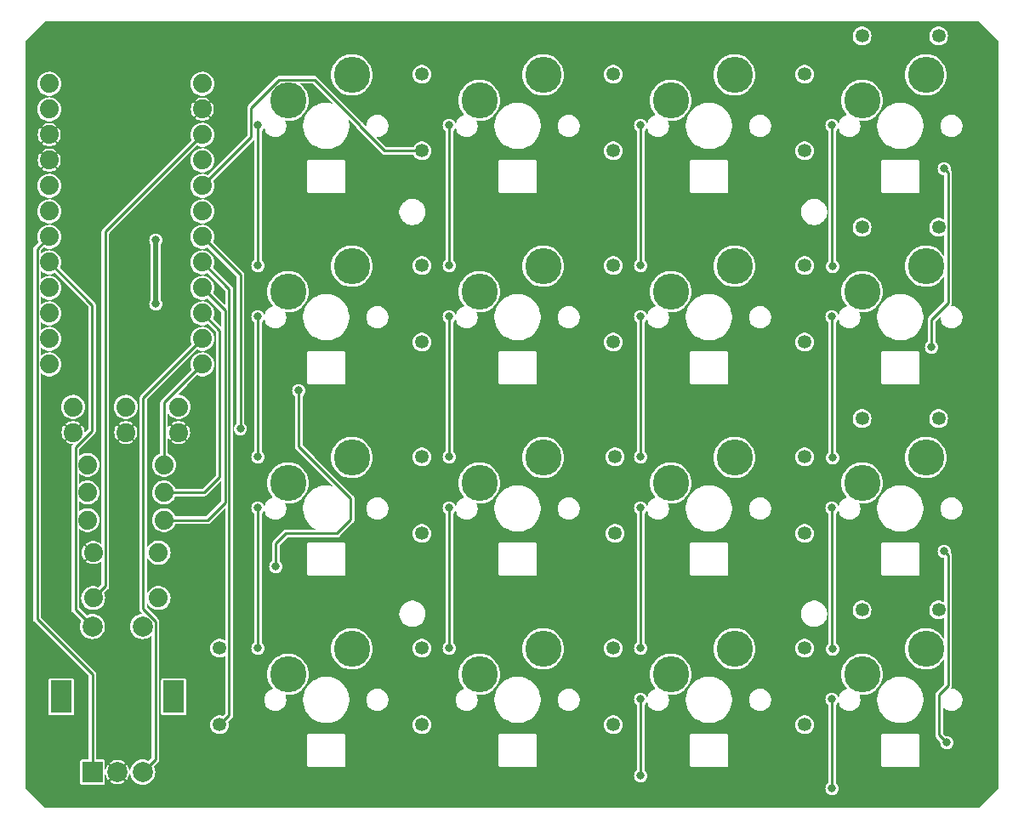
<source format=gtl>
%TF.GenerationSoftware,KiCad,Pcbnew,8.0.4*%
%TF.CreationDate,2024-08-05T16:40:16-07:00*%
%TF.ProjectId,dumbpad.pcb,64756d62-7061-4642-9e70-63622e6b6963,rev?*%
%TF.SameCoordinates,Original*%
%TF.FileFunction,Copper,L1,Top*%
%TF.FilePolarity,Positive*%
%FSLAX46Y46*%
G04 Gerber Fmt 4.6, Leading zero omitted, Abs format (unit mm)*
G04 Created by KiCad (PCBNEW 8.0.4) date 2024-08-05 16:40:16*
%MOMM*%
%LPD*%
G01*
G04 APERTURE LIST*
%TA.AperFunction,ComponentPad*%
%ADD10C,1.879600*%
%TD*%
%TA.AperFunction,ComponentPad*%
%ADD11R,2.000000X2.000000*%
%TD*%
%TA.AperFunction,ComponentPad*%
%ADD12C,2.000000*%
%TD*%
%TA.AperFunction,ComponentPad*%
%ADD13R,2.000000X3.200000*%
%TD*%
%TA.AperFunction,ComponentPad*%
%ADD14C,3.600000*%
%TD*%
%TA.AperFunction,ComponentPad*%
%ADD15C,1.350000*%
%TD*%
%TA.AperFunction,ViaPad*%
%ADD16C,0.800000*%
%TD*%
%TA.AperFunction,Conductor*%
%ADD17C,0.250000*%
%TD*%
%TA.AperFunction,Conductor*%
%ADD18C,0.500000*%
%TD*%
G04 APERTURE END LIST*
D10*
%TO.P,S17,1,1*%
%TO.N,GND*%
X106799900Y-118743000D03*
%TO.P,S17,2*%
%TO.N,N/C*%
X113302300Y-118743000D03*
%TO.P,S17,3,2*%
%TO.N,/RESET*%
X106799900Y-123264200D03*
%TO.P,S17,4*%
%TO.N,N/C*%
X113302300Y-123264200D03*
%TD*%
%TO.P,B1,1,TXO*%
%TO.N,/NC{slash}TX{slash}D3*%
X102431100Y-72053600D03*
%TO.P,B1,2,RXI*%
%TO.N,/NC{slash}RX{slash}D2*%
X102431100Y-74593600D03*
%TO.P,B1,3,GND@1*%
%TO.N,GND*%
X102431100Y-77133600D03*
%TO.P,B1,4,GND*%
X102431100Y-79673600D03*
%TO.P,B1,5,2*%
%TO.N,/KEY_LEDS*%
X102431100Y-82213600D03*
%TO.P,B1,6,\u002A3*%
%TO.N,unconnected-(B1-Pad6)*%
X102431100Y-84753600D03*
%TO.P,B1,7,4*%
%TO.N,/ENCODER0_L1*%
X102431100Y-87293600D03*
%TO.P,B1,8,\u002A5*%
%TO.N,/COL0*%
X102431100Y-89833600D03*
%TO.P,B1,9,\u002A6*%
%TO.N,/COL1*%
X102431100Y-92373600D03*
%TO.P,B1,10,7*%
%TO.N,/COL2*%
X102431100Y-94913600D03*
%TO.P,B1,11,8*%
%TO.N,/COL3*%
X102431100Y-97453600D03*
%TO.P,B1,12,\u002A9*%
%TO.N,/COL4*%
X102431100Y-99993600D03*
%TO.P,B1,13,\u002A10*%
%TO.N,/LED2*%
X117671100Y-99993600D03*
%TO.P,B1,14,11(MOSI)*%
%TO.N,/ENCODER0_L0*%
X117671100Y-97453600D03*
%TO.P,B1,15,12(MISO)*%
%TO.N,/LED1*%
X117671100Y-94913600D03*
%TO.P,B1,16,13(SCK)*%
%TO.N,/LED0*%
X117671100Y-92373600D03*
%TO.P,B1,17,A0*%
%TO.N,/ROW3*%
X117671100Y-89833600D03*
%TO.P,B1,18,A1*%
%TO.N,/ROW2*%
X117671100Y-87293600D03*
%TO.P,B1,19,A2*%
%TO.N,/ROW1*%
X117671100Y-84753600D03*
%TO.P,B1,20,A3*%
%TO.N,/ROW0*%
X117671100Y-82213600D03*
%TO.P,B1,21,VCC*%
%TO.N,VCC*%
X117671100Y-79673600D03*
%TO.P,B1,22,RESET*%
%TO.N,/RESET*%
X117671100Y-77133600D03*
%TO.P,B1,23,GND@2*%
%TO.N,GND*%
X117671100Y-74593600D03*
%TO.P,B1,24,RAW*%
%TO.N,/RAW*%
X117671100Y-72053600D03*
%TD*%
D11*
%TO.P,RE_3_1,A,A*%
%TO.N,/ENCODER0_L1*%
X106720000Y-140600000D03*
D12*
%TO.P,RE_3_1,B,B*%
%TO.N,/ENCODER0_L0*%
X111720000Y-140600000D03*
%TO.P,RE_3_1,C,C*%
%TO.N,GND*%
X109220000Y-140600000D03*
D13*
%TO.P,RE_3_1,MP*%
%TO.N,N/C*%
X103620000Y-133100000D03*
X114820000Y-133100000D03*
D12*
%TO.P,RE_3_1,S1,1*%
%TO.N,Net-(D20-PadA)*%
X111720000Y-126100000D03*
%TO.P,RE_3_1,S2,2*%
%TO.N,/COL0*%
X106720000Y-126100000D03*
%TD*%
D10*
%TO.P,R3,P$1,1*%
%TO.N,Net-(D19-PadA)*%
X106241100Y-115503600D03*
%TO.P,R3,P$2,2*%
%TO.N,/LED0*%
X113861100Y-115503600D03*
%TD*%
%TO.P,R1,P$1,1*%
%TO.N,Net-(D17-PadA)*%
X106241100Y-110003600D03*
%TO.P,R1,P$2,2*%
%TO.N,/LED2*%
X113861100Y-110003600D03*
%TD*%
%TO.P,D18,A,A*%
%TO.N,Net-(D18-PadA)*%
X110051100Y-104233600D03*
%TO.P,D18,K,C*%
%TO.N,GND*%
X110051100Y-106773600D03*
%TD*%
%TO.P,D19,A,A*%
%TO.N,Net-(D19-PadA)*%
X115301100Y-104233600D03*
%TO.P,D19,K,C*%
%TO.N,GND*%
X115301100Y-106773600D03*
%TD*%
%TO.P,D17,A,A*%
%TO.N,Net-(D17-PadA)*%
X104801100Y-104233600D03*
%TO.P,D17,K,C*%
%TO.N,GND*%
X104801100Y-106773600D03*
%TD*%
%TO.P,R2,P$1,1*%
%TO.N,Net-(D18-PadA)*%
X106241100Y-112753600D03*
%TO.P,R2,P$2,2*%
%TO.N,/LED1*%
X113861100Y-112753600D03*
%TD*%
D14*
%TO.P,S1,1*%
%TO.N,N/C*%
X132541100Y-71173600D03*
%TO.P,S1,2*%
X126191100Y-73713600D03*
%TD*%
D15*
%TO.P,D10,A,A*%
%TO.N,Net-(D10-PadA)*%
X158750000Y-109220000D03*
%TO.P,D10,C,C*%
%TO.N,/ROW2*%
X158750000Y-116840000D03*
%TD*%
D14*
%TO.P,S15,1*%
%TO.N,N/C*%
X170641100Y-128323600D03*
%TO.P,S15,2*%
X164291100Y-130863600D03*
%TD*%
%TO.P,S8,1*%
%TO.N,N/C*%
X189691100Y-90223600D03*
%TO.P,S8,2*%
X183341100Y-92763600D03*
%TD*%
%TO.P,S2,1*%
%TO.N,N/C*%
X151591100Y-71173600D03*
%TO.P,S2,2*%
X145241100Y-73713600D03*
%TD*%
D15*
%TO.P,D8,A,A*%
%TO.N,Net-(D8-PadA)*%
X190961100Y-86360000D03*
%TO.P,D8,C,C*%
%TO.N,/ROW1*%
X183341100Y-86360000D03*
%TD*%
%TO.P,D6,A,A*%
%TO.N,Net-(D6-PadA)*%
X158576100Y-90170000D03*
%TO.P,D6,C,C*%
%TO.N,/ROW1*%
X158576100Y-97790000D03*
%TD*%
D14*
%TO.P,S4,1*%
%TO.N,N/C*%
X189691100Y-71173600D03*
%TO.P,S4,2*%
X183341100Y-73713600D03*
%TD*%
%TO.P,S5,1*%
%TO.N,N/C*%
X132541100Y-90223600D03*
%TO.P,S5,2*%
X126191100Y-92763600D03*
%TD*%
D15*
%TO.P,D4,A,A*%
%TO.N,Net-(D4-PadA)*%
X190961100Y-67310000D03*
%TO.P,D4,C,C*%
%TO.N,/ROW0*%
X183341100Y-67310000D03*
%TD*%
D14*
%TO.P,S14,1*%
%TO.N,N/C*%
X151591100Y-128323600D03*
%TO.P,S14,2*%
X145241100Y-130863600D03*
%TD*%
%TO.P,S11,1*%
%TO.N,N/C*%
X170641100Y-109273600D03*
%TO.P,S11,2*%
X164291100Y-111813600D03*
%TD*%
%TO.P,S7,1*%
%TO.N,N/C*%
X170641100Y-90223600D03*
%TO.P,S7,2*%
X164291100Y-92763600D03*
%TD*%
%TO.P,S6,1*%
%TO.N,N/C*%
X151591100Y-90223600D03*
%TO.P,S6,2*%
X145241100Y-92763600D03*
%TD*%
D15*
%TO.P,D9,A,A*%
%TO.N,Net-(D9-PadA)*%
X139526100Y-109220000D03*
%TO.P,D9,C,C*%
%TO.N,/ROW2*%
X139526100Y-116840000D03*
%TD*%
%TO.P,D11,A,A*%
%TO.N,Net-(D11-PadA)*%
X177626100Y-109220000D03*
%TO.P,D11,C,C*%
%TO.N,/ROW2*%
X177626100Y-116840000D03*
%TD*%
%TO.P,D13,A,A*%
%TO.N,Net-(D13-PadA)*%
X139526100Y-128270000D03*
%TO.P,D13,C,C*%
%TO.N,/ROW3*%
X139526100Y-135890000D03*
%TD*%
D14*
%TO.P,S12,1*%
%TO.N,N/C*%
X189691100Y-109273600D03*
%TO.P,S12,2*%
X183341100Y-111813600D03*
%TD*%
D15*
%TO.P,D20,A,A*%
%TO.N,Net-(D20-PadA)*%
X119380000Y-128270000D03*
%TO.P,D20,C,C*%
%TO.N,/ROW3*%
X119380000Y-135890000D03*
%TD*%
%TO.P,D7,A,A*%
%TO.N,Net-(D7-PadA)*%
X177626100Y-90170000D03*
%TO.P,D7,C,C*%
%TO.N,/ROW1*%
X177626100Y-97790000D03*
%TD*%
D14*
%TO.P,S3,1*%
%TO.N,N/C*%
X170641100Y-71173600D03*
%TO.P,S3,2*%
X164291100Y-73713600D03*
%TD*%
D15*
%TO.P,D5,A,A*%
%TO.N,Net-(D5-PadA)*%
X139526100Y-90170000D03*
%TO.P,D5,C,C*%
%TO.N,/ROW1*%
X139526100Y-97790000D03*
%TD*%
%TO.P,D16,A,A*%
%TO.N,Net-(D16-PadA)*%
X190961100Y-124460000D03*
%TO.P,D16,C,C*%
%TO.N,/ROW3*%
X183341100Y-124460000D03*
%TD*%
%TO.P,D14,A,A*%
%TO.N,Net-(D14-PadA)*%
X158576100Y-128270000D03*
%TO.P,D14,C,C*%
%TO.N,/ROW3*%
X158576100Y-135890000D03*
%TD*%
%TO.P,D3,A,A*%
%TO.N,Net-(D3-PadA)*%
X177626100Y-71120000D03*
%TO.P,D3,C,C*%
%TO.N,/ROW0*%
X177626100Y-78740000D03*
%TD*%
%TO.P,D15,A,A*%
%TO.N,Net-(D15-PadA)*%
X177626100Y-128270000D03*
%TO.P,D15,C,C*%
%TO.N,/ROW3*%
X177626100Y-135890000D03*
%TD*%
D14*
%TO.P,S13,1*%
%TO.N,N/C*%
X132541100Y-128327200D03*
%TO.P,S13,2*%
X126191100Y-130867200D03*
%TD*%
%TO.P,S9,1*%
%TO.N,N/C*%
X132541100Y-109273600D03*
%TO.P,S9,2*%
X126191100Y-111813600D03*
%TD*%
D15*
%TO.P,D1,A,A*%
%TO.N,Net-(D1-PadA)*%
X139526100Y-71120000D03*
%TO.P,D1,C,C*%
%TO.N,/ROW0*%
X139526100Y-78740000D03*
%TD*%
D14*
%TO.P,S16,1*%
%TO.N,N/C*%
X189691100Y-128327200D03*
%TO.P,S16,2*%
X183341100Y-130867200D03*
%TD*%
D15*
%TO.P,D12,A,A*%
%TO.N,Net-(D12-PadA)*%
X190961100Y-105410000D03*
%TO.P,D12,C,C*%
%TO.N,/ROW2*%
X183341100Y-105410000D03*
%TD*%
%TO.P,D2,A,A*%
%TO.N,Net-(D2-PadA)*%
X158576100Y-71120000D03*
%TO.P,D2,C,C*%
%TO.N,/ROW0*%
X158576100Y-78740000D03*
%TD*%
D14*
%TO.P,S10,1*%
%TO.N,N/C*%
X151591100Y-109273600D03*
%TO.P,S10,2*%
X145241100Y-111813600D03*
%TD*%
D16*
%TO.N,VCC*%
X113030000Y-87630000D03*
X113030000Y-93980000D03*
%TO.N,/ROW2*%
X121451900Y-106426000D03*
%TO.N,/COL4*%
X180340000Y-133350000D03*
X180340000Y-142240000D03*
X180414191Y-128344191D03*
X180414191Y-109294191D03*
X180340000Y-95250000D03*
X180340000Y-114300000D03*
X180414191Y-90244191D03*
X180340000Y-76200000D03*
%TO.N,/COL3*%
X161290000Y-140970000D03*
X161290000Y-128270000D03*
X161290000Y-95250000D03*
X161290000Y-109220000D03*
X161290000Y-76200000D03*
X161290000Y-133350000D03*
X161290000Y-90170000D03*
X161290000Y-114300000D03*
%TO.N,/COL2*%
X142240000Y-128270000D03*
X142240000Y-76200000D03*
X142240000Y-90170000D03*
X142240000Y-95250000D03*
X142240000Y-109220000D03*
X142240000Y-114300000D03*
%TO.N,/COL1*%
X123190000Y-90170000D03*
X123190000Y-95250000D03*
X123190000Y-76200000D03*
X123190000Y-114300000D03*
X123190000Y-109220000D03*
X123190000Y-128270000D03*
%TO.N,Net-(LED4-Pad2)*%
X191516000Y-80518000D03*
X190246000Y-98298000D03*
%TO.N,Net-(LED8-Pad2)*%
X127254000Y-102616000D03*
X124968000Y-120142000D03*
%TO.N,Net-(LED12-Pad2)*%
X191770000Y-137668000D03*
X191516000Y-118618000D03*
%TD*%
D17*
%TO.N,/RESET*%
X108016611Y-86788089D02*
X117671100Y-77133600D01*
X106799900Y-123264200D02*
X108016611Y-122047489D01*
X108016611Y-122047489D02*
X108016611Y-86788089D01*
%TO.N,/ROW0*%
X122513089Y-77371611D02*
X122513089Y-74454414D01*
X125330814Y-71636689D02*
X128812981Y-71636689D01*
X133350000Y-76254235D02*
X135835765Y-78740000D01*
X133350000Y-76173708D02*
X133350000Y-76254235D01*
X122513089Y-74454414D02*
X125330814Y-71636689D01*
X117671100Y-82213600D02*
X122513089Y-77371611D01*
X128812981Y-71636689D02*
X133350000Y-76173708D01*
X135835765Y-78740000D02*
X139526100Y-78740000D01*
D18*
%TO.N,VCC*%
X113030000Y-93980000D02*
X113030000Y-87630000D01*
D17*
%TO.N,/ROW2*%
X121451900Y-91074400D02*
X121451900Y-106426000D01*
X117671100Y-87293600D02*
X121451900Y-91074400D01*
%TO.N,/ROW3*%
X120331911Y-134938089D02*
X120331911Y-92494411D01*
X119380000Y-135890000D02*
X120331911Y-134938089D01*
X120331911Y-92494411D02*
X117671100Y-89833600D01*
%TO.N,/LED1*%
X119380000Y-111207200D02*
X119380000Y-96622500D01*
X117833600Y-112753600D02*
X119380000Y-111207200D01*
X119380000Y-96622500D02*
X117671100Y-94913600D01*
X113861100Y-112753600D02*
X117833600Y-112753600D01*
%TO.N,/LED2*%
X113861100Y-103803600D02*
X117671100Y-99993600D01*
X113861100Y-110003600D02*
X113861100Y-103803600D01*
%TO.N,/ENCODER0_L0*%
X111760000Y-103364700D02*
X111760000Y-124334174D01*
X112996911Y-139323089D02*
X111720000Y-140600000D01*
X112996911Y-125571085D02*
X112996911Y-139323089D01*
X117671100Y-97453600D02*
X111760000Y-103364700D01*
X111760000Y-124334174D02*
X112996911Y-125571085D01*
%TO.N,/LED0*%
X118176400Y-115503600D02*
X113861100Y-115503600D01*
X119929991Y-94632491D02*
X119929991Y-113750009D01*
X119929991Y-113750009D02*
X118176400Y-115503600D01*
X117671100Y-92373600D02*
X119929991Y-94632491D01*
%TO.N,/COL4*%
X180340000Y-90170000D02*
X180414191Y-90244191D01*
X180340000Y-128270000D02*
X180414191Y-128344191D01*
X180340000Y-109220000D02*
X180414191Y-109294191D01*
X180340000Y-76200000D02*
X180340000Y-90170000D01*
X180340000Y-114300000D02*
X180340000Y-128270000D01*
X180340000Y-95250000D02*
X180340000Y-109220000D01*
X180340000Y-142240000D02*
X180340000Y-133350000D01*
%TO.N,/COL3*%
X161290000Y-133350000D02*
X161290000Y-140970000D01*
X161290000Y-95250000D02*
X161290000Y-109220000D01*
X161290000Y-114300000D02*
X161290000Y-128270000D01*
X161290000Y-76200000D02*
X161290000Y-90170000D01*
%TO.N,/COL2*%
X142240000Y-76200000D02*
X142240000Y-90170000D01*
X142240000Y-114300000D02*
X142240000Y-128270000D01*
X142240000Y-95250000D02*
X142240000Y-109220000D01*
%TO.N,/COL1*%
X123190000Y-114300000D02*
X123190000Y-128270000D01*
X123190000Y-95250000D02*
X123190000Y-109220000D01*
X123190000Y-76200000D02*
X123190000Y-90170000D01*
%TO.N,/COL0*%
X105024389Y-124404389D02*
X105024389Y-108271001D01*
X105024389Y-108271001D02*
X106680000Y-106615390D01*
X106720000Y-126100000D02*
X105024389Y-124404389D01*
X106680000Y-106615390D02*
X106680000Y-94082500D01*
X106680000Y-94082500D02*
X102431100Y-89833600D01*
%TO.N,/ENCODER0_L1*%
X106720000Y-130850000D02*
X101214389Y-125344389D01*
X101214389Y-125344389D02*
X101214389Y-88510311D01*
X101214389Y-88510311D02*
X102431100Y-87293600D01*
X106720000Y-140600000D02*
X106720000Y-130850000D01*
%TO.N,Net-(LED4-Pad2)*%
X190246000Y-95556965D02*
X190246000Y-98298000D01*
X191516000Y-80518000D02*
X191913011Y-80915011D01*
X191913011Y-80915011D02*
X191913011Y-93889954D01*
X190246000Y-95556965D02*
X191913011Y-93889954D01*
%TO.N,Net-(LED8-Pad2)*%
X132425621Y-115478379D02*
X131064000Y-116840000D01*
X127254000Y-102616000D02*
X127254000Y-108177708D01*
X132425621Y-113349329D02*
X132425621Y-115478379D01*
X125984000Y-116840000D02*
X124968000Y-117856000D01*
X125984000Y-116840000D02*
X131064000Y-116840000D01*
X124968000Y-117856000D02*
X124968000Y-120142000D01*
X127254000Y-108177708D02*
X132425621Y-113349329D01*
%TO.N,Net-(LED12-Pad2)*%
X191006579Y-136904579D02*
X191770000Y-137668000D01*
X191913011Y-131993554D02*
X191006579Y-132899986D01*
X191516000Y-118618000D02*
X191913011Y-119015011D01*
X191913011Y-119015011D02*
X191913011Y-131993554D01*
X191006579Y-132899986D02*
X191006579Y-136904579D01*
%TD*%
%TA.AperFunction,Conductor*%
%TO.N,GND*%
G36*
X194980196Y-65841166D02*
G01*
X196913534Y-67774504D01*
X196924400Y-67800738D01*
X196924400Y-142206462D01*
X196913534Y-142232696D01*
X194980196Y-144166034D01*
X194953962Y-144176900D01*
X102048238Y-144176900D01*
X102022004Y-144166034D01*
X100088666Y-142232696D01*
X100077800Y-142206462D01*
X100077800Y-131474927D01*
X102365500Y-131474927D01*
X102365500Y-134725063D01*
X102365501Y-134725071D01*
X102380266Y-134799302D01*
X102380267Y-134799303D01*
X102436516Y-134883484D01*
X102457634Y-134897594D01*
X102520696Y-134939733D01*
X102520698Y-134939733D01*
X102520699Y-134939734D01*
X102594933Y-134954500D01*
X104645066Y-134954499D01*
X104719301Y-134939734D01*
X104803484Y-134883484D01*
X104859734Y-134799301D01*
X104874500Y-134725067D01*
X104874499Y-131474934D01*
X104859734Y-131400699D01*
X104803484Y-131316516D01*
X104803194Y-131316322D01*
X104719303Y-131260266D01*
X104645068Y-131245500D01*
X102594936Y-131245500D01*
X102594928Y-131245501D01*
X102520697Y-131260266D01*
X102436518Y-131316514D01*
X102436514Y-131316518D01*
X102380266Y-131400696D01*
X102365500Y-131474927D01*
X100077800Y-131474927D01*
X100077800Y-88460349D01*
X100834888Y-88460349D01*
X100834888Y-88563257D01*
X100834889Y-88563270D01*
X100834889Y-125292143D01*
X100834888Y-125292161D01*
X100834888Y-125294427D01*
X100834888Y-125394351D01*
X100844808Y-125431371D01*
X100860751Y-125490871D01*
X100910713Y-125577408D01*
X100981370Y-125648065D01*
X100981372Y-125648066D01*
X106329634Y-130996328D01*
X106340500Y-131022562D01*
X106340500Y-139308400D01*
X106329634Y-139334634D01*
X106303400Y-139345500D01*
X105694936Y-139345500D01*
X105694928Y-139345501D01*
X105620697Y-139360266D01*
X105536518Y-139416514D01*
X105536514Y-139416518D01*
X105480266Y-139500696D01*
X105465500Y-139574927D01*
X105465500Y-141625063D01*
X105465501Y-141625071D01*
X105480266Y-141699302D01*
X105536132Y-141782910D01*
X105536516Y-141783484D01*
X105557634Y-141797594D01*
X105620696Y-141839733D01*
X105620698Y-141839733D01*
X105620699Y-141839734D01*
X105694933Y-141854500D01*
X107745066Y-141854499D01*
X107819301Y-141839734D01*
X107903484Y-141783484D01*
X107959734Y-141699301D01*
X107974500Y-141625067D01*
X107974499Y-140882203D01*
X107985365Y-140855971D01*
X108011599Y-140845105D01*
X108037833Y-140855971D01*
X108047283Y-140872052D01*
X108093992Y-141036216D01*
X108193319Y-141235693D01*
X108193323Y-141235700D01*
X108299964Y-141376915D01*
X108801589Y-140875289D01*
X108819901Y-140907007D01*
X108912993Y-141000099D01*
X108944707Y-141018409D01*
X108443733Y-141519384D01*
X108492283Y-141563642D01*
X108492290Y-141563648D01*
X108681748Y-141680955D01*
X108889534Y-141761452D01*
X108889547Y-141761455D01*
X109108582Y-141802400D01*
X109331418Y-141802400D01*
X109550452Y-141761455D01*
X109550465Y-141761452D01*
X109758251Y-141680955D01*
X109947715Y-141563644D01*
X109947716Y-141563643D01*
X109996266Y-141519384D01*
X109495291Y-141018410D01*
X109527007Y-141000099D01*
X109620099Y-140907007D01*
X109638410Y-140875291D01*
X110140034Y-141376915D01*
X110246676Y-141235700D01*
X110246680Y-141235693D01*
X110346007Y-141036216D01*
X110406990Y-140821885D01*
X110407260Y-140820440D01*
X110422759Y-140796648D01*
X110450542Y-140790784D01*
X110474334Y-140806283D01*
X110479565Y-140817651D01*
X110536652Y-141030703D01*
X110568966Y-141100000D01*
X110629421Y-141229646D01*
X110629422Y-141229647D01*
X110629426Y-141229655D01*
X110753745Y-141407199D01*
X110755326Y-141409457D01*
X110910543Y-141564674D01*
X110910546Y-141564676D01*
X111090344Y-141690573D01*
X111090349Y-141690575D01*
X111090354Y-141690579D01*
X111228809Y-141755141D01*
X111289296Y-141783347D01*
X111346110Y-141798570D01*
X111501326Y-141840161D01*
X111720000Y-141859292D01*
X111938674Y-141840161D01*
X112150703Y-141783347D01*
X112349646Y-141690579D01*
X112354264Y-141687346D01*
X112398875Y-141656108D01*
X112529457Y-141564674D01*
X112684674Y-141409457D01*
X112810579Y-141229646D01*
X112903347Y-141030703D01*
X112960161Y-140818674D01*
X112979292Y-140600000D01*
X112960161Y-140381326D01*
X112918570Y-140226110D01*
X112903347Y-140169296D01*
X112871034Y-140100000D01*
X112845649Y-140045563D01*
X112844411Y-140017197D01*
X112853038Y-140003654D01*
X113229927Y-139626766D01*
X113229930Y-139626765D01*
X113300587Y-139556108D01*
X113350549Y-139469571D01*
X113356014Y-139449173D01*
X113376412Y-139373051D01*
X113376412Y-139273127D01*
X113376412Y-139270861D01*
X113376411Y-139270843D01*
X113376411Y-136864743D01*
X128124400Y-136864743D01*
X128124400Y-139964743D01*
X128124400Y-139995257D01*
X128136077Y-140023447D01*
X128157653Y-140045023D01*
X128185843Y-140056700D01*
X128185844Y-140056700D01*
X131816355Y-140056700D01*
X131816357Y-140056700D01*
X131844547Y-140045023D01*
X131866123Y-140023447D01*
X131877800Y-139995257D01*
X131877800Y-136864743D01*
X147174400Y-136864743D01*
X147174400Y-139964743D01*
X147174400Y-139995257D01*
X147186077Y-140023447D01*
X147207653Y-140045023D01*
X147235843Y-140056700D01*
X147235844Y-140056700D01*
X150866355Y-140056700D01*
X150866357Y-140056700D01*
X150894547Y-140045023D01*
X150916123Y-140023447D01*
X150927800Y-139995257D01*
X150927800Y-136864743D01*
X150916123Y-136836553D01*
X150894547Y-136814977D01*
X150866357Y-136803300D01*
X147266357Y-136803300D01*
X147235843Y-136803300D01*
X147207653Y-136814977D01*
X147186077Y-136836553D01*
X147174400Y-136864743D01*
X131877800Y-136864743D01*
X131866123Y-136836553D01*
X131844547Y-136814977D01*
X131816357Y-136803300D01*
X128216357Y-136803300D01*
X128185843Y-136803300D01*
X128157653Y-136814977D01*
X128136077Y-136836553D01*
X128124400Y-136864743D01*
X113376411Y-136864743D01*
X113376411Y-131474927D01*
X113565500Y-131474927D01*
X113565500Y-134725063D01*
X113565501Y-134725071D01*
X113580266Y-134799302D01*
X113580267Y-134799303D01*
X113636516Y-134883484D01*
X113657634Y-134897594D01*
X113720696Y-134939733D01*
X113720698Y-134939733D01*
X113720699Y-134939734D01*
X113794933Y-134954500D01*
X115845066Y-134954499D01*
X115919301Y-134939734D01*
X116003484Y-134883484D01*
X116059734Y-134799301D01*
X116074500Y-134725067D01*
X116074499Y-131474934D01*
X116059734Y-131400699D01*
X116003484Y-131316516D01*
X116003194Y-131316322D01*
X115919303Y-131260266D01*
X115845068Y-131245500D01*
X113794936Y-131245500D01*
X113794928Y-131245501D01*
X113720697Y-131260266D01*
X113636518Y-131316514D01*
X113636514Y-131316518D01*
X113580266Y-131400696D01*
X113565500Y-131474927D01*
X113376411Y-131474927D01*
X113376411Y-125521124D01*
X113350550Y-125424607D01*
X113350549Y-125424603D01*
X113300587Y-125338066D01*
X113229930Y-125267409D01*
X113229927Y-125267407D01*
X112150366Y-124187846D01*
X112139500Y-124161612D01*
X112139500Y-123766094D01*
X112150366Y-123739860D01*
X112176600Y-123728994D01*
X112202834Y-123739860D01*
X112209806Y-123749551D01*
X112282536Y-123895611D01*
X112282538Y-123895614D01*
X112282540Y-123895617D01*
X112415920Y-124072241D01*
X112579485Y-124221351D01*
X112579486Y-124221352D01*
X112579488Y-124221353D01*
X112579490Y-124221355D01*
X112767674Y-124337873D01*
X112974064Y-124417829D01*
X113191632Y-124458500D01*
X113191633Y-124458500D01*
X113412967Y-124458500D01*
X113412968Y-124458500D01*
X113630536Y-124417829D01*
X113836926Y-124337873D01*
X114025110Y-124221355D01*
X114188679Y-124072241D01*
X114322064Y-123895611D01*
X114420722Y-123697479D01*
X114481294Y-123484592D01*
X114501716Y-123264200D01*
X114481294Y-123043808D01*
X114420722Y-122830921D01*
X114322064Y-122632789D01*
X114322059Y-122632782D01*
X114188679Y-122456158D01*
X114025114Y-122307048D01*
X114025113Y-122307047D01*
X113836926Y-122190527D01*
X113630539Y-122110572D01*
X113630537Y-122110571D01*
X113630536Y-122110571D01*
X113630528Y-122110569D01*
X113630526Y-122110569D01*
X113541023Y-122093838D01*
X113412968Y-122069900D01*
X113191632Y-122069900D01*
X113111023Y-122084968D01*
X112974073Y-122110569D01*
X112974060Y-122110572D01*
X112767673Y-122190527D01*
X112579486Y-122307047D01*
X112579485Y-122307048D01*
X112415920Y-122456158D01*
X112282540Y-122632782D01*
X112282536Y-122632789D01*
X112209809Y-122778843D01*
X112188390Y-122797482D01*
X112160063Y-122795516D01*
X112141423Y-122774095D01*
X112139500Y-122762305D01*
X112139500Y-119244894D01*
X112150366Y-119218660D01*
X112176600Y-119207794D01*
X112202834Y-119218660D01*
X112209806Y-119228351D01*
X112282536Y-119374411D01*
X112282538Y-119374414D01*
X112282540Y-119374417D01*
X112415920Y-119551041D01*
X112579485Y-119700151D01*
X112579486Y-119700152D01*
X112579488Y-119700153D01*
X112579490Y-119700155D01*
X112767674Y-119816673D01*
X112974064Y-119896629D01*
X113191632Y-119937300D01*
X113191633Y-119937300D01*
X113412967Y-119937300D01*
X113412968Y-119937300D01*
X113630536Y-119896629D01*
X113836926Y-119816673D01*
X114025110Y-119700155D01*
X114188679Y-119551041D01*
X114322064Y-119374411D01*
X114420722Y-119176279D01*
X114481294Y-118963392D01*
X114501716Y-118743000D01*
X114481294Y-118522608D01*
X114420722Y-118309721D01*
X114322064Y-118111589D01*
X114259365Y-118028562D01*
X114188679Y-117934958D01*
X114025114Y-117785848D01*
X114025113Y-117785847D01*
X113836926Y-117669327D01*
X113630539Y-117589372D01*
X113630537Y-117589371D01*
X113630536Y-117589371D01*
X113630528Y-117589369D01*
X113630526Y-117589369D01*
X113432354Y-117552324D01*
X113412968Y-117548700D01*
X113191632Y-117548700D01*
X113172246Y-117552324D01*
X112974073Y-117589369D01*
X112974060Y-117589372D01*
X112767673Y-117669327D01*
X112579486Y-117785847D01*
X112579485Y-117785848D01*
X112415920Y-117934958D01*
X112282540Y-118111582D01*
X112282536Y-118111589D01*
X112209809Y-118257643D01*
X112188390Y-118276282D01*
X112160063Y-118274316D01*
X112141423Y-118252895D01*
X112139500Y-118241105D01*
X112139500Y-112753600D01*
X112661684Y-112753600D01*
X112682106Y-112973993D01*
X112702296Y-113044954D01*
X112742678Y-113186879D01*
X112841336Y-113385011D01*
X112841338Y-113385014D01*
X112841340Y-113385017D01*
X112974720Y-113561641D01*
X113138285Y-113710751D01*
X113138286Y-113710752D01*
X113138288Y-113710753D01*
X113138290Y-113710755D01*
X113326474Y-113827273D01*
X113532864Y-113907229D01*
X113750432Y-113947900D01*
X113750433Y-113947900D01*
X113971767Y-113947900D01*
X113971768Y-113947900D01*
X114189336Y-113907229D01*
X114395726Y-113827273D01*
X114583910Y-113710755D01*
X114747479Y-113561641D01*
X114880864Y-113385011D01*
X114979522Y-113186879D01*
X114987156Y-113160045D01*
X115004787Y-113137789D01*
X115022840Y-113133100D01*
X117781355Y-113133100D01*
X117781371Y-113133101D01*
X117783638Y-113133101D01*
X117883560Y-113133101D01*
X117883562Y-113133101D01*
X117959684Y-113112703D01*
X117980082Y-113107238D01*
X118066619Y-113057276D01*
X118137276Y-112986619D01*
X118137277Y-112986616D01*
X119487158Y-111636735D01*
X119513391Y-111625870D01*
X119539625Y-111636736D01*
X119550491Y-111662970D01*
X119550491Y-113577447D01*
X119539625Y-113603681D01*
X118030072Y-115113234D01*
X118003838Y-115124100D01*
X115022840Y-115124100D01*
X114996606Y-115113234D01*
X114987157Y-115097155D01*
X114979522Y-115070321D01*
X114880864Y-114872189D01*
X114867802Y-114854892D01*
X114747479Y-114695558D01*
X114583914Y-114546448D01*
X114583913Y-114546447D01*
X114461037Y-114470366D01*
X114395726Y-114429927D01*
X114189336Y-114349971D01*
X114189328Y-114349969D01*
X114189326Y-114349969D01*
X114011621Y-114316750D01*
X113971768Y-114309300D01*
X113750432Y-114309300D01*
X113710579Y-114316750D01*
X113532873Y-114349969D01*
X113532860Y-114349972D01*
X113326473Y-114429927D01*
X113138286Y-114546447D01*
X113138285Y-114546448D01*
X112974720Y-114695558D01*
X112841340Y-114872182D01*
X112841336Y-114872189D01*
X112742678Y-115070321D01*
X112722487Y-115141283D01*
X112682106Y-115283206D01*
X112661684Y-115503600D01*
X112682106Y-115723993D01*
X112698626Y-115782055D01*
X112742678Y-115936879D01*
X112841336Y-116135011D01*
X112841338Y-116135014D01*
X112841340Y-116135017D01*
X112974720Y-116311641D01*
X113138285Y-116460751D01*
X113138286Y-116460752D01*
X113138288Y-116460753D01*
X113138290Y-116460755D01*
X113326474Y-116577273D01*
X113532864Y-116657229D01*
X113750432Y-116697900D01*
X113750433Y-116697900D01*
X113971767Y-116697900D01*
X113971768Y-116697900D01*
X114189336Y-116657229D01*
X114395726Y-116577273D01*
X114583910Y-116460755D01*
X114747479Y-116311641D01*
X114880864Y-116135011D01*
X114979522Y-115936879D01*
X114987156Y-115910045D01*
X115004787Y-115887789D01*
X115022840Y-115883100D01*
X118124155Y-115883100D01*
X118124171Y-115883101D01*
X118126438Y-115883101D01*
X118226360Y-115883101D01*
X118226362Y-115883101D01*
X118302484Y-115862703D01*
X118322882Y-115857238D01*
X118409419Y-115807276D01*
X118480076Y-115736619D01*
X118480077Y-115736616D01*
X119889078Y-114327615D01*
X119915311Y-114316750D01*
X119941545Y-114327616D01*
X119952411Y-114353850D01*
X119952411Y-127464142D01*
X119941545Y-127490376D01*
X119915311Y-127501242D01*
X119893504Y-127494157D01*
X119888300Y-127490376D01*
X119847310Y-127460595D01*
X119668813Y-127381124D01*
X119668811Y-127381123D01*
X119668807Y-127381122D01*
X119477697Y-127340500D01*
X119477694Y-127340500D01*
X119282306Y-127340500D01*
X119282303Y-127340500D01*
X119091192Y-127381122D01*
X119091188Y-127381123D01*
X118912691Y-127460594D01*
X118754616Y-127575442D01*
X118623876Y-127720645D01*
X118526183Y-127889852D01*
X118526182Y-127889854D01*
X118465803Y-128075682D01*
X118445380Y-128270000D01*
X118465803Y-128464317D01*
X118526182Y-128650145D01*
X118526183Y-128650147D01*
X118601957Y-128781390D01*
X118623877Y-128819356D01*
X118754617Y-128964558D01*
X118912690Y-129079405D01*
X119091187Y-129158876D01*
X119091192Y-129158877D01*
X119282303Y-129199500D01*
X119282306Y-129199500D01*
X119477697Y-129199500D01*
X119611171Y-129171128D01*
X119668813Y-129158876D01*
X119847310Y-129079405D01*
X119893505Y-129045841D01*
X119921114Y-129039213D01*
X119945325Y-129054049D01*
X119952411Y-129075856D01*
X119952411Y-134765526D01*
X119941545Y-134791760D01*
X119730689Y-135002615D01*
X119704455Y-135013481D01*
X119689366Y-135010274D01*
X119668817Y-135001125D01*
X119668810Y-135001123D01*
X119477697Y-134960500D01*
X119477694Y-134960500D01*
X119282306Y-134960500D01*
X119282303Y-134960500D01*
X119091192Y-135001122D01*
X119091188Y-135001123D01*
X118912691Y-135080594D01*
X118754616Y-135195442D01*
X118623876Y-135340645D01*
X118526183Y-135509852D01*
X118526182Y-135509854D01*
X118465803Y-135695682D01*
X118445380Y-135890000D01*
X118465803Y-136084317D01*
X118526182Y-136270145D01*
X118526183Y-136270147D01*
X118606832Y-136409834D01*
X118623877Y-136439356D01*
X118754617Y-136584558D01*
X118912690Y-136699405D01*
X119091187Y-136778876D01*
X119091192Y-136778877D01*
X119282303Y-136819500D01*
X119282306Y-136819500D01*
X119477697Y-136819500D01*
X119611171Y-136791128D01*
X119668813Y-136778876D01*
X119847310Y-136699405D01*
X120005383Y-136584558D01*
X120136123Y-136439356D01*
X120233818Y-136270144D01*
X120294196Y-136084318D01*
X120314620Y-135890000D01*
X138591480Y-135890000D01*
X138611903Y-136084317D01*
X138672282Y-136270145D01*
X138672283Y-136270147D01*
X138752932Y-136409834D01*
X138769977Y-136439356D01*
X138900717Y-136584558D01*
X139058790Y-136699405D01*
X139237287Y-136778876D01*
X139237292Y-136778877D01*
X139428403Y-136819500D01*
X139428406Y-136819500D01*
X139623797Y-136819500D01*
X139757271Y-136791128D01*
X139814913Y-136778876D01*
X139993410Y-136699405D01*
X140151483Y-136584558D01*
X140282223Y-136439356D01*
X140379918Y-136270144D01*
X140440296Y-136084318D01*
X140460720Y-135890000D01*
X157641480Y-135890000D01*
X157661903Y-136084317D01*
X157722282Y-136270145D01*
X157722283Y-136270147D01*
X157802932Y-136409834D01*
X157819977Y-136439356D01*
X157950717Y-136584558D01*
X158108790Y-136699405D01*
X158287287Y-136778876D01*
X158287292Y-136778877D01*
X158478403Y-136819500D01*
X158478406Y-136819500D01*
X158673797Y-136819500D01*
X158807271Y-136791128D01*
X158864913Y-136778876D01*
X159043410Y-136699405D01*
X159201483Y-136584558D01*
X159332223Y-136439356D01*
X159429918Y-136270144D01*
X159490296Y-136084318D01*
X159510720Y-135890000D01*
X159490296Y-135695682D01*
X159429918Y-135509856D01*
X159332223Y-135340644D01*
X159201483Y-135195442D01*
X159043410Y-135080595D01*
X158908759Y-135020645D01*
X158864911Y-135001123D01*
X158864907Y-135001122D01*
X158673797Y-134960500D01*
X158673794Y-134960500D01*
X158478406Y-134960500D01*
X158478403Y-134960500D01*
X158287292Y-135001122D01*
X158287288Y-135001123D01*
X158108791Y-135080594D01*
X157950716Y-135195442D01*
X157819976Y-135340645D01*
X157722283Y-135509852D01*
X157722282Y-135509854D01*
X157661903Y-135695682D01*
X157641480Y-135890000D01*
X140460720Y-135890000D01*
X140440296Y-135695682D01*
X140379918Y-135509856D01*
X140282223Y-135340644D01*
X140151483Y-135195442D01*
X139993410Y-135080595D01*
X139858759Y-135020645D01*
X139814911Y-135001123D01*
X139814907Y-135001122D01*
X139623797Y-134960500D01*
X139623794Y-134960500D01*
X139428406Y-134960500D01*
X139428403Y-134960500D01*
X139237292Y-135001122D01*
X139237288Y-135001123D01*
X139058791Y-135080594D01*
X138900716Y-135195442D01*
X138769976Y-135340645D01*
X138672283Y-135509852D01*
X138672282Y-135509854D01*
X138611903Y-135695682D01*
X138591480Y-135890000D01*
X120314620Y-135890000D01*
X120294196Y-135695682D01*
X120256297Y-135579042D01*
X120258525Y-135550736D01*
X120265344Y-135541348D01*
X120564927Y-135241766D01*
X120564930Y-135241765D01*
X120635587Y-135171108D01*
X120685549Y-135084571D01*
X120711411Y-134988051D01*
X120711411Y-133320589D01*
X123820600Y-133320589D01*
X123820600Y-133493810D01*
X123847697Y-133664899D01*
X123847699Y-133664907D01*
X123901224Y-133829638D01*
X123901229Y-133829649D01*
X123979862Y-133983979D01*
X123979865Y-133983983D01*
X123979868Y-133983988D01*
X124081686Y-134124128D01*
X124204172Y-134246614D01*
X124344312Y-134348432D01*
X124344316Y-134348434D01*
X124344320Y-134348437D01*
X124447918Y-134401221D01*
X124498655Y-134427073D01*
X124498660Y-134427074D01*
X124498661Y-134427075D01*
X124663392Y-134480600D01*
X124663395Y-134480600D01*
X124663399Y-134480602D01*
X124834489Y-134507700D01*
X125007711Y-134507700D01*
X125178801Y-134480602D01*
X125343545Y-134427073D01*
X125451418Y-134372109D01*
X125497879Y-134348437D01*
X125497880Y-134348435D01*
X125497888Y-134348432D01*
X125638028Y-134246614D01*
X125760514Y-134124128D01*
X125862332Y-133983988D01*
X125864167Y-133980388D01*
X125903774Y-133902652D01*
X125940973Y-133829645D01*
X125994502Y-133664901D01*
X126021600Y-133493811D01*
X126021600Y-133320589D01*
X126011436Y-133256417D01*
X127700600Y-133256417D01*
X127700600Y-133557983D01*
X127712830Y-133650879D01*
X127739961Y-133856964D01*
X127739963Y-133856972D01*
X127818011Y-134148254D01*
X127933416Y-134426867D01*
X127962362Y-134477002D01*
X128084200Y-134688032D01*
X128084202Y-134688035D01*
X128084203Y-134688036D01*
X128267774Y-134927272D01*
X128267777Y-134927275D01*
X128267781Y-134927280D01*
X128481020Y-135140519D01*
X128481024Y-135140522D01*
X128481027Y-135140525D01*
X128612968Y-135241766D01*
X128715576Y-135320500D01*
X128720263Y-135324096D01*
X128720262Y-135324096D01*
X128720265Y-135324097D01*
X128720268Y-135324100D01*
X128981432Y-135474883D01*
X129260042Y-135590287D01*
X129260043Y-135590287D01*
X129260045Y-135590288D01*
X129326760Y-135608164D01*
X129551332Y-135668338D01*
X129850317Y-135707700D01*
X129850321Y-135707700D01*
X130151879Y-135707700D01*
X130151883Y-135707700D01*
X130450868Y-135668338D01*
X130742158Y-135590287D01*
X131020768Y-135474883D01*
X131281932Y-135324100D01*
X131521180Y-135140519D01*
X131734419Y-134927280D01*
X131918000Y-134688032D01*
X132068783Y-134426868D01*
X132184187Y-134148258D01*
X132262238Y-133856968D01*
X132301600Y-133557983D01*
X132301600Y-133320589D01*
X133980600Y-133320589D01*
X133980600Y-133493810D01*
X134007697Y-133664899D01*
X134007699Y-133664907D01*
X134061224Y-133829638D01*
X134061229Y-133829649D01*
X134139862Y-133983979D01*
X134139865Y-133983983D01*
X134139868Y-133983988D01*
X134241686Y-134124128D01*
X134364172Y-134246614D01*
X134504312Y-134348432D01*
X134504316Y-134348434D01*
X134504320Y-134348437D01*
X134607918Y-134401221D01*
X134658655Y-134427073D01*
X134658660Y-134427074D01*
X134658661Y-134427075D01*
X134823392Y-134480600D01*
X134823395Y-134480600D01*
X134823399Y-134480602D01*
X134994489Y-134507700D01*
X135167711Y-134507700D01*
X135338801Y-134480602D01*
X135503545Y-134427073D01*
X135611418Y-134372109D01*
X135657879Y-134348437D01*
X135657880Y-134348435D01*
X135657888Y-134348432D01*
X135798028Y-134246614D01*
X135920514Y-134124128D01*
X136022332Y-133983988D01*
X136024167Y-133980388D01*
X136063774Y-133902652D01*
X136100973Y-133829645D01*
X136154502Y-133664901D01*
X136181600Y-133493811D01*
X136181600Y-133320589D01*
X136181030Y-133316989D01*
X142870600Y-133316989D01*
X142870600Y-133490211D01*
X142875376Y-133520366D01*
X142897697Y-133661299D01*
X142897699Y-133661307D01*
X142951224Y-133826038D01*
X142951229Y-133826049D01*
X143029862Y-133980379D01*
X143029865Y-133980383D01*
X143029868Y-133980388D01*
X143131686Y-134120528D01*
X143254172Y-134243014D01*
X143394312Y-134344832D01*
X143394316Y-134344834D01*
X143394320Y-134344837D01*
X143497918Y-134397621D01*
X143548655Y-134423473D01*
X143548660Y-134423474D01*
X143548661Y-134423475D01*
X143713392Y-134477000D01*
X143713395Y-134477000D01*
X143713399Y-134477002D01*
X143884489Y-134504100D01*
X144057711Y-134504100D01*
X144228801Y-134477002D01*
X144393545Y-134423473D01*
X144540823Y-134348432D01*
X144547879Y-134344837D01*
X144547880Y-134344835D01*
X144547888Y-134344832D01*
X144688028Y-134243014D01*
X144810514Y-134120528D01*
X144912332Y-133980388D01*
X144990973Y-133826045D01*
X145044502Y-133661301D01*
X145071600Y-133490211D01*
X145071600Y-133316989D01*
X145061436Y-133252817D01*
X146750600Y-133252817D01*
X146750600Y-133554383D01*
X146764271Y-133658225D01*
X146789961Y-133853364D01*
X146789963Y-133853372D01*
X146868011Y-134144654D01*
X146983416Y-134423267D01*
X147016519Y-134480602D01*
X147134200Y-134684432D01*
X147134202Y-134684435D01*
X147134203Y-134684436D01*
X147317774Y-134923672D01*
X147317777Y-134923675D01*
X147317781Y-134923680D01*
X147531020Y-135136919D01*
X147531024Y-135136922D01*
X147531027Y-135136925D01*
X147770263Y-135320496D01*
X147770262Y-135320496D01*
X147770265Y-135320497D01*
X147770268Y-135320500D01*
X148031432Y-135471283D01*
X148310042Y-135586687D01*
X148310043Y-135586687D01*
X148310045Y-135586688D01*
X148323477Y-135590287D01*
X148601332Y-135664738D01*
X148900317Y-135704100D01*
X148900321Y-135704100D01*
X149201879Y-135704100D01*
X149201883Y-135704100D01*
X149500868Y-135664738D01*
X149792158Y-135586687D01*
X150070768Y-135471283D01*
X150331932Y-135320500D01*
X150571180Y-135136919D01*
X150784419Y-134923680D01*
X150968000Y-134684432D01*
X151118783Y-134423268D01*
X151234187Y-134144658D01*
X151312238Y-133853368D01*
X151351600Y-133554383D01*
X151351600Y-133316989D01*
X153030600Y-133316989D01*
X153030600Y-133490211D01*
X153035376Y-133520366D01*
X153057697Y-133661299D01*
X153057699Y-133661307D01*
X153111224Y-133826038D01*
X153111229Y-133826049D01*
X153189862Y-133980379D01*
X153189865Y-133980383D01*
X153189868Y-133980388D01*
X153291686Y-134120528D01*
X153414172Y-134243014D01*
X153554312Y-134344832D01*
X153554316Y-134344834D01*
X153554320Y-134344837D01*
X153657918Y-134397621D01*
X153708655Y-134423473D01*
X153708660Y-134423474D01*
X153708661Y-134423475D01*
X153873392Y-134477000D01*
X153873395Y-134477000D01*
X153873399Y-134477002D01*
X154044489Y-134504100D01*
X154217711Y-134504100D01*
X154388801Y-134477002D01*
X154553545Y-134423473D01*
X154700823Y-134348432D01*
X154707879Y-134344837D01*
X154707880Y-134344835D01*
X154707888Y-134344832D01*
X154848028Y-134243014D01*
X154970514Y-134120528D01*
X155072332Y-133980388D01*
X155150973Y-133826045D01*
X155204502Y-133661301D01*
X155231600Y-133490211D01*
X155231600Y-133350000D01*
X160630693Y-133350000D01*
X160649851Y-133507785D01*
X160703736Y-133649865D01*
X160706213Y-133656395D01*
X160796502Y-133787201D01*
X160898002Y-133877123D01*
X160910432Y-133902652D01*
X160910500Y-133904892D01*
X160910500Y-140415106D01*
X160899634Y-140441340D01*
X160898002Y-140442875D01*
X160796505Y-140532795D01*
X160796501Y-140532800D01*
X160706212Y-140663606D01*
X160649851Y-140812214D01*
X160630693Y-140970000D01*
X160649851Y-141127785D01*
X160690779Y-141235700D01*
X160706213Y-141276395D01*
X160796502Y-141407201D01*
X160915471Y-141512599D01*
X160989019Y-141551200D01*
X161056206Y-141586463D01*
X161131222Y-141604952D01*
X161210529Y-141624500D01*
X161210532Y-141624500D01*
X161369468Y-141624500D01*
X161369471Y-141624500D01*
X161523793Y-141586463D01*
X161664529Y-141512599D01*
X161783498Y-141407201D01*
X161873787Y-141276395D01*
X161930149Y-141127782D01*
X161949307Y-140970000D01*
X161930149Y-140812218D01*
X161930148Y-140812216D01*
X161930148Y-140812214D01*
X161873787Y-140663606D01*
X161873787Y-140663605D01*
X161783498Y-140532799D01*
X161783495Y-140532796D01*
X161783494Y-140532795D01*
X161681998Y-140442875D01*
X161669568Y-140417346D01*
X161669500Y-140415106D01*
X161669500Y-136864743D01*
X166224400Y-136864743D01*
X166224400Y-139964743D01*
X166224400Y-139995257D01*
X166236077Y-140023447D01*
X166257653Y-140045023D01*
X166285843Y-140056700D01*
X166285844Y-140056700D01*
X169916355Y-140056700D01*
X169916357Y-140056700D01*
X169944547Y-140045023D01*
X169966123Y-140023447D01*
X169977800Y-139995257D01*
X169977800Y-136864743D01*
X169966123Y-136836553D01*
X169944547Y-136814977D01*
X169916357Y-136803300D01*
X166316357Y-136803300D01*
X166285843Y-136803300D01*
X166257653Y-136814977D01*
X166236077Y-136836553D01*
X166224400Y-136864743D01*
X161669500Y-136864743D01*
X161669500Y-135890000D01*
X176691480Y-135890000D01*
X176711903Y-136084317D01*
X176772282Y-136270145D01*
X176772283Y-136270147D01*
X176852932Y-136409834D01*
X176869977Y-136439356D01*
X177000717Y-136584558D01*
X177158790Y-136699405D01*
X177337287Y-136778876D01*
X177337292Y-136778877D01*
X177528403Y-136819500D01*
X177528406Y-136819500D01*
X177723797Y-136819500D01*
X177857271Y-136791128D01*
X177914913Y-136778876D01*
X178093410Y-136699405D01*
X178251483Y-136584558D01*
X178382223Y-136439356D01*
X178479918Y-136270144D01*
X178540296Y-136084318D01*
X178560720Y-135890000D01*
X178540296Y-135695682D01*
X178479918Y-135509856D01*
X178382223Y-135340644D01*
X178251483Y-135195442D01*
X178093410Y-135080595D01*
X177958759Y-135020645D01*
X177914911Y-135001123D01*
X177914907Y-135001122D01*
X177723797Y-134960500D01*
X177723794Y-134960500D01*
X177528406Y-134960500D01*
X177528403Y-134960500D01*
X177337292Y-135001122D01*
X177337288Y-135001123D01*
X177158791Y-135080594D01*
X177000716Y-135195442D01*
X176869976Y-135340645D01*
X176772283Y-135509852D01*
X176772282Y-135509854D01*
X176711903Y-135695682D01*
X176691480Y-135890000D01*
X161669500Y-135890000D01*
X161669500Y-133904892D01*
X161680366Y-133878658D01*
X161681985Y-133877133D01*
X161783498Y-133787201D01*
X161869383Y-133662774D01*
X161873785Y-133656398D01*
X161873786Y-133656396D01*
X161873787Y-133656395D01*
X161875879Y-133650877D01*
X161895339Y-133630202D01*
X161923721Y-133629342D01*
X161944398Y-133648803D01*
X161947211Y-133658225D01*
X161947698Y-133661303D01*
X161947699Y-133661307D01*
X162001224Y-133826038D01*
X162001229Y-133826049D01*
X162079862Y-133980379D01*
X162079865Y-133980383D01*
X162079868Y-133980388D01*
X162181686Y-134120528D01*
X162304172Y-134243014D01*
X162444312Y-134344832D01*
X162444316Y-134344834D01*
X162444320Y-134344837D01*
X162547918Y-134397621D01*
X162598655Y-134423473D01*
X162598660Y-134423474D01*
X162598661Y-134423475D01*
X162763392Y-134477000D01*
X162763395Y-134477000D01*
X162763399Y-134477002D01*
X162934489Y-134504100D01*
X163107711Y-134504100D01*
X163278801Y-134477002D01*
X163443545Y-134423473D01*
X163590823Y-134348432D01*
X163597879Y-134344837D01*
X163597880Y-134344835D01*
X163597888Y-134344832D01*
X163738028Y-134243014D01*
X163860514Y-134120528D01*
X163962332Y-133980388D01*
X164040973Y-133826045D01*
X164094502Y-133661301D01*
X164121600Y-133490211D01*
X164121600Y-133316989D01*
X164111436Y-133252817D01*
X165800600Y-133252817D01*
X165800600Y-133554383D01*
X165814271Y-133658225D01*
X165839961Y-133853364D01*
X165839963Y-133853372D01*
X165918011Y-134144654D01*
X166033416Y-134423267D01*
X166066519Y-134480602D01*
X166184200Y-134684432D01*
X166184202Y-134684435D01*
X166184203Y-134684436D01*
X166367774Y-134923672D01*
X166367777Y-134923675D01*
X166367781Y-134923680D01*
X166581020Y-135136919D01*
X166581024Y-135136922D01*
X166581027Y-135136925D01*
X166820263Y-135320496D01*
X166820262Y-135320496D01*
X166820265Y-135320497D01*
X166820268Y-135320500D01*
X167081432Y-135471283D01*
X167360042Y-135586687D01*
X167360043Y-135586687D01*
X167360045Y-135586688D01*
X167373477Y-135590287D01*
X167651332Y-135664738D01*
X167950317Y-135704100D01*
X167950321Y-135704100D01*
X168251879Y-135704100D01*
X168251883Y-135704100D01*
X168550868Y-135664738D01*
X168842158Y-135586687D01*
X169120768Y-135471283D01*
X169381932Y-135320500D01*
X169621180Y-135136919D01*
X169834419Y-134923680D01*
X170018000Y-134684432D01*
X170168783Y-134423268D01*
X170284187Y-134144658D01*
X170362238Y-133853368D01*
X170401600Y-133554383D01*
X170401600Y-133316989D01*
X172080600Y-133316989D01*
X172080600Y-133490211D01*
X172085376Y-133520366D01*
X172107697Y-133661299D01*
X172107699Y-133661307D01*
X172161224Y-133826038D01*
X172161229Y-133826049D01*
X172239862Y-133980379D01*
X172239865Y-133980383D01*
X172239868Y-133980388D01*
X172341686Y-134120528D01*
X172464172Y-134243014D01*
X172604312Y-134344832D01*
X172604316Y-134344834D01*
X172604320Y-134344837D01*
X172707918Y-134397621D01*
X172758655Y-134423473D01*
X172758660Y-134423474D01*
X172758661Y-134423475D01*
X172923392Y-134477000D01*
X172923395Y-134477000D01*
X172923399Y-134477002D01*
X173094489Y-134504100D01*
X173267711Y-134504100D01*
X173438801Y-134477002D01*
X173603545Y-134423473D01*
X173750823Y-134348432D01*
X173757879Y-134344837D01*
X173757880Y-134344835D01*
X173757888Y-134344832D01*
X173898028Y-134243014D01*
X174020514Y-134120528D01*
X174122332Y-133980388D01*
X174200973Y-133826045D01*
X174254502Y-133661301D01*
X174281600Y-133490211D01*
X174281600Y-133350000D01*
X179680693Y-133350000D01*
X179699851Y-133507785D01*
X179753736Y-133649865D01*
X179756213Y-133656395D01*
X179846502Y-133787201D01*
X179948002Y-133877123D01*
X179960432Y-133902652D01*
X179960500Y-133904892D01*
X179960500Y-141685106D01*
X179949634Y-141711340D01*
X179948002Y-141712875D01*
X179846505Y-141802795D01*
X179846501Y-141802800D01*
X179756212Y-141933606D01*
X179699851Y-142082214D01*
X179680693Y-142240000D01*
X179699851Y-142397785D01*
X179756212Y-142546393D01*
X179756213Y-142546395D01*
X179846502Y-142677201D01*
X179965471Y-142782599D01*
X180039019Y-142821200D01*
X180106206Y-142856463D01*
X180181222Y-142874952D01*
X180260529Y-142894500D01*
X180260532Y-142894500D01*
X180419468Y-142894500D01*
X180419471Y-142894500D01*
X180573793Y-142856463D01*
X180714529Y-142782599D01*
X180833498Y-142677201D01*
X180923787Y-142546395D01*
X180980149Y-142397782D01*
X180999307Y-142240000D01*
X180980149Y-142082218D01*
X180980148Y-142082216D01*
X180980148Y-142082214D01*
X180923787Y-141933606D01*
X180923787Y-141933605D01*
X180833498Y-141802799D01*
X180833495Y-141802796D01*
X180833494Y-141802795D01*
X180731998Y-141712875D01*
X180719568Y-141687346D01*
X180719500Y-141685106D01*
X180719500Y-136864743D01*
X185274400Y-136864743D01*
X185274400Y-139964743D01*
X185274400Y-139995257D01*
X185286077Y-140023447D01*
X185307653Y-140045023D01*
X185335843Y-140056700D01*
X185335844Y-140056700D01*
X188966355Y-140056700D01*
X188966357Y-140056700D01*
X188994547Y-140045023D01*
X189016123Y-140023447D01*
X189027800Y-139995257D01*
X189027800Y-136864743D01*
X189016123Y-136836553D01*
X188994547Y-136814977D01*
X188966357Y-136803300D01*
X185366357Y-136803300D01*
X185335843Y-136803300D01*
X185307653Y-136814977D01*
X185286077Y-136836553D01*
X185274400Y-136864743D01*
X180719500Y-136864743D01*
X180719500Y-133904892D01*
X180730366Y-133878658D01*
X180731985Y-133877133D01*
X180833498Y-133787201D01*
X180919383Y-133662774D01*
X180923785Y-133656398D01*
X180923785Y-133656397D01*
X180923787Y-133656395D01*
X180925477Y-133651937D01*
X180944938Y-133631262D01*
X180973320Y-133630403D01*
X180993997Y-133649865D01*
X180996809Y-133659289D01*
X180997698Y-133664902D01*
X181051224Y-133829638D01*
X181051229Y-133829649D01*
X181129862Y-133983979D01*
X181129865Y-133983983D01*
X181129868Y-133983988D01*
X181231686Y-134124128D01*
X181354172Y-134246614D01*
X181494312Y-134348432D01*
X181494316Y-134348434D01*
X181494320Y-134348437D01*
X181597918Y-134401221D01*
X181648655Y-134427073D01*
X181648660Y-134427074D01*
X181648661Y-134427075D01*
X181813392Y-134480600D01*
X181813395Y-134480600D01*
X181813399Y-134480602D01*
X181984489Y-134507700D01*
X182157711Y-134507700D01*
X182328801Y-134480602D01*
X182493545Y-134427073D01*
X182601418Y-134372109D01*
X182647879Y-134348437D01*
X182647880Y-134348435D01*
X182647888Y-134348432D01*
X182788028Y-134246614D01*
X182910514Y-134124128D01*
X183012332Y-133983988D01*
X183014167Y-133980388D01*
X183053774Y-133902652D01*
X183090973Y-133829645D01*
X183144502Y-133664901D01*
X183171600Y-133493811D01*
X183171600Y-133320589D01*
X183161436Y-133256417D01*
X184850600Y-133256417D01*
X184850600Y-133557983D01*
X184862830Y-133650879D01*
X184889961Y-133856964D01*
X184889963Y-133856972D01*
X184968011Y-134148254D01*
X185083416Y-134426867D01*
X185112362Y-134477002D01*
X185234200Y-134688032D01*
X185234202Y-134688035D01*
X185234203Y-134688036D01*
X185417774Y-134927272D01*
X185417777Y-134927275D01*
X185417781Y-134927280D01*
X185631020Y-135140519D01*
X185631024Y-135140522D01*
X185631027Y-135140525D01*
X185762968Y-135241766D01*
X185865576Y-135320500D01*
X185870263Y-135324096D01*
X185870262Y-135324096D01*
X185870265Y-135324097D01*
X185870268Y-135324100D01*
X186131432Y-135474883D01*
X186410042Y-135590287D01*
X186410043Y-135590287D01*
X186410045Y-135590288D01*
X186476760Y-135608164D01*
X186701332Y-135668338D01*
X187000317Y-135707700D01*
X187000321Y-135707700D01*
X187301879Y-135707700D01*
X187301883Y-135707700D01*
X187600868Y-135668338D01*
X187892158Y-135590287D01*
X188170768Y-135474883D01*
X188431932Y-135324100D01*
X188671180Y-135140519D01*
X188884419Y-134927280D01*
X189068000Y-134688032D01*
X189218783Y-134426868D01*
X189334187Y-134148258D01*
X189412238Y-133856968D01*
X189451600Y-133557983D01*
X189451600Y-133256417D01*
X189412238Y-132957432D01*
X189352064Y-132732860D01*
X189334188Y-132666145D01*
X189305261Y-132596310D01*
X189218783Y-132387532D01*
X189068000Y-132126368D01*
X189004424Y-132043514D01*
X188884425Y-131887127D01*
X188884422Y-131887124D01*
X188884419Y-131887120D01*
X188671180Y-131673881D01*
X188671175Y-131673877D01*
X188671172Y-131673874D01*
X188431936Y-131490303D01*
X188431937Y-131490303D01*
X188425696Y-131486700D01*
X188376744Y-131458437D01*
X188170767Y-131339516D01*
X187892154Y-131224111D01*
X187600872Y-131146063D01*
X187600864Y-131146061D01*
X187459327Y-131127427D01*
X187301883Y-131106700D01*
X187000317Y-131106700D01*
X186861189Y-131125016D01*
X186701335Y-131146061D01*
X186701327Y-131146063D01*
X186410045Y-131224111D01*
X186131432Y-131339516D01*
X185896895Y-131474927D01*
X185876504Y-131486700D01*
X185870263Y-131490303D01*
X185631027Y-131673874D01*
X185417774Y-131887127D01*
X185234203Y-132126363D01*
X185083416Y-132387532D01*
X184968011Y-132666145D01*
X184889963Y-132957427D01*
X184889961Y-132957435D01*
X184878617Y-133043605D01*
X184850600Y-133256417D01*
X183161436Y-133256417D01*
X183144502Y-133149499D01*
X183143332Y-133145899D01*
X183090975Y-132984761D01*
X183090974Y-132984760D01*
X183090973Y-132984755D01*
X183080406Y-132964017D01*
X183078179Y-132935711D01*
X183096620Y-132914119D01*
X183118512Y-132910421D01*
X183170783Y-132917606D01*
X183200565Y-132921700D01*
X183200568Y-132921700D01*
X183481635Y-132921700D01*
X183760072Y-132883430D01*
X183760077Y-132883429D01*
X183772922Y-132879830D01*
X184030718Y-132807599D01*
X184288512Y-132695623D01*
X184528658Y-132549587D01*
X184746682Y-132372211D01*
X184938523Y-132166800D01*
X185100607Y-131937180D01*
X185229914Y-131687628D01*
X185324037Y-131422793D01*
X185381221Y-131147608D01*
X185400401Y-130867200D01*
X185381221Y-130586792D01*
X185324037Y-130311607D01*
X185229914Y-130046772D01*
X185100607Y-129797220D01*
X184938523Y-129567600D01*
X184746682Y-129362189D01*
X184736690Y-129354060D01*
X184528665Y-129184818D01*
X184528663Y-129184817D01*
X184528662Y-129184816D01*
X184528658Y-129184813D01*
X184288512Y-129038777D01*
X184030718Y-128926801D01*
X184030712Y-128926799D01*
X184030709Y-128926798D01*
X183760077Y-128850970D01*
X183760072Y-128850969D01*
X183481635Y-128812700D01*
X183481632Y-128812700D01*
X183200568Y-128812700D01*
X183200565Y-128812700D01*
X182922127Y-128850969D01*
X182922122Y-128850970D01*
X182651490Y-128926798D01*
X182651485Y-128926800D01*
X182651482Y-128926801D01*
X182573545Y-128960654D01*
X182393689Y-129038776D01*
X182326878Y-129079405D01*
X182153542Y-129184813D01*
X182153540Y-129184814D01*
X182153536Y-129184817D01*
X182153534Y-129184818D01*
X181935517Y-129362189D01*
X181743679Y-129567597D01*
X181581591Y-129797223D01*
X181452288Y-130046767D01*
X181358162Y-130311608D01*
X181300980Y-130586786D01*
X181300979Y-130586788D01*
X181281799Y-130867200D01*
X181300979Y-131147611D01*
X181300980Y-131147613D01*
X181358162Y-131422791D01*
X181376692Y-131474928D01*
X181452286Y-131687628D01*
X181581593Y-131937180D01*
X181743677Y-132166800D01*
X181743679Y-132166802D01*
X181840860Y-132270857D01*
X181850824Y-132297446D01*
X181839069Y-132323294D01*
X181819553Y-132332823D01*
X181813395Y-132333798D01*
X181648661Y-132387324D01*
X181648650Y-132387329D01*
X181494320Y-132465962D01*
X181494316Y-132465965D01*
X181354174Y-132567784D01*
X181231684Y-132690274D01*
X181129865Y-132830416D01*
X181129862Y-132830420D01*
X181051229Y-132984750D01*
X181051224Y-132984762D01*
X181014707Y-133097148D01*
X180996266Y-133118739D01*
X180967958Y-133120967D01*
X180946367Y-133102526D01*
X180944738Y-133098849D01*
X180923787Y-133043605D01*
X180833498Y-132912799D01*
X180833495Y-132912796D01*
X180833494Y-132912795D01*
X180762640Y-132850024D01*
X180714529Y-132807401D01*
X180701805Y-132800723D01*
X180573793Y-132733536D01*
X180419473Y-132695500D01*
X180419471Y-132695500D01*
X180260529Y-132695500D01*
X180260526Y-132695500D01*
X180106206Y-132733536D01*
X179965474Y-132807399D01*
X179965472Y-132807400D01*
X179965471Y-132807401D01*
X179948185Y-132822714D01*
X179846505Y-132912795D01*
X179846501Y-132912800D01*
X179756212Y-133043606D01*
X179699851Y-133192214D01*
X179680693Y-133350000D01*
X174281600Y-133350000D01*
X174281600Y-133316989D01*
X174254502Y-133145899D01*
X174245861Y-133119306D01*
X174200975Y-132981161D01*
X174200974Y-132981160D01*
X174200973Y-132981155D01*
X174175121Y-132930418D01*
X174122337Y-132826820D01*
X174122334Y-132826816D01*
X174122332Y-132826812D01*
X174020514Y-132686672D01*
X173898028Y-132564186D01*
X173757888Y-132462368D01*
X173757885Y-132462366D01*
X173757883Y-132462365D01*
X173757879Y-132462362D01*
X173603549Y-132383729D01*
X173603538Y-132383724D01*
X173438807Y-132330199D01*
X173438799Y-132330197D01*
X173267711Y-132303100D01*
X173094489Y-132303100D01*
X172923400Y-132330197D01*
X172923392Y-132330199D01*
X172758661Y-132383724D01*
X172758650Y-132383729D01*
X172604320Y-132462362D01*
X172604316Y-132462365D01*
X172464174Y-132564184D01*
X172341684Y-132686674D01*
X172239865Y-132826816D01*
X172239862Y-132826820D01*
X172161229Y-132981150D01*
X172161224Y-132981161D01*
X172107699Y-133145892D01*
X172107697Y-133145900D01*
X172090193Y-133256420D01*
X172080600Y-133316989D01*
X170401600Y-133316989D01*
X170401600Y-133252817D01*
X170362238Y-132953832D01*
X170293018Y-132695500D01*
X170284188Y-132662545D01*
X170243446Y-132564186D01*
X170168783Y-132383932D01*
X170018000Y-132122768D01*
X169957188Y-132043516D01*
X169834425Y-131883527D01*
X169834422Y-131883524D01*
X169834419Y-131883520D01*
X169621180Y-131670281D01*
X169621175Y-131670277D01*
X169621172Y-131670274D01*
X169381936Y-131486703D01*
X169381937Y-131486703D01*
X169361540Y-131474927D01*
X169271238Y-131422791D01*
X169120767Y-131335916D01*
X168842154Y-131220511D01*
X168550872Y-131142463D01*
X168550864Y-131142461D01*
X168409327Y-131123827D01*
X168251883Y-131103100D01*
X167950317Y-131103100D01*
X167811189Y-131121416D01*
X167651335Y-131142461D01*
X167651327Y-131142463D01*
X167360045Y-131220511D01*
X167081432Y-131335916D01*
X166820263Y-131486703D01*
X166581027Y-131670274D01*
X166367774Y-131883527D01*
X166184203Y-132122763D01*
X166184200Y-132122767D01*
X166184200Y-132122768D01*
X166182122Y-132126368D01*
X166033416Y-132383932D01*
X165918011Y-132662545D01*
X165839963Y-132953827D01*
X165839961Y-132953835D01*
X165820605Y-133100865D01*
X165800600Y-133252817D01*
X164111436Y-133252817D01*
X164094502Y-133145899D01*
X164085861Y-133119306D01*
X164040975Y-132981161D01*
X164040974Y-132981160D01*
X164040973Y-132981155D01*
X164030406Y-132960417D01*
X164028179Y-132932111D01*
X164046620Y-132910519D01*
X164068512Y-132906821D01*
X164120783Y-132914006D01*
X164150565Y-132918100D01*
X164150568Y-132918100D01*
X164431635Y-132918100D01*
X164710072Y-132879830D01*
X164710077Y-132879829D01*
X164980718Y-132803999D01*
X165238512Y-132692023D01*
X165478658Y-132545987D01*
X165696682Y-132368611D01*
X165888523Y-132163200D01*
X166050607Y-131933580D01*
X166179914Y-131684028D01*
X166274037Y-131419193D01*
X166331221Y-131144008D01*
X166350401Y-130863600D01*
X166331221Y-130583192D01*
X166274037Y-130308007D01*
X166179914Y-130043172D01*
X166050607Y-129793620D01*
X165888523Y-129564000D01*
X165696682Y-129358589D01*
X165691115Y-129354060D01*
X165478665Y-129181218D01*
X165478663Y-129181217D01*
X165478662Y-129181216D01*
X165478658Y-129181213D01*
X165238512Y-129035177D01*
X164980718Y-128923201D01*
X164980712Y-128923199D01*
X164980709Y-128923198D01*
X164710077Y-128847370D01*
X164710072Y-128847369D01*
X164431635Y-128809100D01*
X164431632Y-128809100D01*
X164150568Y-128809100D01*
X164150565Y-128809100D01*
X163872127Y-128847369D01*
X163872122Y-128847370D01*
X163601490Y-128923198D01*
X163601485Y-128923200D01*
X163601482Y-128923201D01*
X163515257Y-128960654D01*
X163343689Y-129035176D01*
X163326150Y-129045842D01*
X163103542Y-129181213D01*
X163103540Y-129181214D01*
X163103536Y-129181217D01*
X163103534Y-129181218D01*
X162885517Y-129358589D01*
X162693679Y-129563997D01*
X162531591Y-129793623D01*
X162402288Y-130043167D01*
X162402286Y-130043170D01*
X162402286Y-130043172D01*
X162401007Y-130046772D01*
X162308162Y-130308008D01*
X162250980Y-130583186D01*
X162250979Y-130583188D01*
X162231799Y-130863600D01*
X162250979Y-131144011D01*
X162250980Y-131144013D01*
X162308162Y-131419191D01*
X162309442Y-131422793D01*
X162402286Y-131684028D01*
X162531593Y-131933580D01*
X162693677Y-132163200D01*
X162752863Y-132226573D01*
X162790860Y-132267257D01*
X162800824Y-132293846D01*
X162789069Y-132319694D01*
X162769553Y-132329223D01*
X162763395Y-132330198D01*
X162598661Y-132383724D01*
X162598650Y-132383729D01*
X162444320Y-132462362D01*
X162444316Y-132462365D01*
X162304174Y-132564184D01*
X162181684Y-132686674D01*
X162079865Y-132826816D01*
X162079862Y-132826820D01*
X162001229Y-132981150D01*
X162001224Y-132981162D01*
X161964077Y-133095487D01*
X161945636Y-133117078D01*
X161917328Y-133119306D01*
X161895737Y-133100865D01*
X161894109Y-133097189D01*
X161873787Y-133043605D01*
X161783498Y-132912799D01*
X161783495Y-132912796D01*
X161783494Y-132912795D01*
X161712640Y-132850024D01*
X161664529Y-132807401D01*
X161651805Y-132800723D01*
X161523793Y-132733536D01*
X161369473Y-132695500D01*
X161369471Y-132695500D01*
X161210529Y-132695500D01*
X161210526Y-132695500D01*
X161056206Y-132733536D01*
X160915474Y-132807399D01*
X160915472Y-132807400D01*
X160915471Y-132807401D01*
X160898185Y-132822714D01*
X160796505Y-132912795D01*
X160796501Y-132912800D01*
X160706212Y-133043606D01*
X160649851Y-133192214D01*
X160630693Y-133350000D01*
X155231600Y-133350000D01*
X155231600Y-133316989D01*
X155204502Y-133145899D01*
X155195861Y-133119306D01*
X155150975Y-132981161D01*
X155150974Y-132981160D01*
X155150973Y-132981155D01*
X155125121Y-132930418D01*
X155072337Y-132826820D01*
X155072334Y-132826816D01*
X155072332Y-132826812D01*
X154970514Y-132686672D01*
X154848028Y-132564186D01*
X154707888Y-132462368D01*
X154707885Y-132462366D01*
X154707883Y-132462365D01*
X154707879Y-132462362D01*
X154553549Y-132383729D01*
X154553538Y-132383724D01*
X154388807Y-132330199D01*
X154388799Y-132330197D01*
X154217711Y-132303100D01*
X154044489Y-132303100D01*
X153873400Y-132330197D01*
X153873392Y-132330199D01*
X153708661Y-132383724D01*
X153708650Y-132383729D01*
X153554320Y-132462362D01*
X153554316Y-132462365D01*
X153414174Y-132564184D01*
X153291684Y-132686674D01*
X153189865Y-132826816D01*
X153189862Y-132826820D01*
X153111229Y-132981150D01*
X153111224Y-132981161D01*
X153057699Y-133145892D01*
X153057697Y-133145900D01*
X153040193Y-133256420D01*
X153030600Y-133316989D01*
X151351600Y-133316989D01*
X151351600Y-133252817D01*
X151312238Y-132953832D01*
X151243018Y-132695500D01*
X151234188Y-132662545D01*
X151193446Y-132564186D01*
X151118783Y-132383932D01*
X150968000Y-132122768D01*
X150907188Y-132043516D01*
X150784425Y-131883527D01*
X150784422Y-131883524D01*
X150784419Y-131883520D01*
X150571180Y-131670281D01*
X150571175Y-131670277D01*
X150571172Y-131670274D01*
X150331936Y-131486703D01*
X150331937Y-131486703D01*
X150311540Y-131474927D01*
X150221238Y-131422791D01*
X150070767Y-131335916D01*
X149792154Y-131220511D01*
X149500872Y-131142463D01*
X149500864Y-131142461D01*
X149359327Y-131123827D01*
X149201883Y-131103100D01*
X148900317Y-131103100D01*
X148761189Y-131121416D01*
X148601335Y-131142461D01*
X148601327Y-131142463D01*
X148310045Y-131220511D01*
X148031432Y-131335916D01*
X147770263Y-131486703D01*
X147531027Y-131670274D01*
X147317774Y-131883527D01*
X147134203Y-132122763D01*
X147134200Y-132122767D01*
X147134200Y-132122768D01*
X147132122Y-132126368D01*
X146983416Y-132383932D01*
X146868011Y-132662545D01*
X146789963Y-132953827D01*
X146789961Y-132953835D01*
X146770605Y-133100865D01*
X146750600Y-133252817D01*
X145061436Y-133252817D01*
X145044502Y-133145899D01*
X145035861Y-133119306D01*
X144990975Y-132981161D01*
X144990974Y-132981160D01*
X144990973Y-132981155D01*
X144980406Y-132960417D01*
X144978179Y-132932111D01*
X144996620Y-132910519D01*
X145018512Y-132906821D01*
X145070783Y-132914006D01*
X145100565Y-132918100D01*
X145100568Y-132918100D01*
X145381635Y-132918100D01*
X145660072Y-132879830D01*
X145660077Y-132879829D01*
X145930718Y-132803999D01*
X146188512Y-132692023D01*
X146428658Y-132545987D01*
X146646682Y-132368611D01*
X146838523Y-132163200D01*
X147000607Y-131933580D01*
X147129914Y-131684028D01*
X147224037Y-131419193D01*
X147281221Y-131144008D01*
X147300401Y-130863600D01*
X147281221Y-130583192D01*
X147224037Y-130308007D01*
X147129914Y-130043172D01*
X147000607Y-129793620D01*
X146838523Y-129564000D01*
X146646682Y-129358589D01*
X146641115Y-129354060D01*
X146428665Y-129181218D01*
X146428663Y-129181217D01*
X146428662Y-129181216D01*
X146428658Y-129181213D01*
X146188512Y-129035177D01*
X145930718Y-128923201D01*
X145930712Y-128923199D01*
X145930709Y-128923198D01*
X145660077Y-128847370D01*
X145660072Y-128847369D01*
X145381635Y-128809100D01*
X145381632Y-128809100D01*
X145100568Y-128809100D01*
X145100565Y-128809100D01*
X144822127Y-128847369D01*
X144822122Y-128847370D01*
X144551490Y-128923198D01*
X144551485Y-128923200D01*
X144551482Y-128923201D01*
X144465257Y-128960654D01*
X144293689Y-129035176D01*
X144276150Y-129045842D01*
X144053542Y-129181213D01*
X144053540Y-129181214D01*
X144053536Y-129181217D01*
X144053534Y-129181218D01*
X143835517Y-129358589D01*
X143643679Y-129563997D01*
X143481591Y-129793623D01*
X143352288Y-130043167D01*
X143352286Y-130043170D01*
X143352286Y-130043172D01*
X143351007Y-130046772D01*
X143258162Y-130308008D01*
X143200980Y-130583186D01*
X143200979Y-130583188D01*
X143181799Y-130863600D01*
X143200979Y-131144011D01*
X143200980Y-131144013D01*
X143258162Y-131419191D01*
X143259442Y-131422793D01*
X143352286Y-131684028D01*
X143481593Y-131933580D01*
X143643677Y-132163200D01*
X143702863Y-132226573D01*
X143740860Y-132267257D01*
X143750824Y-132293846D01*
X143739069Y-132319694D01*
X143719553Y-132329223D01*
X143713395Y-132330198D01*
X143548661Y-132383724D01*
X143548650Y-132383729D01*
X143394320Y-132462362D01*
X143394316Y-132462365D01*
X143254174Y-132564184D01*
X143131684Y-132686674D01*
X143029865Y-132826816D01*
X143029862Y-132826820D01*
X142951229Y-132981150D01*
X142951224Y-132981161D01*
X142897699Y-133145892D01*
X142897697Y-133145900D01*
X142880193Y-133256420D01*
X142870600Y-133316989D01*
X136181030Y-133316989D01*
X136154502Y-133149499D01*
X136153332Y-133145899D01*
X136100975Y-132984761D01*
X136100974Y-132984760D01*
X136100973Y-132984755D01*
X136067011Y-132918100D01*
X136022337Y-132830420D01*
X136022334Y-132830416D01*
X136022332Y-132830412D01*
X135920514Y-132690272D01*
X135798028Y-132567786D01*
X135657888Y-132465968D01*
X135657885Y-132465966D01*
X135657883Y-132465965D01*
X135657879Y-132465962D01*
X135503549Y-132387329D01*
X135503538Y-132387324D01*
X135338807Y-132333799D01*
X135338799Y-132333797D01*
X135167711Y-132306700D01*
X134994489Y-132306700D01*
X134823400Y-132333797D01*
X134823392Y-132333799D01*
X134658661Y-132387324D01*
X134658650Y-132387329D01*
X134504320Y-132465962D01*
X134504316Y-132465965D01*
X134364174Y-132567784D01*
X134241684Y-132690274D01*
X134139865Y-132830416D01*
X134139862Y-132830420D01*
X134061229Y-132984750D01*
X134061224Y-132984761D01*
X134007699Y-133149492D01*
X134007697Y-133149500D01*
X133980600Y-133320589D01*
X132301600Y-133320589D01*
X132301600Y-133256417D01*
X132262238Y-132957432D01*
X132202064Y-132732860D01*
X132184188Y-132666145D01*
X132155261Y-132596310D01*
X132068783Y-132387532D01*
X131918000Y-132126368D01*
X131854424Y-132043514D01*
X131734425Y-131887127D01*
X131734422Y-131887124D01*
X131734419Y-131887120D01*
X131521180Y-131673881D01*
X131521175Y-131673877D01*
X131521172Y-131673874D01*
X131281936Y-131490303D01*
X131281937Y-131490303D01*
X131275696Y-131486700D01*
X131226744Y-131458437D01*
X131020767Y-131339516D01*
X130742154Y-131224111D01*
X130450872Y-131146063D01*
X130450864Y-131146061D01*
X130309327Y-131127427D01*
X130151883Y-131106700D01*
X129850317Y-131106700D01*
X129711189Y-131125016D01*
X129551335Y-131146061D01*
X129551327Y-131146063D01*
X129260045Y-131224111D01*
X128981432Y-131339516D01*
X128746895Y-131474927D01*
X128726504Y-131486700D01*
X128720263Y-131490303D01*
X128481027Y-131673874D01*
X128267774Y-131887127D01*
X128084203Y-132126363D01*
X127933416Y-132387532D01*
X127818011Y-132666145D01*
X127739963Y-132957427D01*
X127739961Y-132957435D01*
X127728617Y-133043605D01*
X127700600Y-133256417D01*
X126011436Y-133256417D01*
X125994502Y-133149499D01*
X125993332Y-133145899D01*
X125940975Y-132984761D01*
X125940974Y-132984760D01*
X125940973Y-132984755D01*
X125930406Y-132964017D01*
X125928179Y-132935711D01*
X125946620Y-132914119D01*
X125968512Y-132910421D01*
X126020783Y-132917606D01*
X126050565Y-132921700D01*
X126050568Y-132921700D01*
X126331635Y-132921700D01*
X126610072Y-132883430D01*
X126610077Y-132883429D01*
X126622922Y-132879830D01*
X126880718Y-132807599D01*
X127138512Y-132695623D01*
X127378658Y-132549587D01*
X127596682Y-132372211D01*
X127788523Y-132166800D01*
X127950607Y-131937180D01*
X128079914Y-131687628D01*
X128174037Y-131422793D01*
X128231221Y-131147608D01*
X128250401Y-130867200D01*
X128231221Y-130586792D01*
X128174037Y-130311607D01*
X128079914Y-130046772D01*
X127950607Y-129797220D01*
X127788523Y-129567600D01*
X127596682Y-129362189D01*
X127586690Y-129354060D01*
X127378665Y-129184818D01*
X127378663Y-129184817D01*
X127378662Y-129184816D01*
X127378658Y-129184813D01*
X127138512Y-129038777D01*
X126880718Y-128926801D01*
X126880712Y-128926799D01*
X126880709Y-128926798D01*
X126610077Y-128850970D01*
X126610072Y-128850969D01*
X126331635Y-128812700D01*
X126331632Y-128812700D01*
X126050568Y-128812700D01*
X126050565Y-128812700D01*
X125772127Y-128850969D01*
X125772122Y-128850970D01*
X125501490Y-128926798D01*
X125501485Y-128926800D01*
X125501482Y-128926801D01*
X125423545Y-128960654D01*
X125243689Y-129038776D01*
X125176878Y-129079405D01*
X125003542Y-129184813D01*
X125003540Y-129184814D01*
X125003536Y-129184817D01*
X125003534Y-129184818D01*
X124785517Y-129362189D01*
X124593679Y-129567597D01*
X124431591Y-129797223D01*
X124302288Y-130046767D01*
X124208162Y-130311608D01*
X124150980Y-130586786D01*
X124150979Y-130586788D01*
X124131799Y-130867200D01*
X124150979Y-131147611D01*
X124150980Y-131147613D01*
X124208162Y-131422791D01*
X124226692Y-131474928D01*
X124302286Y-131687628D01*
X124431593Y-131937180D01*
X124593677Y-132166800D01*
X124593679Y-132166802D01*
X124690860Y-132270857D01*
X124700824Y-132297446D01*
X124689069Y-132323294D01*
X124669553Y-132332823D01*
X124663395Y-132333798D01*
X124498661Y-132387324D01*
X124498650Y-132387329D01*
X124344320Y-132465962D01*
X124344316Y-132465965D01*
X124204174Y-132567784D01*
X124081684Y-132690274D01*
X123979865Y-132830416D01*
X123979862Y-132830420D01*
X123901229Y-132984750D01*
X123901224Y-132984761D01*
X123847699Y-133149492D01*
X123847697Y-133149500D01*
X123820600Y-133320589D01*
X120711411Y-133320589D01*
X120711411Y-114300000D01*
X122530693Y-114300000D01*
X122549851Y-114457785D01*
X122604121Y-114600879D01*
X122606213Y-114606395D01*
X122696502Y-114737201D01*
X122798002Y-114827123D01*
X122810432Y-114852652D01*
X122810500Y-114854892D01*
X122810500Y-127715106D01*
X122799634Y-127741340D01*
X122798002Y-127742875D01*
X122696505Y-127832795D01*
X122696501Y-127832800D01*
X122606212Y-127963606D01*
X122549851Y-128112214D01*
X122530693Y-128270000D01*
X122549851Y-128427785D01*
X122577988Y-128501973D01*
X122606213Y-128576395D01*
X122696502Y-128707201D01*
X122815471Y-128812599D01*
X122888579Y-128850969D01*
X122956206Y-128886463D01*
X123031222Y-128904952D01*
X123110529Y-128924500D01*
X123110532Y-128924500D01*
X123269468Y-128924500D01*
X123269471Y-128924500D01*
X123423793Y-128886463D01*
X123564529Y-128812599D01*
X123683498Y-128707201D01*
X123773787Y-128576395D01*
X123830149Y-128427782D01*
X123842362Y-128327200D01*
X130481799Y-128327200D01*
X130500979Y-128607611D01*
X130500980Y-128607613D01*
X130558162Y-128882791D01*
X130585835Y-128960654D01*
X130652286Y-129147628D01*
X130781593Y-129397180D01*
X130943677Y-129626800D01*
X130943679Y-129626802D01*
X131135517Y-129832210D01*
X131353534Y-130009581D01*
X131353535Y-130009581D01*
X131353542Y-130009587D01*
X131593688Y-130155623D01*
X131851482Y-130267599D01*
X131976769Y-130302702D01*
X132122122Y-130343429D01*
X132122127Y-130343430D01*
X132400565Y-130381700D01*
X132400568Y-130381700D01*
X132681635Y-130381700D01*
X132960072Y-130343430D01*
X132960077Y-130343429D01*
X132972922Y-130339830D01*
X133230718Y-130267599D01*
X133488512Y-130155623D01*
X133728658Y-130009587D01*
X133946682Y-129832211D01*
X134138523Y-129626800D01*
X134300607Y-129397180D01*
X134429914Y-129147628D01*
X134524037Y-128882793D01*
X134581221Y-128607608D01*
X134600401Y-128327200D01*
X134596489Y-128270000D01*
X138591480Y-128270000D01*
X138611903Y-128464317D01*
X138672282Y-128650145D01*
X138672283Y-128650147D01*
X138748057Y-128781390D01*
X138769977Y-128819356D01*
X138900717Y-128964558D01*
X139058790Y-129079405D01*
X139237287Y-129158876D01*
X139237292Y-129158877D01*
X139428403Y-129199500D01*
X139428406Y-129199500D01*
X139623797Y-129199500D01*
X139757271Y-129171128D01*
X139814913Y-129158876D01*
X139993410Y-129079405D01*
X140151483Y-128964558D01*
X140282223Y-128819356D01*
X140379918Y-128650144D01*
X140440296Y-128464318D01*
X140460720Y-128270000D01*
X140440296Y-128075682D01*
X140379918Y-127889856D01*
X140375841Y-127882795D01*
X140328960Y-127801594D01*
X140282223Y-127720644D01*
X140151483Y-127575442D01*
X139993410Y-127460595D01*
X139814913Y-127381124D01*
X139814911Y-127381123D01*
X139814907Y-127381122D01*
X139623797Y-127340500D01*
X139623794Y-127340500D01*
X139428406Y-127340500D01*
X139428403Y-127340500D01*
X139237292Y-127381122D01*
X139237288Y-127381123D01*
X139058791Y-127460594D01*
X138900716Y-127575442D01*
X138769976Y-127720645D01*
X138672283Y-127889852D01*
X138672282Y-127889854D01*
X138611903Y-128075682D01*
X138591480Y-128270000D01*
X134596489Y-128270000D01*
X134581221Y-128046792D01*
X134524037Y-127771607D01*
X134429914Y-127506772D01*
X134300607Y-127257220D01*
X134138523Y-127027600D01*
X133946682Y-126822189D01*
X133832932Y-126729646D01*
X133728665Y-126644818D01*
X133728663Y-126644817D01*
X133728662Y-126644816D01*
X133728658Y-126644813D01*
X133488512Y-126498777D01*
X133230718Y-126386801D01*
X133230712Y-126386799D01*
X133230709Y-126386798D01*
X132960077Y-126310970D01*
X132960072Y-126310969D01*
X132681635Y-126272700D01*
X132681632Y-126272700D01*
X132400568Y-126272700D01*
X132400565Y-126272700D01*
X132122127Y-126310969D01*
X132122122Y-126310970D01*
X131851490Y-126386798D01*
X131851485Y-126386800D01*
X131851482Y-126386801D01*
X131733830Y-126437904D01*
X131593689Y-126498776D01*
X131541188Y-126530703D01*
X131353542Y-126644813D01*
X131353540Y-126644814D01*
X131353536Y-126644817D01*
X131353534Y-126644818D01*
X131135517Y-126822189D01*
X130943679Y-127027597D01*
X130781591Y-127257223D01*
X130652288Y-127506767D01*
X130558162Y-127771608D01*
X130500980Y-128046786D01*
X130500979Y-128046788D01*
X130481799Y-128327200D01*
X123842362Y-128327200D01*
X123849307Y-128270000D01*
X123830149Y-128112218D01*
X123830148Y-128112216D01*
X123830148Y-128112214D01*
X123773787Y-127963606D01*
X123773787Y-127963605D01*
X123683498Y-127832799D01*
X123683495Y-127832796D01*
X123683494Y-127832795D01*
X123581998Y-127742875D01*
X123569568Y-127717346D01*
X123569500Y-127715106D01*
X123569500Y-124726248D01*
X137275600Y-124726248D01*
X137275600Y-124930952D01*
X137288029Y-125009422D01*
X137307623Y-125133135D01*
X137370877Y-125327812D01*
X137370882Y-125327823D01*
X137460471Y-125503652D01*
X137463813Y-125510210D01*
X137584134Y-125675819D01*
X137728881Y-125820566D01*
X137894490Y-125940887D01*
X138076881Y-126033820D01*
X138271566Y-126097077D01*
X138473748Y-126129100D01*
X138678452Y-126129100D01*
X138880634Y-126097077D01*
X139075319Y-126033820D01*
X139257710Y-125940887D01*
X139423319Y-125820566D01*
X139568066Y-125675819D01*
X139688387Y-125510210D01*
X139781320Y-125327819D01*
X139844577Y-125133134D01*
X139876600Y-124930952D01*
X139876600Y-124726248D01*
X139844577Y-124524066D01*
X139781320Y-124329381D01*
X139688387Y-124146990D01*
X139568066Y-123981381D01*
X139423319Y-123836634D01*
X139257710Y-123716313D01*
X139257700Y-123716308D01*
X139257699Y-123716307D01*
X139075323Y-123623382D01*
X139075312Y-123623377D01*
X138880635Y-123560123D01*
X138678452Y-123528100D01*
X138473748Y-123528100D01*
X138271564Y-123560123D01*
X138076887Y-123623377D01*
X138076876Y-123623382D01*
X137894500Y-123716307D01*
X137894495Y-123716310D01*
X137894490Y-123716313D01*
X137825972Y-123766094D01*
X137728883Y-123836632D01*
X137584132Y-123981383D01*
X137547819Y-124031364D01*
X137463813Y-124146990D01*
X137463810Y-124146995D01*
X137463807Y-124147000D01*
X137370882Y-124329376D01*
X137370877Y-124329387D01*
X137307623Y-124524064D01*
X137289671Y-124637408D01*
X137275600Y-124726248D01*
X123569500Y-124726248D01*
X123569500Y-120142000D01*
X124308693Y-120142000D01*
X124327851Y-120299785D01*
X124384212Y-120448393D01*
X124384213Y-120448395D01*
X124474502Y-120579201D01*
X124593471Y-120684599D01*
X124667019Y-120723200D01*
X124734206Y-120758463D01*
X124809222Y-120776952D01*
X124888529Y-120796500D01*
X124888532Y-120796500D01*
X125047468Y-120796500D01*
X125047471Y-120796500D01*
X125201793Y-120758463D01*
X125342529Y-120684599D01*
X125461498Y-120579201D01*
X125551787Y-120448395D01*
X125608149Y-120299782D01*
X125627307Y-120142000D01*
X125608149Y-119984218D01*
X125608148Y-119984216D01*
X125608148Y-119984214D01*
X125570596Y-119885200D01*
X125551787Y-119835605D01*
X125461498Y-119704799D01*
X125461495Y-119704796D01*
X125461494Y-119704795D01*
X125359998Y-119614875D01*
X125347568Y-119589346D01*
X125347500Y-119587106D01*
X125347500Y-118028562D01*
X125358366Y-118002328D01*
X125545951Y-117814743D01*
X128124400Y-117814743D01*
X128124400Y-120914743D01*
X128124400Y-120945257D01*
X128136077Y-120973447D01*
X128157653Y-120995023D01*
X128185843Y-121006700D01*
X128185844Y-121006700D01*
X131816355Y-121006700D01*
X131816357Y-121006700D01*
X131844547Y-120995023D01*
X131866123Y-120973447D01*
X131877800Y-120945257D01*
X131877800Y-117814743D01*
X131866123Y-117786553D01*
X131844547Y-117764977D01*
X131816357Y-117753300D01*
X128216357Y-117753300D01*
X128185843Y-117753300D01*
X128157653Y-117764977D01*
X128136077Y-117786553D01*
X128124400Y-117814743D01*
X125545951Y-117814743D01*
X126130329Y-117230366D01*
X126156563Y-117219500D01*
X131011755Y-117219500D01*
X131011771Y-117219501D01*
X131014038Y-117219501D01*
X131113960Y-117219501D01*
X131113962Y-117219501D01*
X131190084Y-117199103D01*
X131210482Y-117193638D01*
X131297019Y-117143676D01*
X131367676Y-117073019D01*
X131367677Y-117073016D01*
X131600693Y-116840000D01*
X138591480Y-116840000D01*
X138611903Y-117034317D01*
X138672282Y-117220145D01*
X138672283Y-117220147D01*
X138752932Y-117359834D01*
X138769977Y-117389356D01*
X138900717Y-117534558D01*
X139058790Y-117649405D01*
X139237287Y-117728876D01*
X139237292Y-117728877D01*
X139428403Y-117769500D01*
X139428406Y-117769500D01*
X139623797Y-117769500D01*
X139757271Y-117741128D01*
X139814913Y-117728876D01*
X139993410Y-117649405D01*
X140151483Y-117534558D01*
X140282223Y-117389356D01*
X140379918Y-117220144D01*
X140440296Y-117034318D01*
X140460720Y-116840000D01*
X140440296Y-116645682D01*
X140379918Y-116459856D01*
X140379917Y-116459855D01*
X140379917Y-116459853D01*
X140320224Y-116356463D01*
X140282223Y-116290644D01*
X140151483Y-116145442D01*
X139993410Y-116030595D01*
X139814913Y-115951124D01*
X139814911Y-115951123D01*
X139814907Y-115951122D01*
X139623797Y-115910500D01*
X139623794Y-115910500D01*
X139428406Y-115910500D01*
X139428403Y-115910500D01*
X139237292Y-115951122D01*
X139237288Y-115951123D01*
X139058791Y-116030594D01*
X138900716Y-116145442D01*
X138769976Y-116290645D01*
X138672282Y-116459853D01*
X138611903Y-116645682D01*
X138591480Y-116840000D01*
X131600693Y-116840000D01*
X132658637Y-115782056D01*
X132658640Y-115782055D01*
X132729297Y-115711398D01*
X132779259Y-115624861D01*
X132784724Y-115604463D01*
X132805122Y-115528341D01*
X132805122Y-115428417D01*
X132805122Y-115426151D01*
X132805121Y-115426133D01*
X132805121Y-114266989D01*
X133980600Y-114266989D01*
X133980600Y-114440211D01*
X133985376Y-114470366D01*
X134007697Y-114611299D01*
X134007699Y-114611307D01*
X134061224Y-114776038D01*
X134061229Y-114776049D01*
X134139862Y-114930379D01*
X134139865Y-114930383D01*
X134139868Y-114930388D01*
X134241686Y-115070528D01*
X134364172Y-115193014D01*
X134504312Y-115294832D01*
X134504316Y-115294834D01*
X134504320Y-115294837D01*
X134607918Y-115347621D01*
X134658655Y-115373473D01*
X134658660Y-115373474D01*
X134658661Y-115373475D01*
X134823392Y-115427000D01*
X134823395Y-115427000D01*
X134823399Y-115427002D01*
X134994489Y-115454100D01*
X135167711Y-115454100D01*
X135338801Y-115427002D01*
X135503545Y-115373473D01*
X135611418Y-115318509D01*
X135657879Y-115294837D01*
X135657880Y-115294835D01*
X135657888Y-115294832D01*
X135798028Y-115193014D01*
X135920514Y-115070528D01*
X136022332Y-114930388D01*
X136100973Y-114776045D01*
X136154502Y-114611301D01*
X136181600Y-114440211D01*
X136181600Y-114300000D01*
X141580693Y-114300000D01*
X141599851Y-114457785D01*
X141654121Y-114600879D01*
X141656213Y-114606395D01*
X141746502Y-114737201D01*
X141848002Y-114827123D01*
X141860432Y-114852652D01*
X141860500Y-114854892D01*
X141860500Y-127715106D01*
X141849634Y-127741340D01*
X141848002Y-127742875D01*
X141746505Y-127832795D01*
X141746501Y-127832800D01*
X141656212Y-127963606D01*
X141599851Y-128112214D01*
X141580693Y-128270000D01*
X141599851Y-128427785D01*
X141627988Y-128501973D01*
X141656213Y-128576395D01*
X141746502Y-128707201D01*
X141865471Y-128812599D01*
X141938579Y-128850969D01*
X142006206Y-128886463D01*
X142081222Y-128904952D01*
X142160529Y-128924500D01*
X142160532Y-128924500D01*
X142319468Y-128924500D01*
X142319471Y-128924500D01*
X142473793Y-128886463D01*
X142614529Y-128812599D01*
X142733498Y-128707201D01*
X142823787Y-128576395D01*
X142880149Y-128427782D01*
X142892799Y-128323600D01*
X149531799Y-128323600D01*
X149550979Y-128604011D01*
X149550980Y-128604013D01*
X149608162Y-128879191D01*
X149624265Y-128924499D01*
X149702286Y-129144028D01*
X149831593Y-129393580D01*
X149993677Y-129623200D01*
X149993679Y-129623202D01*
X150185517Y-129828610D01*
X150403534Y-130005981D01*
X150403535Y-130005981D01*
X150403542Y-130005987D01*
X150643688Y-130152023D01*
X150901482Y-130263999D01*
X150914331Y-130267599D01*
X151172122Y-130339829D01*
X151172127Y-130339830D01*
X151450565Y-130378100D01*
X151450568Y-130378100D01*
X151731635Y-130378100D01*
X152010072Y-130339830D01*
X152010077Y-130339829D01*
X152280718Y-130263999D01*
X152538512Y-130152023D01*
X152778658Y-130005987D01*
X152996682Y-129828611D01*
X153188523Y-129623200D01*
X153350607Y-129393580D01*
X153479914Y-129144028D01*
X153574037Y-128879193D01*
X153631221Y-128604008D01*
X153650401Y-128323600D01*
X153646735Y-128270000D01*
X157641480Y-128270000D01*
X157661903Y-128464317D01*
X157722282Y-128650145D01*
X157722283Y-128650147D01*
X157798057Y-128781390D01*
X157819977Y-128819356D01*
X157950717Y-128964558D01*
X158108790Y-129079405D01*
X158287287Y-129158876D01*
X158287292Y-129158877D01*
X158478403Y-129199500D01*
X158478406Y-129199500D01*
X158673797Y-129199500D01*
X158807271Y-129171128D01*
X158864913Y-129158876D01*
X159043410Y-129079405D01*
X159201483Y-128964558D01*
X159332223Y-128819356D01*
X159429918Y-128650144D01*
X159490296Y-128464318D01*
X159510720Y-128270000D01*
X159490296Y-128075682D01*
X159429918Y-127889856D01*
X159425841Y-127882795D01*
X159378960Y-127801594D01*
X159332223Y-127720644D01*
X159201483Y-127575442D01*
X159043410Y-127460595D01*
X158864913Y-127381124D01*
X158864911Y-127381123D01*
X158864907Y-127381122D01*
X158673797Y-127340500D01*
X158673794Y-127340500D01*
X158478406Y-127340500D01*
X158478403Y-127340500D01*
X158287292Y-127381122D01*
X158287288Y-127381123D01*
X158108791Y-127460594D01*
X157950716Y-127575442D01*
X157819976Y-127720645D01*
X157722283Y-127889852D01*
X157722282Y-127889854D01*
X157661903Y-128075682D01*
X157641480Y-128270000D01*
X153646735Y-128270000D01*
X153631221Y-128043192D01*
X153574037Y-127768007D01*
X153479914Y-127503172D01*
X153350607Y-127253620D01*
X153188523Y-127024000D01*
X152996682Y-126818589D01*
X152887357Y-126729646D01*
X152778665Y-126641218D01*
X152778663Y-126641217D01*
X152778662Y-126641216D01*
X152778658Y-126641213D01*
X152538512Y-126495177D01*
X152280718Y-126383201D01*
X152280712Y-126383199D01*
X152280709Y-126383198D01*
X152010077Y-126307370D01*
X152010072Y-126307369D01*
X151731635Y-126269100D01*
X151731632Y-126269100D01*
X151450568Y-126269100D01*
X151450565Y-126269100D01*
X151172127Y-126307369D01*
X151172122Y-126307370D01*
X150901490Y-126383198D01*
X150901485Y-126383200D01*
X150901482Y-126383201D01*
X150783830Y-126434304D01*
X150643689Y-126495176D01*
X150585268Y-126530703D01*
X150403542Y-126641213D01*
X150403540Y-126641214D01*
X150403536Y-126641217D01*
X150403534Y-126641218D01*
X150185517Y-126818589D01*
X149993679Y-127023997D01*
X149831591Y-127253623D01*
X149702288Y-127503167D01*
X149702286Y-127503170D01*
X149702286Y-127503172D01*
X149678095Y-127571236D01*
X149608162Y-127768008D01*
X149550980Y-128043186D01*
X149550979Y-128043188D01*
X149531799Y-128323600D01*
X142892799Y-128323600D01*
X142899307Y-128270000D01*
X142880149Y-128112218D01*
X142880148Y-128112216D01*
X142880148Y-128112214D01*
X142823787Y-127963606D01*
X142823787Y-127963605D01*
X142733498Y-127832799D01*
X142733495Y-127832796D01*
X142733494Y-127832795D01*
X142631998Y-127742875D01*
X142619568Y-127717346D01*
X142619500Y-127715106D01*
X142619500Y-117814743D01*
X147174400Y-117814743D01*
X147174400Y-120914743D01*
X147174400Y-120945257D01*
X147186077Y-120973447D01*
X147207653Y-120995023D01*
X147235843Y-121006700D01*
X147235844Y-121006700D01*
X150866355Y-121006700D01*
X150866357Y-121006700D01*
X150894547Y-120995023D01*
X150916123Y-120973447D01*
X150927800Y-120945257D01*
X150927800Y-117814743D01*
X150916123Y-117786553D01*
X150894547Y-117764977D01*
X150866357Y-117753300D01*
X147266357Y-117753300D01*
X147235843Y-117753300D01*
X147207653Y-117764977D01*
X147186077Y-117786553D01*
X147174400Y-117814743D01*
X142619500Y-117814743D01*
X142619500Y-116840000D01*
X157815380Y-116840000D01*
X157835803Y-117034317D01*
X157896182Y-117220145D01*
X157896183Y-117220147D01*
X157976832Y-117359834D01*
X157993877Y-117389356D01*
X158124617Y-117534558D01*
X158282690Y-117649405D01*
X158461187Y-117728876D01*
X158461192Y-117728877D01*
X158652303Y-117769500D01*
X158652306Y-117769500D01*
X158847697Y-117769500D01*
X158981171Y-117741128D01*
X159038813Y-117728876D01*
X159217310Y-117649405D01*
X159375383Y-117534558D01*
X159506123Y-117389356D01*
X159603818Y-117220144D01*
X159664196Y-117034318D01*
X159684620Y-116840000D01*
X159664196Y-116645682D01*
X159603818Y-116459856D01*
X159603817Y-116459855D01*
X159603817Y-116459853D01*
X159544124Y-116356463D01*
X159506123Y-116290644D01*
X159375383Y-116145442D01*
X159217310Y-116030595D01*
X159038813Y-115951124D01*
X159038811Y-115951123D01*
X159038807Y-115951122D01*
X158847697Y-115910500D01*
X158847694Y-115910500D01*
X158652306Y-115910500D01*
X158652303Y-115910500D01*
X158461192Y-115951122D01*
X158461188Y-115951123D01*
X158282691Y-116030594D01*
X158124616Y-116145442D01*
X157993876Y-116290645D01*
X157896182Y-116459853D01*
X157835803Y-116645682D01*
X157815380Y-116840000D01*
X142619500Y-116840000D01*
X142619500Y-114854892D01*
X142630366Y-114828658D01*
X142631985Y-114827133D01*
X142733498Y-114737201D01*
X142819383Y-114612774D01*
X142823785Y-114606398D01*
X142823785Y-114606397D01*
X142823787Y-114606395D01*
X142825879Y-114600877D01*
X142845339Y-114580202D01*
X142873721Y-114579342D01*
X142894398Y-114598803D01*
X142897211Y-114608225D01*
X142897698Y-114611303D01*
X142897699Y-114611307D01*
X142951224Y-114776038D01*
X142951229Y-114776049D01*
X143029862Y-114930379D01*
X143029865Y-114930383D01*
X143029868Y-114930388D01*
X143131686Y-115070528D01*
X143254172Y-115193014D01*
X143394312Y-115294832D01*
X143394316Y-115294834D01*
X143394320Y-115294837D01*
X143497918Y-115347621D01*
X143548655Y-115373473D01*
X143548660Y-115373474D01*
X143548661Y-115373475D01*
X143713392Y-115427000D01*
X143713395Y-115427000D01*
X143713399Y-115427002D01*
X143884489Y-115454100D01*
X144057711Y-115454100D01*
X144228801Y-115427002D01*
X144393545Y-115373473D01*
X144501418Y-115318509D01*
X144547879Y-115294837D01*
X144547880Y-115294835D01*
X144547888Y-115294832D01*
X144688028Y-115193014D01*
X144810514Y-115070528D01*
X144912332Y-114930388D01*
X144990973Y-114776045D01*
X145044502Y-114611301D01*
X145071600Y-114440211D01*
X145071600Y-114266989D01*
X145061436Y-114202817D01*
X146750600Y-114202817D01*
X146750600Y-114504383D01*
X146764271Y-114608225D01*
X146789961Y-114803364D01*
X146789963Y-114803372D01*
X146868011Y-115094654D01*
X146983416Y-115373267D01*
X147013949Y-115426151D01*
X147134200Y-115634432D01*
X147134202Y-115634435D01*
X147134203Y-115634436D01*
X147317774Y-115873672D01*
X147317777Y-115873675D01*
X147317781Y-115873680D01*
X147531020Y-116086919D01*
X147531024Y-116086922D01*
X147531027Y-116086925D01*
X147770263Y-116270496D01*
X147770262Y-116270496D01*
X147770265Y-116270497D01*
X147770268Y-116270500D01*
X148031432Y-116421283D01*
X148310042Y-116536687D01*
X148310043Y-116536687D01*
X148310045Y-116536688D01*
X148376760Y-116554564D01*
X148601332Y-116614738D01*
X148900317Y-116654100D01*
X148900321Y-116654100D01*
X149201879Y-116654100D01*
X149201883Y-116654100D01*
X149500868Y-116614738D01*
X149792158Y-116536687D01*
X150070768Y-116421283D01*
X150331932Y-116270500D01*
X150571180Y-116086919D01*
X150784419Y-115873680D01*
X150968000Y-115634432D01*
X151118783Y-115373268D01*
X151234187Y-115094658D01*
X151312238Y-114803368D01*
X151351600Y-114504383D01*
X151351600Y-114266989D01*
X153030600Y-114266989D01*
X153030600Y-114440211D01*
X153035376Y-114470366D01*
X153057697Y-114611299D01*
X153057699Y-114611307D01*
X153111224Y-114776038D01*
X153111229Y-114776049D01*
X153189862Y-114930379D01*
X153189865Y-114930383D01*
X153189868Y-114930388D01*
X153291686Y-115070528D01*
X153414172Y-115193014D01*
X153554312Y-115294832D01*
X153554316Y-115294834D01*
X153554320Y-115294837D01*
X153657918Y-115347621D01*
X153708655Y-115373473D01*
X153708660Y-115373474D01*
X153708661Y-115373475D01*
X153873392Y-115427000D01*
X153873395Y-115427000D01*
X153873399Y-115427002D01*
X154044489Y-115454100D01*
X154217711Y-115454100D01*
X154388801Y-115427002D01*
X154553545Y-115373473D01*
X154661418Y-115318509D01*
X154707879Y-115294837D01*
X154707880Y-115294835D01*
X154707888Y-115294832D01*
X154848028Y-115193014D01*
X154970514Y-115070528D01*
X155072332Y-114930388D01*
X155150973Y-114776045D01*
X155204502Y-114611301D01*
X155231600Y-114440211D01*
X155231600Y-114300000D01*
X160630693Y-114300000D01*
X160649851Y-114457785D01*
X160704121Y-114600879D01*
X160706213Y-114606395D01*
X160796502Y-114737201D01*
X160898002Y-114827123D01*
X160910432Y-114852652D01*
X160910500Y-114854892D01*
X160910500Y-127715106D01*
X160899634Y-127741340D01*
X160898002Y-127742875D01*
X160796505Y-127832795D01*
X160796501Y-127832800D01*
X160706212Y-127963606D01*
X160649851Y-128112214D01*
X160630693Y-128270000D01*
X160649851Y-128427785D01*
X160677988Y-128501973D01*
X160706213Y-128576395D01*
X160796502Y-128707201D01*
X160915471Y-128812599D01*
X160988579Y-128850969D01*
X161056206Y-128886463D01*
X161131222Y-128904952D01*
X161210529Y-128924500D01*
X161210532Y-128924500D01*
X161369468Y-128924500D01*
X161369471Y-128924500D01*
X161523793Y-128886463D01*
X161664529Y-128812599D01*
X161783498Y-128707201D01*
X161873787Y-128576395D01*
X161930149Y-128427782D01*
X161942799Y-128323600D01*
X168581799Y-128323600D01*
X168600979Y-128604011D01*
X168600980Y-128604013D01*
X168658162Y-128879191D01*
X168674265Y-128924499D01*
X168752286Y-129144028D01*
X168881593Y-129393580D01*
X169043677Y-129623200D01*
X169043679Y-129623202D01*
X169235517Y-129828610D01*
X169453534Y-130005981D01*
X169453535Y-130005981D01*
X169453542Y-130005987D01*
X169693688Y-130152023D01*
X169951482Y-130263999D01*
X169964331Y-130267599D01*
X170222122Y-130339829D01*
X170222127Y-130339830D01*
X170500565Y-130378100D01*
X170500568Y-130378100D01*
X170781635Y-130378100D01*
X171060072Y-130339830D01*
X171060077Y-130339829D01*
X171330718Y-130263999D01*
X171588512Y-130152023D01*
X171828658Y-130005987D01*
X172046682Y-129828611D01*
X172238523Y-129623200D01*
X172400607Y-129393580D01*
X172529914Y-129144028D01*
X172624037Y-128879193D01*
X172681221Y-128604008D01*
X172700401Y-128323600D01*
X172696735Y-128270000D01*
X176691480Y-128270000D01*
X176711903Y-128464317D01*
X176772282Y-128650145D01*
X176772283Y-128650147D01*
X176848057Y-128781390D01*
X176869977Y-128819356D01*
X177000717Y-128964558D01*
X177158790Y-129079405D01*
X177337287Y-129158876D01*
X177337292Y-129158877D01*
X177528403Y-129199500D01*
X177528406Y-129199500D01*
X177723797Y-129199500D01*
X177857271Y-129171128D01*
X177914913Y-129158876D01*
X178093410Y-129079405D01*
X178251483Y-128964558D01*
X178382223Y-128819356D01*
X178479918Y-128650144D01*
X178540296Y-128464318D01*
X178560720Y-128270000D01*
X178540296Y-128075682D01*
X178479918Y-127889856D01*
X178475841Y-127882795D01*
X178428960Y-127801594D01*
X178382223Y-127720644D01*
X178251483Y-127575442D01*
X178093410Y-127460595D01*
X177914913Y-127381124D01*
X177914911Y-127381123D01*
X177914907Y-127381122D01*
X177723797Y-127340500D01*
X177723794Y-127340500D01*
X177528406Y-127340500D01*
X177528403Y-127340500D01*
X177337292Y-127381122D01*
X177337288Y-127381123D01*
X177158791Y-127460594D01*
X177000716Y-127575442D01*
X176869976Y-127720645D01*
X176772283Y-127889852D01*
X176772282Y-127889854D01*
X176711903Y-128075682D01*
X176691480Y-128270000D01*
X172696735Y-128270000D01*
X172681221Y-128043192D01*
X172624037Y-127768007D01*
X172529914Y-127503172D01*
X172400607Y-127253620D01*
X172238523Y-127024000D01*
X172046682Y-126818589D01*
X171937357Y-126729646D01*
X171828665Y-126641218D01*
X171828663Y-126641217D01*
X171828662Y-126641216D01*
X171828658Y-126641213D01*
X171588512Y-126495177D01*
X171330718Y-126383201D01*
X171330712Y-126383199D01*
X171330709Y-126383198D01*
X171060077Y-126307370D01*
X171060072Y-126307369D01*
X170781635Y-126269100D01*
X170781632Y-126269100D01*
X170500568Y-126269100D01*
X170500565Y-126269100D01*
X170222127Y-126307369D01*
X170222122Y-126307370D01*
X169951490Y-126383198D01*
X169951485Y-126383200D01*
X169951482Y-126383201D01*
X169833830Y-126434304D01*
X169693689Y-126495176D01*
X169635268Y-126530703D01*
X169453542Y-126641213D01*
X169453540Y-126641214D01*
X169453536Y-126641217D01*
X169453534Y-126641218D01*
X169235517Y-126818589D01*
X169043679Y-127023997D01*
X168881591Y-127253623D01*
X168752288Y-127503167D01*
X168752286Y-127503170D01*
X168752286Y-127503172D01*
X168728095Y-127571236D01*
X168658162Y-127768008D01*
X168600980Y-128043186D01*
X168600979Y-128043188D01*
X168581799Y-128323600D01*
X161942799Y-128323600D01*
X161949307Y-128270000D01*
X161930149Y-128112218D01*
X161930148Y-128112216D01*
X161930148Y-128112214D01*
X161873787Y-127963606D01*
X161873787Y-127963605D01*
X161783498Y-127832799D01*
X161783495Y-127832796D01*
X161783494Y-127832795D01*
X161681998Y-127742875D01*
X161669568Y-127717346D01*
X161669500Y-127715106D01*
X161669500Y-124726248D01*
X177275600Y-124726248D01*
X177275600Y-124930952D01*
X177288029Y-125009422D01*
X177307623Y-125133135D01*
X177370877Y-125327812D01*
X177370882Y-125327823D01*
X177460471Y-125503652D01*
X177463813Y-125510210D01*
X177584134Y-125675819D01*
X177728881Y-125820566D01*
X177894490Y-125940887D01*
X178076881Y-126033820D01*
X178271566Y-126097077D01*
X178473748Y-126129100D01*
X178678452Y-126129100D01*
X178880634Y-126097077D01*
X179075319Y-126033820D01*
X179257710Y-125940887D01*
X179423319Y-125820566D01*
X179568066Y-125675819D01*
X179688387Y-125510210D01*
X179781320Y-125327819D01*
X179844577Y-125133134D01*
X179876600Y-124930952D01*
X179876600Y-124726248D01*
X179844577Y-124524066D01*
X179781320Y-124329381D01*
X179688387Y-124146990D01*
X179568066Y-123981381D01*
X179423319Y-123836634D01*
X179257710Y-123716313D01*
X179257700Y-123716308D01*
X179257699Y-123716307D01*
X179075323Y-123623382D01*
X179075312Y-123623377D01*
X178880635Y-123560123D01*
X178678452Y-123528100D01*
X178473748Y-123528100D01*
X178271564Y-123560123D01*
X178076887Y-123623377D01*
X178076876Y-123623382D01*
X177894500Y-123716307D01*
X177894495Y-123716310D01*
X177894490Y-123716313D01*
X177825972Y-123766094D01*
X177728883Y-123836632D01*
X177584132Y-123981383D01*
X177547819Y-124031364D01*
X177463813Y-124146990D01*
X177463810Y-124146995D01*
X177463807Y-124147000D01*
X177370882Y-124329376D01*
X177370877Y-124329387D01*
X177307623Y-124524064D01*
X177289671Y-124637408D01*
X177275600Y-124726248D01*
X161669500Y-124726248D01*
X161669500Y-117814743D01*
X166224400Y-117814743D01*
X166224400Y-120914743D01*
X166224400Y-120945257D01*
X166236077Y-120973447D01*
X166257653Y-120995023D01*
X166285843Y-121006700D01*
X166285844Y-121006700D01*
X169916355Y-121006700D01*
X169916357Y-121006700D01*
X169944547Y-120995023D01*
X169966123Y-120973447D01*
X169977800Y-120945257D01*
X169977800Y-117814743D01*
X169966123Y-117786553D01*
X169944547Y-117764977D01*
X169916357Y-117753300D01*
X166316357Y-117753300D01*
X166285843Y-117753300D01*
X166257653Y-117764977D01*
X166236077Y-117786553D01*
X166224400Y-117814743D01*
X161669500Y-117814743D01*
X161669500Y-116840000D01*
X176691480Y-116840000D01*
X176711903Y-117034317D01*
X176772282Y-117220145D01*
X176772283Y-117220147D01*
X176852932Y-117359834D01*
X176869977Y-117389356D01*
X177000717Y-117534558D01*
X177158790Y-117649405D01*
X177337287Y-117728876D01*
X177337292Y-117728877D01*
X177528403Y-117769500D01*
X177528406Y-117769500D01*
X177723797Y-117769500D01*
X177857271Y-117741128D01*
X177914913Y-117728876D01*
X178093410Y-117649405D01*
X178251483Y-117534558D01*
X178382223Y-117389356D01*
X178479918Y-117220144D01*
X178540296Y-117034318D01*
X178560720Y-116840000D01*
X178540296Y-116645682D01*
X178479918Y-116459856D01*
X178479917Y-116459855D01*
X178479917Y-116459853D01*
X178420224Y-116356463D01*
X178382223Y-116290644D01*
X178251483Y-116145442D01*
X178093410Y-116030595D01*
X177914913Y-115951124D01*
X177914911Y-115951123D01*
X177914907Y-115951122D01*
X177723797Y-115910500D01*
X177723794Y-115910500D01*
X177528406Y-115910500D01*
X177528403Y-115910500D01*
X177337292Y-115951122D01*
X177337288Y-115951123D01*
X177158791Y-116030594D01*
X177000716Y-116145442D01*
X176869976Y-116290645D01*
X176772282Y-116459853D01*
X176711903Y-116645682D01*
X176691480Y-116840000D01*
X161669500Y-116840000D01*
X161669500Y-114854892D01*
X161680366Y-114828658D01*
X161681985Y-114827133D01*
X161783498Y-114737201D01*
X161869383Y-114612774D01*
X161873785Y-114606398D01*
X161873785Y-114606397D01*
X161873787Y-114606395D01*
X161875879Y-114600877D01*
X161895339Y-114580202D01*
X161923721Y-114579342D01*
X161944398Y-114598803D01*
X161947211Y-114608225D01*
X161947698Y-114611303D01*
X161947699Y-114611307D01*
X162001224Y-114776038D01*
X162001229Y-114776049D01*
X162079862Y-114930379D01*
X162079865Y-114930383D01*
X162079868Y-114930388D01*
X162181686Y-115070528D01*
X162304172Y-115193014D01*
X162444312Y-115294832D01*
X162444316Y-115294834D01*
X162444320Y-115294837D01*
X162547918Y-115347621D01*
X162598655Y-115373473D01*
X162598660Y-115373474D01*
X162598661Y-115373475D01*
X162763392Y-115427000D01*
X162763395Y-115427000D01*
X162763399Y-115427002D01*
X162934489Y-115454100D01*
X163107711Y-115454100D01*
X163278801Y-115427002D01*
X163443545Y-115373473D01*
X163551418Y-115318509D01*
X163597879Y-115294837D01*
X163597880Y-115294835D01*
X163597888Y-115294832D01*
X163738028Y-115193014D01*
X163860514Y-115070528D01*
X163962332Y-114930388D01*
X164040973Y-114776045D01*
X164094502Y-114611301D01*
X164121600Y-114440211D01*
X164121600Y-114266989D01*
X164111436Y-114202817D01*
X165800600Y-114202817D01*
X165800600Y-114504383D01*
X165814271Y-114608225D01*
X165839961Y-114803364D01*
X165839963Y-114803372D01*
X165918011Y-115094654D01*
X166033416Y-115373267D01*
X166063949Y-115426151D01*
X166184200Y-115634432D01*
X166184202Y-115634435D01*
X166184203Y-115634436D01*
X166367774Y-115873672D01*
X166367777Y-115873675D01*
X166367781Y-115873680D01*
X166581020Y-116086919D01*
X166581024Y-116086922D01*
X166581027Y-116086925D01*
X166820263Y-116270496D01*
X166820262Y-116270496D01*
X166820265Y-116270497D01*
X166820268Y-116270500D01*
X167081432Y-116421283D01*
X167360042Y-116536687D01*
X167360043Y-116536687D01*
X167360045Y-116536688D01*
X167426760Y-116554564D01*
X167651332Y-116614738D01*
X167950317Y-116654100D01*
X167950321Y-116654100D01*
X168251879Y-116654100D01*
X168251883Y-116654100D01*
X168550868Y-116614738D01*
X168842158Y-116536687D01*
X169120768Y-116421283D01*
X169381932Y-116270500D01*
X169621180Y-116086919D01*
X169834419Y-115873680D01*
X170018000Y-115634432D01*
X170168783Y-115373268D01*
X170284187Y-115094658D01*
X170362238Y-114803368D01*
X170401600Y-114504383D01*
X170401600Y-114266989D01*
X172080600Y-114266989D01*
X172080600Y-114440211D01*
X172085376Y-114470366D01*
X172107697Y-114611299D01*
X172107699Y-114611307D01*
X172161224Y-114776038D01*
X172161229Y-114776049D01*
X172239862Y-114930379D01*
X172239865Y-114930383D01*
X172239868Y-114930388D01*
X172341686Y-115070528D01*
X172464172Y-115193014D01*
X172604312Y-115294832D01*
X172604316Y-115294834D01*
X172604320Y-115294837D01*
X172707918Y-115347621D01*
X172758655Y-115373473D01*
X172758660Y-115373474D01*
X172758661Y-115373475D01*
X172923392Y-115427000D01*
X172923395Y-115427000D01*
X172923399Y-115427002D01*
X173094489Y-115454100D01*
X173267711Y-115454100D01*
X173438801Y-115427002D01*
X173603545Y-115373473D01*
X173711418Y-115318509D01*
X173757879Y-115294837D01*
X173757880Y-115294835D01*
X173757888Y-115294832D01*
X173898028Y-115193014D01*
X174020514Y-115070528D01*
X174122332Y-114930388D01*
X174200973Y-114776045D01*
X174254502Y-114611301D01*
X174281600Y-114440211D01*
X174281600Y-114300000D01*
X179680693Y-114300000D01*
X179699851Y-114457785D01*
X179754121Y-114600879D01*
X179756213Y-114606395D01*
X179846502Y-114737201D01*
X179948002Y-114827123D01*
X179960432Y-114852652D01*
X179960500Y-114854892D01*
X179960500Y-127855026D01*
X179949634Y-127881260D01*
X179948002Y-127882795D01*
X179920696Y-127906986D01*
X179920692Y-127906991D01*
X179830403Y-128037797D01*
X179774042Y-128186405D01*
X179754884Y-128344191D01*
X179774042Y-128501976D01*
X179830403Y-128650584D01*
X179830404Y-128650586D01*
X179920693Y-128781392D01*
X180039662Y-128886790D01*
X180109032Y-128923198D01*
X180180397Y-128960654D01*
X180255413Y-128979143D01*
X180334720Y-128998691D01*
X180334723Y-128998691D01*
X180493659Y-128998691D01*
X180493662Y-128998691D01*
X180647984Y-128960654D01*
X180788720Y-128886790D01*
X180907689Y-128781392D01*
X180997978Y-128650586D01*
X181054340Y-128501973D01*
X181073498Y-128344191D01*
X181071435Y-128327200D01*
X187631799Y-128327200D01*
X187650979Y-128607611D01*
X187650980Y-128607613D01*
X187708162Y-128882791D01*
X187735835Y-128960654D01*
X187802286Y-129147628D01*
X187931593Y-129397180D01*
X188093677Y-129626800D01*
X188093679Y-129626802D01*
X188285517Y-129832210D01*
X188503534Y-130009581D01*
X188503535Y-130009581D01*
X188503542Y-130009587D01*
X188743688Y-130155623D01*
X189001482Y-130267599D01*
X189126769Y-130302702D01*
X189272122Y-130343429D01*
X189272127Y-130343430D01*
X189550565Y-130381700D01*
X189550568Y-130381700D01*
X189831635Y-130381700D01*
X190110072Y-130343430D01*
X190110077Y-130343429D01*
X190122922Y-130339830D01*
X190380718Y-130267599D01*
X190638512Y-130155623D01*
X190878658Y-130009587D01*
X191096682Y-129832211D01*
X191288523Y-129626800D01*
X191450607Y-129397180D01*
X191463471Y-129372352D01*
X191485187Y-129354060D01*
X191513479Y-129356481D01*
X191531773Y-129378198D01*
X191533511Y-129389422D01*
X191533511Y-131820991D01*
X191522645Y-131847225D01*
X190773560Y-132596310D01*
X190773559Y-132596309D01*
X190702903Y-132666966D01*
X190652942Y-132753502D01*
X190652941Y-132753505D01*
X190627078Y-132850024D01*
X190627078Y-132952932D01*
X190627079Y-132952945D01*
X190627079Y-136852333D01*
X190627078Y-136852351D01*
X190627078Y-136854617D01*
X190627078Y-136954541D01*
X190627657Y-136956700D01*
X190652941Y-137051061D01*
X190702903Y-137137598D01*
X190773560Y-137208255D01*
X190773562Y-137208256D01*
X191111194Y-137545888D01*
X191122060Y-137572122D01*
X191121790Y-137576593D01*
X191110693Y-137667999D01*
X191129851Y-137825785D01*
X191186212Y-137974393D01*
X191186213Y-137974395D01*
X191276502Y-138105201D01*
X191395471Y-138210599D01*
X191469019Y-138249200D01*
X191536206Y-138284463D01*
X191611222Y-138302952D01*
X191690529Y-138322500D01*
X191690532Y-138322500D01*
X191849468Y-138322500D01*
X191849471Y-138322500D01*
X192003793Y-138284463D01*
X192144529Y-138210599D01*
X192263498Y-138105201D01*
X192353787Y-137974395D01*
X192410149Y-137825782D01*
X192429307Y-137668000D01*
X192410149Y-137510218D01*
X192410148Y-137510216D01*
X192410148Y-137510214D01*
X192353787Y-137361606D01*
X192353787Y-137361605D01*
X192263498Y-137230799D01*
X192263495Y-137230796D01*
X192263494Y-137230795D01*
X192228927Y-137200172D01*
X192144529Y-137125401D01*
X192131805Y-137118723D01*
X192003793Y-137051536D01*
X191849473Y-137013500D01*
X191849471Y-137013500D01*
X191690529Y-137013500D01*
X191684279Y-137015040D01*
X191680088Y-137016073D01*
X191652016Y-137011798D01*
X191644978Y-137006284D01*
X191396945Y-136758251D01*
X191386079Y-136732017D01*
X191386079Y-134208088D01*
X191396945Y-134181854D01*
X191423179Y-134170988D01*
X191449411Y-134181853D01*
X191514172Y-134246614D01*
X191654312Y-134348432D01*
X191654316Y-134348434D01*
X191654320Y-134348437D01*
X191757918Y-134401221D01*
X191808655Y-134427073D01*
X191808660Y-134427074D01*
X191808661Y-134427075D01*
X191973392Y-134480600D01*
X191973395Y-134480600D01*
X191973399Y-134480602D01*
X192144489Y-134507700D01*
X192317711Y-134507700D01*
X192488801Y-134480602D01*
X192653545Y-134427073D01*
X192761418Y-134372109D01*
X192807879Y-134348437D01*
X192807880Y-134348435D01*
X192807888Y-134348432D01*
X192948028Y-134246614D01*
X193070514Y-134124128D01*
X193172332Y-133983988D01*
X193174167Y-133980388D01*
X193213774Y-133902652D01*
X193250973Y-133829645D01*
X193304502Y-133664901D01*
X193331600Y-133493811D01*
X193331600Y-133320589D01*
X193304502Y-133149499D01*
X193303332Y-133145899D01*
X193250975Y-132984761D01*
X193250974Y-132984760D01*
X193250973Y-132984755D01*
X193217011Y-132918100D01*
X193172337Y-132830420D01*
X193172334Y-132830416D01*
X193172332Y-132830412D01*
X193070514Y-132690272D01*
X192948028Y-132567786D01*
X192807888Y-132465968D01*
X192807885Y-132465966D01*
X192807883Y-132465965D01*
X192807879Y-132465962D01*
X192653549Y-132387329D01*
X192653538Y-132387324D01*
X192488807Y-132333799D01*
X192488799Y-132333797D01*
X192317711Y-132306700D01*
X192226127Y-132306700D01*
X192199893Y-132295834D01*
X192189027Y-132269600D01*
X192199892Y-132243367D01*
X192216687Y-132226573D01*
X192266649Y-132140036D01*
X192292511Y-132043516D01*
X192292511Y-118965049D01*
X192266649Y-118868529D01*
X192216687Y-118781992D01*
X192203928Y-118769233D01*
X192174803Y-118740107D01*
X192163937Y-118713874D01*
X192164207Y-118709412D01*
X192175307Y-118618000D01*
X192156149Y-118460218D01*
X192156148Y-118460216D01*
X192156148Y-118460214D01*
X192099787Y-118311606D01*
X192099787Y-118311605D01*
X192009498Y-118180799D01*
X192009495Y-118180796D01*
X192009494Y-118180795D01*
X191962461Y-118139128D01*
X191890529Y-118075401D01*
X191877805Y-118068723D01*
X191749793Y-118001536D01*
X191595473Y-117963500D01*
X191595471Y-117963500D01*
X191436529Y-117963500D01*
X191436526Y-117963500D01*
X191282206Y-118001536D01*
X191141474Y-118075399D01*
X191141469Y-118075403D01*
X191022505Y-118180795D01*
X191022501Y-118180800D01*
X190932212Y-118311606D01*
X190875851Y-118460214D01*
X190856693Y-118618000D01*
X190875851Y-118775785D01*
X190911027Y-118868533D01*
X190932213Y-118924395D01*
X191022502Y-119055201D01*
X191141471Y-119160599D01*
X191171347Y-119176279D01*
X191282206Y-119234463D01*
X191324527Y-119244894D01*
X191436529Y-119272500D01*
X191496411Y-119272500D01*
X191522645Y-119283366D01*
X191533511Y-119309600D01*
X191533511Y-123654142D01*
X191522645Y-123680376D01*
X191496411Y-123691242D01*
X191474604Y-123684157D01*
X191469400Y-123680376D01*
X191428410Y-123650595D01*
X191367284Y-123623380D01*
X191249911Y-123571123D01*
X191249907Y-123571122D01*
X191058797Y-123530500D01*
X191058794Y-123530500D01*
X190863406Y-123530500D01*
X190863403Y-123530500D01*
X190672292Y-123571122D01*
X190672288Y-123571123D01*
X190493791Y-123650594D01*
X190335716Y-123765442D01*
X190204976Y-123910645D01*
X190107283Y-124079852D01*
X190107282Y-124079854D01*
X190046903Y-124265682D01*
X190026480Y-124460000D01*
X190046903Y-124654317D01*
X190107282Y-124840145D01*
X190107283Y-124840147D01*
X190159710Y-124930952D01*
X190204977Y-125009356D01*
X190335717Y-125154558D01*
X190493790Y-125269405D01*
X190672287Y-125348876D01*
X190672292Y-125348877D01*
X190863403Y-125389500D01*
X190863406Y-125389500D01*
X191058797Y-125389500D01*
X191192271Y-125361128D01*
X191249913Y-125348876D01*
X191428410Y-125269405D01*
X191474605Y-125235841D01*
X191502214Y-125229213D01*
X191526425Y-125244049D01*
X191533511Y-125265856D01*
X191533511Y-127264977D01*
X191522645Y-127291211D01*
X191496411Y-127302077D01*
X191470177Y-127291211D01*
X191463471Y-127282046D01*
X191450610Y-127257226D01*
X191450607Y-127257220D01*
X191288523Y-127027600D01*
X191096682Y-126822189D01*
X190982932Y-126729646D01*
X190878665Y-126644818D01*
X190878663Y-126644817D01*
X190878662Y-126644816D01*
X190878658Y-126644813D01*
X190638512Y-126498777D01*
X190380718Y-126386801D01*
X190380712Y-126386799D01*
X190380709Y-126386798D01*
X190110077Y-126310970D01*
X190110072Y-126310969D01*
X189831635Y-126272700D01*
X189831632Y-126272700D01*
X189550568Y-126272700D01*
X189550565Y-126272700D01*
X189272127Y-126310969D01*
X189272122Y-126310970D01*
X189001490Y-126386798D01*
X189001485Y-126386800D01*
X189001482Y-126386801D01*
X188883830Y-126437904D01*
X188743689Y-126498776D01*
X188691188Y-126530703D01*
X188503542Y-126644813D01*
X188503540Y-126644814D01*
X188503536Y-126644817D01*
X188503534Y-126644818D01*
X188285517Y-126822189D01*
X188093679Y-127027597D01*
X187931591Y-127257223D01*
X187802288Y-127506767D01*
X187708162Y-127771608D01*
X187650980Y-128046786D01*
X187650979Y-128046788D01*
X187631799Y-128327200D01*
X181071435Y-128327200D01*
X181054340Y-128186409D01*
X181054339Y-128186407D01*
X181054339Y-128186405D01*
X181012346Y-128075682D01*
X180997978Y-128037796D01*
X180907689Y-127906990D01*
X180907686Y-127906987D01*
X180907685Y-127906986D01*
X180823946Y-127832800D01*
X180788720Y-127801592D01*
X180761804Y-127787465D01*
X180739358Y-127775684D01*
X180721180Y-127753871D01*
X180719500Y-127742834D01*
X180719500Y-124460000D01*
X182406480Y-124460000D01*
X182426903Y-124654317D01*
X182487282Y-124840145D01*
X182487283Y-124840147D01*
X182539710Y-124930952D01*
X182584977Y-125009356D01*
X182715717Y-125154558D01*
X182873790Y-125269405D01*
X183052287Y-125348876D01*
X183052292Y-125348877D01*
X183243403Y-125389500D01*
X183243406Y-125389500D01*
X183438797Y-125389500D01*
X183572271Y-125361128D01*
X183629913Y-125348876D01*
X183808410Y-125269405D01*
X183966483Y-125154558D01*
X184097223Y-125009356D01*
X184194918Y-124840144D01*
X184255296Y-124654318D01*
X184275720Y-124460000D01*
X184255296Y-124265682D01*
X184194918Y-124079856D01*
X184190521Y-124072241D01*
X184138063Y-123981381D01*
X184097223Y-123910644D01*
X183966483Y-123765442D01*
X183808410Y-123650595D01*
X183747284Y-123623380D01*
X183629911Y-123571123D01*
X183629907Y-123571122D01*
X183438797Y-123530500D01*
X183438794Y-123530500D01*
X183243406Y-123530500D01*
X183243403Y-123530500D01*
X183052292Y-123571122D01*
X183052288Y-123571123D01*
X182873791Y-123650594D01*
X182715716Y-123765442D01*
X182584976Y-123910645D01*
X182487283Y-124079852D01*
X182487282Y-124079854D01*
X182426903Y-124265682D01*
X182406480Y-124460000D01*
X180719500Y-124460000D01*
X180719500Y-117814743D01*
X185274400Y-117814743D01*
X185274400Y-120914743D01*
X185274400Y-120945257D01*
X185286077Y-120973447D01*
X185307653Y-120995023D01*
X185335843Y-121006700D01*
X185335844Y-121006700D01*
X188966355Y-121006700D01*
X188966357Y-121006700D01*
X188994547Y-120995023D01*
X189016123Y-120973447D01*
X189027800Y-120945257D01*
X189027800Y-117814743D01*
X189016123Y-117786553D01*
X188994547Y-117764977D01*
X188966357Y-117753300D01*
X185366357Y-117753300D01*
X185335843Y-117753300D01*
X185307653Y-117764977D01*
X185286077Y-117786553D01*
X185274400Y-117814743D01*
X180719500Y-117814743D01*
X180719500Y-114854892D01*
X180730366Y-114828658D01*
X180731985Y-114827133D01*
X180833498Y-114737201D01*
X180919383Y-114612774D01*
X180923785Y-114606398D01*
X180923785Y-114606397D01*
X180923787Y-114606395D01*
X180925879Y-114600877D01*
X180945339Y-114580202D01*
X180973721Y-114579342D01*
X180994398Y-114598803D01*
X180997211Y-114608225D01*
X180997698Y-114611303D01*
X180997699Y-114611307D01*
X181051224Y-114776038D01*
X181051229Y-114776049D01*
X181129862Y-114930379D01*
X181129865Y-114930383D01*
X181129868Y-114930388D01*
X181231686Y-115070528D01*
X181354172Y-115193014D01*
X181494312Y-115294832D01*
X181494316Y-115294834D01*
X181494320Y-115294837D01*
X181597918Y-115347621D01*
X181648655Y-115373473D01*
X181648660Y-115373474D01*
X181648661Y-115373475D01*
X181813392Y-115427000D01*
X181813395Y-115427000D01*
X181813399Y-115427002D01*
X181984489Y-115454100D01*
X182157711Y-115454100D01*
X182328801Y-115427002D01*
X182493545Y-115373473D01*
X182601418Y-115318509D01*
X182647879Y-115294837D01*
X182647880Y-115294835D01*
X182647888Y-115294832D01*
X182788028Y-115193014D01*
X182910514Y-115070528D01*
X183012332Y-114930388D01*
X183090973Y-114776045D01*
X183144502Y-114611301D01*
X183171600Y-114440211D01*
X183171600Y-114266989D01*
X183161436Y-114202817D01*
X184850600Y-114202817D01*
X184850600Y-114504383D01*
X184864271Y-114608225D01*
X184889961Y-114803364D01*
X184889963Y-114803372D01*
X184968011Y-115094654D01*
X185083416Y-115373267D01*
X185113949Y-115426151D01*
X185234200Y-115634432D01*
X185234202Y-115634435D01*
X185234203Y-115634436D01*
X185417774Y-115873672D01*
X185417777Y-115873675D01*
X185417781Y-115873680D01*
X185631020Y-116086919D01*
X185631024Y-116086922D01*
X185631027Y-116086925D01*
X185870263Y-116270496D01*
X185870262Y-116270496D01*
X185870265Y-116270497D01*
X185870268Y-116270500D01*
X186131432Y-116421283D01*
X186410042Y-116536687D01*
X186410043Y-116536687D01*
X186410045Y-116536688D01*
X186476760Y-116554564D01*
X186701332Y-116614738D01*
X187000317Y-116654100D01*
X187000321Y-116654100D01*
X187301879Y-116654100D01*
X187301883Y-116654100D01*
X187600868Y-116614738D01*
X187892158Y-116536687D01*
X188170768Y-116421283D01*
X188431932Y-116270500D01*
X188671180Y-116086919D01*
X188884419Y-115873680D01*
X189068000Y-115634432D01*
X189218783Y-115373268D01*
X189334187Y-115094658D01*
X189412238Y-114803368D01*
X189451600Y-114504383D01*
X189451600Y-114266989D01*
X191130600Y-114266989D01*
X191130600Y-114440211D01*
X191135376Y-114470366D01*
X191157697Y-114611299D01*
X191157699Y-114611307D01*
X191211224Y-114776038D01*
X191211229Y-114776049D01*
X191289862Y-114930379D01*
X191289865Y-114930383D01*
X191289868Y-114930388D01*
X191391686Y-115070528D01*
X191514172Y-115193014D01*
X191654312Y-115294832D01*
X191654316Y-115294834D01*
X191654320Y-115294837D01*
X191757918Y-115347621D01*
X191808655Y-115373473D01*
X191808660Y-115373474D01*
X191808661Y-115373475D01*
X191973392Y-115427000D01*
X191973395Y-115427000D01*
X191973399Y-115427002D01*
X192144489Y-115454100D01*
X192317711Y-115454100D01*
X192488801Y-115427002D01*
X192653545Y-115373473D01*
X192761418Y-115318509D01*
X192807879Y-115294837D01*
X192807880Y-115294835D01*
X192807888Y-115294832D01*
X192948028Y-115193014D01*
X193070514Y-115070528D01*
X193172332Y-114930388D01*
X193250973Y-114776045D01*
X193304502Y-114611301D01*
X193331600Y-114440211D01*
X193331600Y-114266989D01*
X193304502Y-114095899D01*
X193295861Y-114069306D01*
X193250975Y-113931161D01*
X193250974Y-113931160D01*
X193250973Y-113931155D01*
X193216142Y-113862795D01*
X193172337Y-113776820D01*
X193172334Y-113776816D01*
X193172332Y-113776812D01*
X193070514Y-113636672D01*
X192948028Y-113514186D01*
X192807888Y-113412368D01*
X192807885Y-113412366D01*
X192807883Y-113412365D01*
X192807879Y-113412362D01*
X192653549Y-113333729D01*
X192653538Y-113333724D01*
X192488807Y-113280199D01*
X192488799Y-113280197D01*
X192317711Y-113253100D01*
X192144489Y-113253100D01*
X191973400Y-113280197D01*
X191973392Y-113280199D01*
X191808661Y-113333724D01*
X191808650Y-113333729D01*
X191654320Y-113412362D01*
X191654316Y-113412365D01*
X191514174Y-113514184D01*
X191391684Y-113636674D01*
X191289865Y-113776816D01*
X191289862Y-113776820D01*
X191211229Y-113931150D01*
X191211224Y-113931161D01*
X191157699Y-114095892D01*
X191157697Y-114095900D01*
X191140764Y-114202817D01*
X191130600Y-114266989D01*
X189451600Y-114266989D01*
X189451600Y-114202817D01*
X189412238Y-113903832D01*
X189343018Y-113645500D01*
X189334188Y-113612545D01*
X189330516Y-113603681D01*
X189218783Y-113333932D01*
X189068000Y-113072768D01*
X189001896Y-112986619D01*
X188884425Y-112833527D01*
X188884422Y-112833524D01*
X188884419Y-112833520D01*
X188671180Y-112620281D01*
X188671175Y-112620277D01*
X188671172Y-112620274D01*
X188431936Y-112436703D01*
X188431937Y-112436703D01*
X188170767Y-112285916D01*
X187892154Y-112170511D01*
X187600872Y-112092463D01*
X187600864Y-112092461D01*
X187459327Y-112073827D01*
X187301883Y-112053100D01*
X187000317Y-112053100D01*
X186861189Y-112071416D01*
X186701335Y-112092461D01*
X186701327Y-112092463D01*
X186410045Y-112170511D01*
X186131432Y-112285916D01*
X185870263Y-112436703D01*
X185631027Y-112620274D01*
X185417774Y-112833527D01*
X185234203Y-113072763D01*
X185083416Y-113333932D01*
X184968011Y-113612545D01*
X184889963Y-113903827D01*
X184889961Y-113903835D01*
X184884160Y-113947900D01*
X184850600Y-114202817D01*
X183161436Y-114202817D01*
X183144502Y-114095899D01*
X183135861Y-114069306D01*
X183090975Y-113931161D01*
X183090974Y-113931160D01*
X183090973Y-113931155D01*
X183080406Y-113910417D01*
X183078179Y-113882111D01*
X183096620Y-113860519D01*
X183118512Y-113856821D01*
X183170783Y-113864006D01*
X183200565Y-113868100D01*
X183200568Y-113868100D01*
X183481635Y-113868100D01*
X183760072Y-113829830D01*
X183760077Y-113829829D01*
X183769203Y-113827272D01*
X184030718Y-113753999D01*
X184288512Y-113642023D01*
X184528658Y-113495987D01*
X184746682Y-113318611D01*
X184938523Y-113113200D01*
X185100607Y-112883580D01*
X185229914Y-112634028D01*
X185324037Y-112369193D01*
X185381221Y-112094008D01*
X185400401Y-111813600D01*
X185381221Y-111533192D01*
X185324037Y-111258007D01*
X185229914Y-110993172D01*
X185100607Y-110743620D01*
X184938523Y-110514000D01*
X184746682Y-110308589D01*
X184551136Y-110149500D01*
X184528665Y-110131218D01*
X184528663Y-110131217D01*
X184528662Y-110131216D01*
X184528658Y-110131213D01*
X184288512Y-109985177D01*
X184030718Y-109873201D01*
X184030712Y-109873199D01*
X184030709Y-109873198D01*
X183760077Y-109797370D01*
X183760072Y-109797369D01*
X183481635Y-109759100D01*
X183481632Y-109759100D01*
X183200568Y-109759100D01*
X183200565Y-109759100D01*
X182922127Y-109797369D01*
X182922122Y-109797370D01*
X182651490Y-109873198D01*
X182651485Y-109873200D01*
X182651482Y-109873201D01*
X182565257Y-109910654D01*
X182393689Y-109985176D01*
X182320958Y-110029405D01*
X182153542Y-110131213D01*
X182153540Y-110131214D01*
X182153536Y-110131217D01*
X182153534Y-110131218D01*
X181935517Y-110308589D01*
X181743679Y-110513997D01*
X181581591Y-110743623D01*
X181452288Y-110993167D01*
X181358162Y-111258008D01*
X181300980Y-111533186D01*
X181300979Y-111533188D01*
X181281799Y-111813600D01*
X181300979Y-112094011D01*
X181300980Y-112094013D01*
X181358162Y-112369191D01*
X181358163Y-112369193D01*
X181452286Y-112634028D01*
X181581593Y-112883580D01*
X181743677Y-113113200D01*
X181762262Y-113133100D01*
X181840860Y-113217257D01*
X181850824Y-113243846D01*
X181839069Y-113269694D01*
X181819553Y-113279223D01*
X181813395Y-113280198D01*
X181648661Y-113333724D01*
X181648650Y-113333729D01*
X181494320Y-113412362D01*
X181494316Y-113412365D01*
X181354174Y-113514184D01*
X181231684Y-113636674D01*
X181129865Y-113776816D01*
X181129862Y-113776820D01*
X181051229Y-113931150D01*
X181051224Y-113931162D01*
X181014077Y-114045487D01*
X180995636Y-114067078D01*
X180967328Y-114069306D01*
X180945737Y-114050865D01*
X180944109Y-114047189D01*
X180923787Y-113993605D01*
X180833498Y-113862799D01*
X180833495Y-113862796D01*
X180833494Y-113862795D01*
X180793398Y-113827273D01*
X180714529Y-113757401D01*
X180701805Y-113750723D01*
X180573793Y-113683536D01*
X180419473Y-113645500D01*
X180419471Y-113645500D01*
X180260529Y-113645500D01*
X180260526Y-113645500D01*
X180106206Y-113683536D01*
X179965474Y-113757399D01*
X179965469Y-113757403D01*
X179846505Y-113862795D01*
X179846501Y-113862800D01*
X179756212Y-113993606D01*
X179699851Y-114142214D01*
X179680693Y-114300000D01*
X174281600Y-114300000D01*
X174281600Y-114266989D01*
X174254502Y-114095899D01*
X174245861Y-114069306D01*
X174200975Y-113931161D01*
X174200974Y-113931160D01*
X174200973Y-113931155D01*
X174166142Y-113862795D01*
X174122337Y-113776820D01*
X174122334Y-113776816D01*
X174122332Y-113776812D01*
X174020514Y-113636672D01*
X173898028Y-113514186D01*
X173757888Y-113412368D01*
X173757885Y-113412366D01*
X173757883Y-113412365D01*
X173757879Y-113412362D01*
X173603549Y-113333729D01*
X173603538Y-113333724D01*
X173438807Y-113280199D01*
X173438799Y-113280197D01*
X173267711Y-113253100D01*
X173094489Y-113253100D01*
X172923400Y-113280197D01*
X172923392Y-113280199D01*
X172758661Y-113333724D01*
X172758650Y-113333729D01*
X172604320Y-113412362D01*
X172604316Y-113412365D01*
X172464174Y-113514184D01*
X172341684Y-113636674D01*
X172239865Y-113776816D01*
X172239862Y-113776820D01*
X172161229Y-113931150D01*
X172161224Y-113931161D01*
X172107699Y-114095892D01*
X172107697Y-114095900D01*
X172090764Y-114202817D01*
X172080600Y-114266989D01*
X170401600Y-114266989D01*
X170401600Y-114202817D01*
X170362238Y-113903832D01*
X170293018Y-113645500D01*
X170284188Y-113612545D01*
X170280516Y-113603681D01*
X170168783Y-113333932D01*
X170018000Y-113072768D01*
X169951896Y-112986619D01*
X169834425Y-112833527D01*
X169834422Y-112833524D01*
X169834419Y-112833520D01*
X169621180Y-112620281D01*
X169621175Y-112620277D01*
X169621172Y-112620274D01*
X169381936Y-112436703D01*
X169381937Y-112436703D01*
X169120767Y-112285916D01*
X168842154Y-112170511D01*
X168550872Y-112092463D01*
X168550864Y-112092461D01*
X168409327Y-112073827D01*
X168251883Y-112053100D01*
X167950317Y-112053100D01*
X167811189Y-112071416D01*
X167651335Y-112092461D01*
X167651327Y-112092463D01*
X167360045Y-112170511D01*
X167081432Y-112285916D01*
X166820263Y-112436703D01*
X166581027Y-112620274D01*
X166367774Y-112833527D01*
X166184203Y-113072763D01*
X166033416Y-113333932D01*
X165918011Y-113612545D01*
X165839963Y-113903827D01*
X165839961Y-113903835D01*
X165834160Y-113947900D01*
X165800600Y-114202817D01*
X164111436Y-114202817D01*
X164094502Y-114095899D01*
X164085861Y-114069306D01*
X164040975Y-113931161D01*
X164040974Y-113931160D01*
X164040973Y-113931155D01*
X164030406Y-113910417D01*
X164028179Y-113882111D01*
X164046620Y-113860519D01*
X164068512Y-113856821D01*
X164120783Y-113864006D01*
X164150565Y-113868100D01*
X164150568Y-113868100D01*
X164431635Y-113868100D01*
X164710072Y-113829830D01*
X164710077Y-113829829D01*
X164719203Y-113827272D01*
X164980718Y-113753999D01*
X165238512Y-113642023D01*
X165478658Y-113495987D01*
X165696682Y-113318611D01*
X165888523Y-113113200D01*
X166050607Y-112883580D01*
X166179914Y-112634028D01*
X166274037Y-112369193D01*
X166331221Y-112094008D01*
X166350401Y-111813600D01*
X166331221Y-111533192D01*
X166274037Y-111258007D01*
X166179914Y-110993172D01*
X166050607Y-110743620D01*
X165888523Y-110514000D01*
X165696682Y-110308589D01*
X165501136Y-110149500D01*
X165478665Y-110131218D01*
X165478663Y-110131217D01*
X165478662Y-110131216D01*
X165478658Y-110131213D01*
X165238512Y-109985177D01*
X164980718Y-109873201D01*
X164980712Y-109873199D01*
X164980709Y-109873198D01*
X164710077Y-109797370D01*
X164710072Y-109797369D01*
X164431635Y-109759100D01*
X164431632Y-109759100D01*
X164150568Y-109759100D01*
X164150565Y-109759100D01*
X163872127Y-109797369D01*
X163872122Y-109797370D01*
X163601490Y-109873198D01*
X163601485Y-109873200D01*
X163601482Y-109873201D01*
X163515257Y-109910654D01*
X163343689Y-109985176D01*
X163270958Y-110029405D01*
X163103542Y-110131213D01*
X163103540Y-110131214D01*
X163103536Y-110131217D01*
X163103534Y-110131218D01*
X162885517Y-110308589D01*
X162693679Y-110513997D01*
X162531591Y-110743623D01*
X162402288Y-110993167D01*
X162308162Y-111258008D01*
X162250980Y-111533186D01*
X162250979Y-111533188D01*
X162231799Y-111813600D01*
X162250979Y-112094011D01*
X162250980Y-112094013D01*
X162308162Y-112369191D01*
X162308163Y-112369193D01*
X162402286Y-112634028D01*
X162531593Y-112883580D01*
X162693677Y-113113200D01*
X162712262Y-113133100D01*
X162790860Y-113217257D01*
X162800824Y-113243846D01*
X162789069Y-113269694D01*
X162769553Y-113279223D01*
X162763395Y-113280198D01*
X162598661Y-113333724D01*
X162598650Y-113333729D01*
X162444320Y-113412362D01*
X162444316Y-113412365D01*
X162304174Y-113514184D01*
X162181684Y-113636674D01*
X162079865Y-113776816D01*
X162079862Y-113776820D01*
X162001229Y-113931150D01*
X162001224Y-113931162D01*
X161964077Y-114045487D01*
X161945636Y-114067078D01*
X161917328Y-114069306D01*
X161895737Y-114050865D01*
X161894109Y-114047189D01*
X161873787Y-113993605D01*
X161783498Y-113862799D01*
X161783495Y-113862796D01*
X161783494Y-113862795D01*
X161743398Y-113827273D01*
X161664529Y-113757401D01*
X161651805Y-113750723D01*
X161523793Y-113683536D01*
X161369473Y-113645500D01*
X161369471Y-113645500D01*
X161210529Y-113645500D01*
X161210526Y-113645500D01*
X161056206Y-113683536D01*
X160915474Y-113757399D01*
X160915469Y-113757403D01*
X160796505Y-113862795D01*
X160796501Y-113862800D01*
X160706212Y-113993606D01*
X160649851Y-114142214D01*
X160630693Y-114300000D01*
X155231600Y-114300000D01*
X155231600Y-114266989D01*
X155204502Y-114095899D01*
X155195861Y-114069306D01*
X155150975Y-113931161D01*
X155150974Y-113931160D01*
X155150973Y-113931155D01*
X155116142Y-113862795D01*
X155072337Y-113776820D01*
X155072334Y-113776816D01*
X155072332Y-113776812D01*
X154970514Y-113636672D01*
X154848028Y-113514186D01*
X154707888Y-113412368D01*
X154707885Y-113412366D01*
X154707883Y-113412365D01*
X154707879Y-113412362D01*
X154553549Y-113333729D01*
X154553538Y-113333724D01*
X154388807Y-113280199D01*
X154388799Y-113280197D01*
X154217711Y-113253100D01*
X154044489Y-113253100D01*
X153873400Y-113280197D01*
X153873392Y-113280199D01*
X153708661Y-113333724D01*
X153708650Y-113333729D01*
X153554320Y-113412362D01*
X153554316Y-113412365D01*
X153414174Y-113514184D01*
X153291684Y-113636674D01*
X153189865Y-113776816D01*
X153189862Y-113776820D01*
X153111229Y-113931150D01*
X153111224Y-113931161D01*
X153057699Y-114095892D01*
X153057697Y-114095900D01*
X153040764Y-114202817D01*
X153030600Y-114266989D01*
X151351600Y-114266989D01*
X151351600Y-114202817D01*
X151312238Y-113903832D01*
X151243018Y-113645500D01*
X151234188Y-113612545D01*
X151230516Y-113603681D01*
X151118783Y-113333932D01*
X150968000Y-113072768D01*
X150901896Y-112986619D01*
X150784425Y-112833527D01*
X150784422Y-112833524D01*
X150784419Y-112833520D01*
X150571180Y-112620281D01*
X150571175Y-112620277D01*
X150571172Y-112620274D01*
X150331936Y-112436703D01*
X150331937Y-112436703D01*
X150070767Y-112285916D01*
X149792154Y-112170511D01*
X149500872Y-112092463D01*
X149500864Y-112092461D01*
X149359327Y-112073827D01*
X149201883Y-112053100D01*
X148900317Y-112053100D01*
X148761189Y-112071416D01*
X148601335Y-112092461D01*
X148601327Y-112092463D01*
X148310045Y-112170511D01*
X148031432Y-112285916D01*
X147770263Y-112436703D01*
X147531027Y-112620274D01*
X147317774Y-112833527D01*
X147134203Y-113072763D01*
X146983416Y-113333932D01*
X146868011Y-113612545D01*
X146789963Y-113903827D01*
X146789961Y-113903835D01*
X146784160Y-113947900D01*
X146750600Y-114202817D01*
X145061436Y-114202817D01*
X145044502Y-114095899D01*
X145035861Y-114069306D01*
X144990975Y-113931161D01*
X144990974Y-113931160D01*
X144990973Y-113931155D01*
X144980406Y-113910417D01*
X144978179Y-113882111D01*
X144996620Y-113860519D01*
X145018512Y-113856821D01*
X145070783Y-113864006D01*
X145100565Y-113868100D01*
X145100568Y-113868100D01*
X145381635Y-113868100D01*
X145660072Y-113829830D01*
X145660077Y-113829829D01*
X145669203Y-113827272D01*
X145930718Y-113753999D01*
X146188512Y-113642023D01*
X146428658Y-113495987D01*
X146646682Y-113318611D01*
X146838523Y-113113200D01*
X147000607Y-112883580D01*
X147129914Y-112634028D01*
X147224037Y-112369193D01*
X147281221Y-112094008D01*
X147300401Y-111813600D01*
X147281221Y-111533192D01*
X147224037Y-111258007D01*
X147129914Y-110993172D01*
X147000607Y-110743620D01*
X146838523Y-110514000D01*
X146646682Y-110308589D01*
X146451136Y-110149500D01*
X146428665Y-110131218D01*
X146428663Y-110131217D01*
X146428662Y-110131216D01*
X146428658Y-110131213D01*
X146188512Y-109985177D01*
X145930718Y-109873201D01*
X145930712Y-109873199D01*
X145930709Y-109873198D01*
X145660077Y-109797370D01*
X145660072Y-109797369D01*
X145381635Y-109759100D01*
X145381632Y-109759100D01*
X145100568Y-109759100D01*
X145100565Y-109759100D01*
X144822127Y-109797369D01*
X144822122Y-109797370D01*
X144551490Y-109873198D01*
X144551485Y-109873200D01*
X144551482Y-109873201D01*
X144465257Y-109910654D01*
X144293689Y-109985176D01*
X144220958Y-110029405D01*
X144053542Y-110131213D01*
X144053540Y-110131214D01*
X144053536Y-110131217D01*
X144053534Y-110131218D01*
X143835517Y-110308589D01*
X143643679Y-110513997D01*
X143481591Y-110743623D01*
X143352288Y-110993167D01*
X143258162Y-111258008D01*
X143200980Y-111533186D01*
X143200979Y-111533188D01*
X143181799Y-111813600D01*
X143200979Y-112094011D01*
X143200980Y-112094013D01*
X143258162Y-112369191D01*
X143258163Y-112369193D01*
X143352286Y-112634028D01*
X143481593Y-112883580D01*
X143643677Y-113113200D01*
X143662262Y-113133100D01*
X143740860Y-113217257D01*
X143750824Y-113243846D01*
X143739069Y-113269694D01*
X143719553Y-113279223D01*
X143713395Y-113280198D01*
X143548661Y-113333724D01*
X143548650Y-113333729D01*
X143394320Y-113412362D01*
X143394316Y-113412365D01*
X143254174Y-113514184D01*
X143131684Y-113636674D01*
X143029865Y-113776816D01*
X143029862Y-113776820D01*
X142951229Y-113931150D01*
X142951224Y-113931162D01*
X142914077Y-114045487D01*
X142895636Y-114067078D01*
X142867328Y-114069306D01*
X142845737Y-114050865D01*
X142844109Y-114047189D01*
X142823787Y-113993605D01*
X142733498Y-113862799D01*
X142733495Y-113862796D01*
X142733494Y-113862795D01*
X142693398Y-113827273D01*
X142614529Y-113757401D01*
X142601805Y-113750723D01*
X142473793Y-113683536D01*
X142319473Y-113645500D01*
X142319471Y-113645500D01*
X142160529Y-113645500D01*
X142160526Y-113645500D01*
X142006206Y-113683536D01*
X141865474Y-113757399D01*
X141865469Y-113757403D01*
X141746505Y-113862795D01*
X141746501Y-113862800D01*
X141656212Y-113993606D01*
X141599851Y-114142214D01*
X141580693Y-114300000D01*
X136181600Y-114300000D01*
X136181600Y-114266989D01*
X136154502Y-114095899D01*
X136145861Y-114069306D01*
X136100975Y-113931161D01*
X136100974Y-113931160D01*
X136100973Y-113931155D01*
X136066142Y-113862795D01*
X136022337Y-113776820D01*
X136022334Y-113776816D01*
X136022332Y-113776812D01*
X135920514Y-113636672D01*
X135798028Y-113514186D01*
X135657888Y-113412368D01*
X135657885Y-113412366D01*
X135657883Y-113412365D01*
X135657879Y-113412362D01*
X135503549Y-113333729D01*
X135503538Y-113333724D01*
X135338807Y-113280199D01*
X135338799Y-113280197D01*
X135167711Y-113253100D01*
X134994489Y-113253100D01*
X134823400Y-113280197D01*
X134823392Y-113280199D01*
X134658661Y-113333724D01*
X134658650Y-113333729D01*
X134504320Y-113412362D01*
X134504316Y-113412365D01*
X134364174Y-113514184D01*
X134241684Y-113636674D01*
X134139865Y-113776816D01*
X134139862Y-113776820D01*
X134061229Y-113931150D01*
X134061224Y-113931161D01*
X134007699Y-114095892D01*
X134007697Y-114095900D01*
X133990764Y-114202817D01*
X133980600Y-114266989D01*
X132805121Y-114266989D01*
X132805121Y-113402288D01*
X132805122Y-113402275D01*
X132805122Y-113299368D01*
X132799986Y-113280199D01*
X132779260Y-113202848D01*
X132738991Y-113133101D01*
X132729297Y-113116310D01*
X132658640Y-113045653D01*
X132658637Y-113045651D01*
X128886586Y-109273600D01*
X130481799Y-109273600D01*
X130500979Y-109554011D01*
X130500980Y-109554013D01*
X130558162Y-109829191D01*
X130574265Y-109874499D01*
X130652286Y-110094028D01*
X130781593Y-110343580D01*
X130943677Y-110573200D01*
X130943679Y-110573202D01*
X131135517Y-110778610D01*
X131353534Y-110955981D01*
X131353535Y-110955981D01*
X131353542Y-110955987D01*
X131593688Y-111102023D01*
X131851482Y-111213999D01*
X131976769Y-111249102D01*
X132122122Y-111289829D01*
X132122127Y-111289830D01*
X132400565Y-111328100D01*
X132400568Y-111328100D01*
X132681635Y-111328100D01*
X132960072Y-111289830D01*
X132960077Y-111289829D01*
X133230718Y-111213999D01*
X133488512Y-111102023D01*
X133728658Y-110955987D01*
X133946682Y-110778611D01*
X134138523Y-110573200D01*
X134300607Y-110343580D01*
X134429914Y-110094028D01*
X134524037Y-109829193D01*
X134581221Y-109554008D01*
X134600401Y-109273600D01*
X134596735Y-109220000D01*
X138591480Y-109220000D01*
X138611903Y-109414317D01*
X138672282Y-109600145D01*
X138672283Y-109600147D01*
X138748057Y-109731390D01*
X138769977Y-109769356D01*
X138900717Y-109914558D01*
X139058790Y-110029405D01*
X139237287Y-110108876D01*
X139237292Y-110108877D01*
X139428403Y-110149500D01*
X139428406Y-110149500D01*
X139623797Y-110149500D01*
X139757271Y-110121128D01*
X139814913Y-110108876D01*
X139993410Y-110029405D01*
X140151483Y-109914558D01*
X140282223Y-109769356D01*
X140379918Y-109600144D01*
X140440296Y-109414318D01*
X140460720Y-109220000D01*
X140440296Y-109025682D01*
X140379918Y-108839856D01*
X140375841Y-108832795D01*
X140328960Y-108751594D01*
X140282223Y-108670644D01*
X140151483Y-108525442D01*
X139993410Y-108410595D01*
X139814913Y-108331124D01*
X139814911Y-108331123D01*
X139814907Y-108331122D01*
X139623797Y-108290500D01*
X139623794Y-108290500D01*
X139428406Y-108290500D01*
X139428403Y-108290500D01*
X139237292Y-108331122D01*
X139237288Y-108331123D01*
X139058791Y-108410594D01*
X138900716Y-108525442D01*
X138769976Y-108670645D01*
X138672283Y-108839852D01*
X138672282Y-108839854D01*
X138611903Y-109025682D01*
X138591480Y-109220000D01*
X134596735Y-109220000D01*
X134581221Y-108993192D01*
X134524037Y-108718007D01*
X134429914Y-108453172D01*
X134300607Y-108203620D01*
X134138523Y-107974000D01*
X133946682Y-107768589D01*
X133848853Y-107688999D01*
X133728665Y-107591218D01*
X133728663Y-107591217D01*
X133728662Y-107591216D01*
X133728658Y-107591213D01*
X133488512Y-107445177D01*
X133230718Y-107333201D01*
X133230712Y-107333199D01*
X133230709Y-107333198D01*
X132960077Y-107257370D01*
X132960072Y-107257369D01*
X132681635Y-107219100D01*
X132681632Y-107219100D01*
X132400568Y-107219100D01*
X132400565Y-107219100D01*
X132122127Y-107257369D01*
X132122122Y-107257370D01*
X131851490Y-107333198D01*
X131851485Y-107333200D01*
X131851482Y-107333201D01*
X131780445Y-107364057D01*
X131593689Y-107445176D01*
X131491145Y-107507535D01*
X131353542Y-107591213D01*
X131353540Y-107591214D01*
X131353536Y-107591217D01*
X131353534Y-107591218D01*
X131135517Y-107768589D01*
X130943679Y-107973997D01*
X130781591Y-108203623D01*
X130652288Y-108453167D01*
X130652286Y-108453170D01*
X130652286Y-108453172D01*
X130642259Y-108481385D01*
X130558162Y-108718008D01*
X130500980Y-108993186D01*
X130500979Y-108993188D01*
X130481799Y-109273600D01*
X128886586Y-109273600D01*
X127644366Y-108031380D01*
X127633500Y-108005146D01*
X127633500Y-103170892D01*
X127644366Y-103144658D01*
X127645985Y-103143133D01*
X127747498Y-103053201D01*
X127837787Y-102922395D01*
X127894149Y-102773782D01*
X127913307Y-102616000D01*
X127894149Y-102458218D01*
X127894148Y-102458216D01*
X127894148Y-102458214D01*
X127837787Y-102309606D01*
X127837787Y-102309605D01*
X127747498Y-102178799D01*
X127747495Y-102178796D01*
X127747494Y-102178795D01*
X127712927Y-102148172D01*
X127628529Y-102073401D01*
X127615805Y-102066723D01*
X127487793Y-101999536D01*
X127333473Y-101961500D01*
X127333471Y-101961500D01*
X127174529Y-101961500D01*
X127174526Y-101961500D01*
X127020206Y-101999536D01*
X126879474Y-102073399D01*
X126879469Y-102073403D01*
X126760505Y-102178795D01*
X126760501Y-102178800D01*
X126670212Y-102309606D01*
X126613851Y-102458214D01*
X126594693Y-102616000D01*
X126613851Y-102773785D01*
X126670212Y-102922393D01*
X126670213Y-102922395D01*
X126760502Y-103053201D01*
X126862002Y-103143123D01*
X126874432Y-103168652D01*
X126874500Y-103170892D01*
X126874500Y-108125462D01*
X126874499Y-108125480D01*
X126874499Y-108227669D01*
X126889283Y-108282843D01*
X126900360Y-108324185D01*
X126900361Y-108324187D01*
X126900362Y-108324190D01*
X126950324Y-108410727D01*
X127020981Y-108481384D01*
X127020983Y-108481385D01*
X130600474Y-112060876D01*
X130611340Y-112087110D01*
X130600474Y-112113344D01*
X130574240Y-112124210D01*
X130564638Y-112122946D01*
X130450872Y-112092463D01*
X130450864Y-112092461D01*
X130309327Y-112073827D01*
X130151883Y-112053100D01*
X129850317Y-112053100D01*
X129711189Y-112071416D01*
X129551335Y-112092461D01*
X129551327Y-112092463D01*
X129260045Y-112170511D01*
X128981432Y-112285916D01*
X128720263Y-112436703D01*
X128481027Y-112620274D01*
X128267774Y-112833527D01*
X128084203Y-113072763D01*
X127933416Y-113333932D01*
X127818011Y-113612545D01*
X127739963Y-113903827D01*
X127739961Y-113903835D01*
X127734160Y-113947900D01*
X127700600Y-114202817D01*
X127700600Y-114504383D01*
X127714271Y-114608225D01*
X127739961Y-114803364D01*
X127739963Y-114803372D01*
X127818011Y-115094654D01*
X127933416Y-115373267D01*
X127963949Y-115426151D01*
X128084200Y-115634432D01*
X128084202Y-115634435D01*
X128084203Y-115634436D01*
X128267774Y-115873672D01*
X128267777Y-115873675D01*
X128267781Y-115873680D01*
X128481020Y-116086919D01*
X128481024Y-116086922D01*
X128481027Y-116086925D01*
X128720263Y-116270496D01*
X128720262Y-116270496D01*
X128720265Y-116270497D01*
X128720268Y-116270500D01*
X128929449Y-116391271D01*
X128946735Y-116413798D01*
X128943029Y-116441950D01*
X128920501Y-116459236D01*
X128910899Y-116460500D01*
X126036245Y-116460500D01*
X126036229Y-116460499D01*
X126033962Y-116460499D01*
X125934038Y-116460499D01*
X125895976Y-116470697D01*
X125857914Y-116480896D01*
X125857913Y-116480895D01*
X125837522Y-116486360D01*
X125837517Y-116486362D01*
X125802994Y-116506293D01*
X125802995Y-116506294D01*
X125750983Y-116536322D01*
X125750981Y-116536324D01*
X124734983Y-117552322D01*
X124734981Y-117552324D01*
X124734980Y-117552323D01*
X124664324Y-117622980D01*
X124614363Y-117709516D01*
X124614362Y-117709519D01*
X124588499Y-117806038D01*
X124588499Y-117908946D01*
X124588500Y-117908959D01*
X124588500Y-119587106D01*
X124577634Y-119613340D01*
X124576002Y-119614875D01*
X124474505Y-119704795D01*
X124474501Y-119704800D01*
X124384212Y-119835606D01*
X124327851Y-119984214D01*
X124308693Y-120142000D01*
X123569500Y-120142000D01*
X123569500Y-114854892D01*
X123580366Y-114828658D01*
X123581985Y-114827133D01*
X123683498Y-114737201D01*
X123769383Y-114612774D01*
X123773785Y-114606398D01*
X123773785Y-114606397D01*
X123773787Y-114606395D01*
X123775879Y-114600877D01*
X123795339Y-114580202D01*
X123823721Y-114579342D01*
X123844398Y-114598803D01*
X123847211Y-114608225D01*
X123847698Y-114611303D01*
X123847699Y-114611307D01*
X123901224Y-114776038D01*
X123901229Y-114776049D01*
X123979862Y-114930379D01*
X123979865Y-114930383D01*
X123979868Y-114930388D01*
X124081686Y-115070528D01*
X124204172Y-115193014D01*
X124344312Y-115294832D01*
X124344316Y-115294834D01*
X124344320Y-115294837D01*
X124447918Y-115347621D01*
X124498655Y-115373473D01*
X124498660Y-115373474D01*
X124498661Y-115373475D01*
X124663392Y-115427000D01*
X124663395Y-115427000D01*
X124663399Y-115427002D01*
X124834489Y-115454100D01*
X125007711Y-115454100D01*
X125178801Y-115427002D01*
X125343545Y-115373473D01*
X125451418Y-115318509D01*
X125497879Y-115294837D01*
X125497880Y-115294835D01*
X125497888Y-115294832D01*
X125638028Y-115193014D01*
X125760514Y-115070528D01*
X125862332Y-114930388D01*
X125940973Y-114776045D01*
X125994502Y-114611301D01*
X126021600Y-114440211D01*
X126021600Y-114266989D01*
X125994502Y-114095899D01*
X125985861Y-114069306D01*
X125940975Y-113931161D01*
X125940974Y-113931160D01*
X125940973Y-113931155D01*
X125930406Y-113910417D01*
X125928179Y-113882111D01*
X125946620Y-113860519D01*
X125968512Y-113856821D01*
X126020783Y-113864006D01*
X126050565Y-113868100D01*
X126050568Y-113868100D01*
X126331635Y-113868100D01*
X126610072Y-113829830D01*
X126610077Y-113829829D01*
X126619203Y-113827272D01*
X126880718Y-113753999D01*
X127138512Y-113642023D01*
X127378658Y-113495987D01*
X127596682Y-113318611D01*
X127788523Y-113113200D01*
X127950607Y-112883580D01*
X128079914Y-112634028D01*
X128174037Y-112369193D01*
X128231221Y-112094008D01*
X128250401Y-111813600D01*
X128231221Y-111533192D01*
X128174037Y-111258007D01*
X128079914Y-110993172D01*
X127950607Y-110743620D01*
X127788523Y-110514000D01*
X127596682Y-110308589D01*
X127401136Y-110149500D01*
X127378665Y-110131218D01*
X127378663Y-110131217D01*
X127378662Y-110131216D01*
X127378658Y-110131213D01*
X127138512Y-109985177D01*
X126880718Y-109873201D01*
X126880712Y-109873199D01*
X126880709Y-109873198D01*
X126610077Y-109797370D01*
X126610072Y-109797369D01*
X126331635Y-109759100D01*
X126331632Y-109759100D01*
X126050568Y-109759100D01*
X126050565Y-109759100D01*
X125772127Y-109797369D01*
X125772122Y-109797370D01*
X125501490Y-109873198D01*
X125501485Y-109873200D01*
X125501482Y-109873201D01*
X125415257Y-109910654D01*
X125243689Y-109985176D01*
X125170958Y-110029405D01*
X125003542Y-110131213D01*
X125003540Y-110131214D01*
X125003536Y-110131217D01*
X125003534Y-110131218D01*
X124785517Y-110308589D01*
X124593679Y-110513997D01*
X124431591Y-110743623D01*
X124302288Y-110993167D01*
X124208162Y-111258008D01*
X124150980Y-111533186D01*
X124150979Y-111533188D01*
X124131799Y-111813600D01*
X124150979Y-112094011D01*
X124150980Y-112094013D01*
X124208162Y-112369191D01*
X124208163Y-112369193D01*
X124302286Y-112634028D01*
X124431593Y-112883580D01*
X124593677Y-113113200D01*
X124612262Y-113133100D01*
X124690860Y-113217257D01*
X124700824Y-113243846D01*
X124689069Y-113269694D01*
X124669553Y-113279223D01*
X124663395Y-113280198D01*
X124498661Y-113333724D01*
X124498650Y-113333729D01*
X124344320Y-113412362D01*
X124344316Y-113412365D01*
X124204174Y-113514184D01*
X124081684Y-113636674D01*
X123979865Y-113776816D01*
X123979862Y-113776820D01*
X123901229Y-113931150D01*
X123901224Y-113931162D01*
X123864077Y-114045487D01*
X123845636Y-114067078D01*
X123817328Y-114069306D01*
X123795737Y-114050865D01*
X123794109Y-114047189D01*
X123773787Y-113993605D01*
X123683498Y-113862799D01*
X123683495Y-113862796D01*
X123683494Y-113862795D01*
X123643398Y-113827273D01*
X123564529Y-113757401D01*
X123551805Y-113750723D01*
X123423793Y-113683536D01*
X123269473Y-113645500D01*
X123269471Y-113645500D01*
X123110529Y-113645500D01*
X123110526Y-113645500D01*
X122956206Y-113683536D01*
X122815474Y-113757399D01*
X122815469Y-113757403D01*
X122696505Y-113862795D01*
X122696501Y-113862800D01*
X122606212Y-113993606D01*
X122549851Y-114142214D01*
X122530693Y-114300000D01*
X120711411Y-114300000D01*
X120711411Y-92547370D01*
X120711412Y-92547357D01*
X120711412Y-92444449D01*
X120685549Y-92347930D01*
X120685548Y-92347927D01*
X120635588Y-92261394D01*
X120635587Y-92261392D01*
X120564930Y-92190735D01*
X120564927Y-92190733D01*
X118759050Y-90384856D01*
X118748184Y-90358622D01*
X118752074Y-90342085D01*
X118789519Y-90266886D01*
X118789519Y-90266884D01*
X118789522Y-90266879D01*
X118850094Y-90053992D01*
X118870516Y-89833600D01*
X118850094Y-89613208D01*
X118789522Y-89400321D01*
X118690864Y-89202189D01*
X118688061Y-89198477D01*
X118557479Y-89025558D01*
X118393914Y-88876448D01*
X118393913Y-88876447D01*
X118205726Y-88759927D01*
X117999339Y-88679972D01*
X117999337Y-88679971D01*
X117999336Y-88679971D01*
X117999328Y-88679969D01*
X117999326Y-88679969D01*
X117874517Y-88656638D01*
X117781768Y-88639300D01*
X117560432Y-88639300D01*
X117479823Y-88654368D01*
X117342873Y-88679969D01*
X117342860Y-88679972D01*
X117136473Y-88759927D01*
X116948286Y-88876447D01*
X116948285Y-88876448D01*
X116784720Y-89025558D01*
X116651340Y-89202182D01*
X116651336Y-89202189D01*
X116552678Y-89400321D01*
X116551867Y-89403172D01*
X116492106Y-89613206D01*
X116487028Y-89668007D01*
X116471684Y-89833600D01*
X116492106Y-90053992D01*
X116552678Y-90266879D01*
X116651336Y-90465011D01*
X116651338Y-90465014D01*
X116651340Y-90465017D01*
X116784720Y-90641641D01*
X116948285Y-90790751D01*
X116948286Y-90790752D01*
X116948288Y-90790753D01*
X116948290Y-90790755D01*
X117136474Y-90907273D01*
X117342864Y-90987229D01*
X117560432Y-91027900D01*
X117560433Y-91027900D01*
X117781767Y-91027900D01*
X117781768Y-91027900D01*
X117999336Y-90987229D01*
X118184881Y-90915348D01*
X118213266Y-90916004D01*
X118224515Y-90923709D01*
X119941545Y-92640739D01*
X119952411Y-92666973D01*
X119952411Y-94028649D01*
X119941545Y-94054883D01*
X119915311Y-94065749D01*
X119889077Y-94054883D01*
X118759050Y-92924856D01*
X118748184Y-92898622D01*
X118752074Y-92882085D01*
X118789519Y-92806886D01*
X118789519Y-92806884D01*
X118789522Y-92806879D01*
X118850094Y-92593992D01*
X118870516Y-92373600D01*
X118850094Y-92153208D01*
X118789522Y-91940321D01*
X118690864Y-91742189D01*
X118690859Y-91742182D01*
X118557479Y-91565558D01*
X118393914Y-91416448D01*
X118393913Y-91416447D01*
X118205726Y-91299927D01*
X117999339Y-91219972D01*
X117999337Y-91219971D01*
X117999336Y-91219971D01*
X117999328Y-91219969D01*
X117999326Y-91219969D01*
X117909823Y-91203238D01*
X117781768Y-91179300D01*
X117560432Y-91179300D01*
X117479823Y-91194368D01*
X117342873Y-91219969D01*
X117342860Y-91219972D01*
X117136473Y-91299927D01*
X116948286Y-91416447D01*
X116948285Y-91416448D01*
X116784720Y-91565558D01*
X116651340Y-91742182D01*
X116651336Y-91742189D01*
X116552678Y-91940321D01*
X116551867Y-91943172D01*
X116492106Y-92153206D01*
X116484079Y-92239830D01*
X116471684Y-92373600D01*
X116492106Y-92593992D01*
X116552678Y-92806879D01*
X116651336Y-93005011D01*
X116651338Y-93005014D01*
X116651340Y-93005017D01*
X116784720Y-93181641D01*
X116948285Y-93330751D01*
X116948286Y-93330752D01*
X116948288Y-93330753D01*
X116948290Y-93330755D01*
X117136474Y-93447273D01*
X117342864Y-93527229D01*
X117560432Y-93567900D01*
X117560433Y-93567900D01*
X117781767Y-93567900D01*
X117781768Y-93567900D01*
X117999336Y-93527229D01*
X118184881Y-93455348D01*
X118213266Y-93456004D01*
X118224515Y-93463709D01*
X119539625Y-94778819D01*
X119550491Y-94805053D01*
X119550491Y-96166729D01*
X119539625Y-96192963D01*
X119513391Y-96203829D01*
X119487157Y-96192963D01*
X118759050Y-95464856D01*
X118748184Y-95438622D01*
X118752074Y-95422085D01*
X118789519Y-95346886D01*
X118789519Y-95346884D01*
X118789522Y-95346879D01*
X118850094Y-95133992D01*
X118870516Y-94913600D01*
X118850094Y-94693208D01*
X118789522Y-94480321D01*
X118690864Y-94282189D01*
X118690859Y-94282182D01*
X118557479Y-94105558D01*
X118393914Y-93956448D01*
X118393913Y-93956447D01*
X118367214Y-93939916D01*
X118205726Y-93839927D01*
X117999336Y-93759971D01*
X117999328Y-93759969D01*
X117999326Y-93759969D01*
X117909823Y-93743238D01*
X117781768Y-93719300D01*
X117560432Y-93719300D01*
X117488428Y-93732760D01*
X117342873Y-93759969D01*
X117342860Y-93759972D01*
X117136473Y-93839927D01*
X116948286Y-93956447D01*
X116948285Y-93956448D01*
X116784720Y-94105558D01*
X116651340Y-94282182D01*
X116651336Y-94282189D01*
X116560713Y-94464186D01*
X116552678Y-94480322D01*
X116492106Y-94693206D01*
X116471684Y-94913600D01*
X116479428Y-94997178D01*
X116492106Y-95133992D01*
X116552678Y-95346879D01*
X116651336Y-95545011D01*
X116651338Y-95545014D01*
X116651340Y-95545017D01*
X116784720Y-95721641D01*
X116948285Y-95870751D01*
X116948286Y-95870752D01*
X116948288Y-95870753D01*
X116948290Y-95870755D01*
X117136474Y-95987273D01*
X117342864Y-96067229D01*
X117560432Y-96107900D01*
X117560433Y-96107900D01*
X117781767Y-96107900D01*
X117781768Y-96107900D01*
X117999336Y-96067229D01*
X118184881Y-95995348D01*
X118213266Y-95996004D01*
X118224515Y-96003709D01*
X118989634Y-96768828D01*
X119000500Y-96795062D01*
X119000500Y-111034638D01*
X118989634Y-111060872D01*
X117687272Y-112363234D01*
X117661038Y-112374100D01*
X115022840Y-112374100D01*
X114996606Y-112363234D01*
X114987157Y-112347155D01*
X114979522Y-112320321D01*
X114880864Y-112122189D01*
X114874185Y-112113344D01*
X114747479Y-111945558D01*
X114583914Y-111796448D01*
X114583913Y-111796447D01*
X114395726Y-111679927D01*
X114189339Y-111599972D01*
X114189337Y-111599971D01*
X114189336Y-111599971D01*
X114189328Y-111599969D01*
X114189326Y-111599969D01*
X114047211Y-111573403D01*
X113971768Y-111559300D01*
X113750432Y-111559300D01*
X113674989Y-111573403D01*
X113532873Y-111599969D01*
X113532860Y-111599972D01*
X113326473Y-111679927D01*
X113138286Y-111796447D01*
X113138285Y-111796448D01*
X112974720Y-111945558D01*
X112841340Y-112122182D01*
X112841336Y-112122189D01*
X112742678Y-112320321D01*
X112722487Y-112391283D01*
X112682106Y-112533206D01*
X112661684Y-112753600D01*
X112139500Y-112753600D01*
X112139500Y-110003600D01*
X112661684Y-110003600D01*
X112682106Y-110223992D01*
X112742678Y-110436879D01*
X112841336Y-110635011D01*
X112841338Y-110635014D01*
X112841340Y-110635017D01*
X112974720Y-110811641D01*
X113138285Y-110960751D01*
X113138286Y-110960752D01*
X113138288Y-110960753D01*
X113138290Y-110960755D01*
X113326474Y-111077273D01*
X113532864Y-111157229D01*
X113750432Y-111197900D01*
X113750433Y-111197900D01*
X113971767Y-111197900D01*
X113971768Y-111197900D01*
X114189336Y-111157229D01*
X114395726Y-111077273D01*
X114583910Y-110960755D01*
X114747479Y-110811641D01*
X114880864Y-110635011D01*
X114979522Y-110436879D01*
X115040094Y-110223992D01*
X115060516Y-110003600D01*
X115040094Y-109783208D01*
X114979522Y-109570321D01*
X114880864Y-109372189D01*
X114806413Y-109273600D01*
X114747479Y-109195558D01*
X114583914Y-109046448D01*
X114583913Y-109046447D01*
X114497903Y-108993192D01*
X114395726Y-108929927D01*
X114395724Y-108929926D01*
X114264298Y-108879010D01*
X114243761Y-108859400D01*
X114240600Y-108844415D01*
X114240600Y-107364057D01*
X114251466Y-107337823D01*
X114277700Y-107326957D01*
X114303934Y-107337823D01*
X114310911Y-107347520D01*
X114325822Y-107377466D01*
X114325826Y-107377473D01*
X114424044Y-107507535D01*
X114951208Y-106980370D01*
X114975899Y-107023136D01*
X115051564Y-107098801D01*
X115094326Y-107123490D01*
X114567446Y-107650370D01*
X114609817Y-107688996D01*
X114609818Y-107688997D01*
X114789796Y-107800435D01*
X114987179Y-107876901D01*
X114987192Y-107876904D01*
X115195261Y-107915800D01*
X115406939Y-107915800D01*
X115615007Y-107876904D01*
X115615020Y-107876901D01*
X115812403Y-107800435D01*
X115992378Y-107688999D01*
X116034751Y-107650369D01*
X115507872Y-107123490D01*
X115550636Y-107098801D01*
X115626301Y-107023136D01*
X115650990Y-106980371D01*
X116178154Y-107507535D01*
X116276373Y-107377473D01*
X116276377Y-107377466D01*
X116370731Y-107187976D01*
X116428661Y-106984379D01*
X116448192Y-106773600D01*
X116428661Y-106562820D01*
X116370731Y-106359223D01*
X116276377Y-106169733D01*
X116276373Y-106169726D01*
X116178154Y-106039663D01*
X115650990Y-106566826D01*
X115626301Y-106524064D01*
X115550636Y-106448399D01*
X115507871Y-106423708D01*
X116034751Y-105896829D01*
X115992378Y-105858200D01*
X115812403Y-105746764D01*
X115615020Y-105670298D01*
X115615007Y-105670295D01*
X115406939Y-105631400D01*
X115195261Y-105631400D01*
X114987192Y-105670295D01*
X114987179Y-105670298D01*
X114789796Y-105746764D01*
X114609824Y-105858198D01*
X114609823Y-105858199D01*
X114567447Y-105896829D01*
X115094327Y-106423709D01*
X115051564Y-106448399D01*
X114975899Y-106524064D01*
X114951209Y-106566828D01*
X114424044Y-106039663D01*
X114325825Y-106169728D01*
X114325817Y-106169741D01*
X114310910Y-106199679D01*
X114289490Y-106218319D01*
X114261163Y-106216352D01*
X114242523Y-106194932D01*
X114240600Y-106183142D01*
X114240600Y-104921759D01*
X114251466Y-104895525D01*
X114277700Y-104884659D01*
X114303934Y-104895525D01*
X114307306Y-104899401D01*
X114414720Y-105041641D01*
X114578285Y-105190751D01*
X114578286Y-105190752D01*
X114578288Y-105190753D01*
X114578290Y-105190755D01*
X114766474Y-105307273D01*
X114972864Y-105387229D01*
X115190432Y-105427900D01*
X115190433Y-105427900D01*
X115411767Y-105427900D01*
X115411768Y-105427900D01*
X115629336Y-105387229D01*
X115835726Y-105307273D01*
X116023910Y-105190755D01*
X116187479Y-105041641D01*
X116320864Y-104865011D01*
X116419522Y-104666879D01*
X116480094Y-104453992D01*
X116500516Y-104233600D01*
X116480094Y-104013208D01*
X116419522Y-103800321D01*
X116320864Y-103602189D01*
X116243637Y-103499924D01*
X116187479Y-103425558D01*
X116023914Y-103276448D01*
X116023913Y-103276447D01*
X115835726Y-103159927D01*
X115629339Y-103079972D01*
X115629337Y-103079971D01*
X115629336Y-103079971D01*
X115629328Y-103079969D01*
X115629326Y-103079969D01*
X115527969Y-103061022D01*
X115411768Y-103039300D01*
X115251661Y-103039300D01*
X115225427Y-103028434D01*
X115214561Y-103002200D01*
X115225427Y-102975966D01*
X116127994Y-102073399D01*
X117117684Y-101083708D01*
X117143917Y-101072843D01*
X117157316Y-101075347D01*
X117342864Y-101147229D01*
X117560432Y-101187900D01*
X117560433Y-101187900D01*
X117781767Y-101187900D01*
X117781768Y-101187900D01*
X117999336Y-101147229D01*
X118205726Y-101067273D01*
X118393910Y-100950755D01*
X118557479Y-100801641D01*
X118690864Y-100625011D01*
X118789522Y-100426879D01*
X118850094Y-100213992D01*
X118870516Y-99993600D01*
X118850094Y-99773208D01*
X118789522Y-99560321D01*
X118690864Y-99362189D01*
X118690859Y-99362182D01*
X118557479Y-99185558D01*
X118393914Y-99036448D01*
X118393913Y-99036447D01*
X118205726Y-98919927D01*
X117999339Y-98839972D01*
X117999337Y-98839971D01*
X117999336Y-98839971D01*
X117999328Y-98839969D01*
X117999326Y-98839969D01*
X117909823Y-98823238D01*
X117781768Y-98799300D01*
X117560432Y-98799300D01*
X117479823Y-98814368D01*
X117342873Y-98839969D01*
X117342860Y-98839972D01*
X117136473Y-98919927D01*
X116948286Y-99036447D01*
X116948285Y-99036448D01*
X116784720Y-99185558D01*
X116651340Y-99362182D01*
X116651336Y-99362189D01*
X116552678Y-99560322D01*
X116492106Y-99773206D01*
X116471684Y-99993600D01*
X116492106Y-100213993D01*
X116552678Y-100426880D01*
X116590125Y-100502086D01*
X116592091Y-100530413D01*
X116583148Y-100544856D01*
X113628083Y-103499922D01*
X113628081Y-103499924D01*
X113628080Y-103499923D01*
X113557424Y-103570580D01*
X113507463Y-103657116D01*
X113507462Y-103657119D01*
X113481599Y-103753638D01*
X113481599Y-103856546D01*
X113481600Y-103856559D01*
X113481600Y-108844415D01*
X113470734Y-108870649D01*
X113457902Y-108879010D01*
X113326475Y-108929926D01*
X113138286Y-109046447D01*
X113138285Y-109046448D01*
X112974720Y-109195558D01*
X112841340Y-109372182D01*
X112841336Y-109372189D01*
X112742678Y-109570321D01*
X112734067Y-109600586D01*
X112682106Y-109783206D01*
X112669935Y-109914557D01*
X112661684Y-110003600D01*
X112139500Y-110003600D01*
X112139500Y-103537261D01*
X112150365Y-103511028D01*
X117117684Y-98543708D01*
X117143917Y-98532843D01*
X117157316Y-98535347D01*
X117342864Y-98607229D01*
X117560432Y-98647900D01*
X117560433Y-98647900D01*
X117781767Y-98647900D01*
X117781768Y-98647900D01*
X117999336Y-98607229D01*
X118205726Y-98527273D01*
X118393910Y-98410755D01*
X118557479Y-98261641D01*
X118690864Y-98085011D01*
X118789522Y-97886879D01*
X118850094Y-97673992D01*
X118870516Y-97453600D01*
X118850094Y-97233208D01*
X118789522Y-97020321D01*
X118690864Y-96822189D01*
X118670379Y-96795062D01*
X118557479Y-96645558D01*
X118393914Y-96496448D01*
X118393913Y-96496447D01*
X118205726Y-96379927D01*
X117999339Y-96299972D01*
X117999337Y-96299971D01*
X117999336Y-96299971D01*
X117999328Y-96299969D01*
X117999326Y-96299969D01*
X117909823Y-96283238D01*
X117781768Y-96259300D01*
X117560432Y-96259300D01*
X117479823Y-96274368D01*
X117342873Y-96299969D01*
X117342860Y-96299972D01*
X117136473Y-96379927D01*
X116948286Y-96496447D01*
X116948285Y-96496448D01*
X116784720Y-96645558D01*
X116651340Y-96822182D01*
X116651336Y-96822189D01*
X116552678Y-97020321D01*
X116547954Y-97036925D01*
X116492106Y-97233206D01*
X116471684Y-97453600D01*
X116492106Y-97673993D01*
X116552678Y-97886880D01*
X116590125Y-97962086D01*
X116592091Y-97990413D01*
X116583148Y-98004856D01*
X111526983Y-103061022D01*
X111526981Y-103061024D01*
X111526980Y-103061023D01*
X111456324Y-103131680D01*
X111406363Y-103218216D01*
X111406362Y-103218219D01*
X111380499Y-103314738D01*
X111380499Y-103417646D01*
X111380500Y-103417659D01*
X111380500Y-124281928D01*
X111380499Y-124281946D01*
X111380499Y-124384135D01*
X111399314Y-124454352D01*
X111406360Y-124480651D01*
X111406361Y-124480653D01*
X111406362Y-124480656D01*
X111431424Y-124524064D01*
X111446900Y-124550871D01*
X111456324Y-124567193D01*
X111526981Y-124637850D01*
X111526983Y-124637851D01*
X111672789Y-124783657D01*
X111683655Y-124809891D01*
X111672789Y-124836125D01*
X111649788Y-124846850D01*
X111501329Y-124859838D01*
X111501325Y-124859839D01*
X111289296Y-124916652D01*
X111099093Y-125005345D01*
X111090494Y-125009356D01*
X111090352Y-125009422D01*
X111090344Y-125009426D01*
X110910546Y-125135323D01*
X110755323Y-125290546D01*
X110629426Y-125470344D01*
X110629422Y-125470352D01*
X110536652Y-125669296D01*
X110479839Y-125881325D01*
X110479838Y-125881329D01*
X110460708Y-126100000D01*
X110479838Y-126318670D01*
X110479839Y-126318674D01*
X110536652Y-126530703D01*
X110589863Y-126644813D01*
X110629421Y-126729646D01*
X110629422Y-126729647D01*
X110629426Y-126729655D01*
X110694220Y-126822189D01*
X110755326Y-126909457D01*
X110910543Y-127064674D01*
X110910546Y-127064676D01*
X111090344Y-127190573D01*
X111090349Y-127190575D01*
X111090354Y-127190579D01*
X111225547Y-127253620D01*
X111289296Y-127283347D01*
X111318645Y-127291211D01*
X111501326Y-127340161D01*
X111720000Y-127359292D01*
X111938674Y-127340161D01*
X112150703Y-127283347D01*
X112349646Y-127190579D01*
X112529457Y-127064674D01*
X112554078Y-127040052D01*
X112580311Y-127029187D01*
X112606545Y-127040053D01*
X112617411Y-127066287D01*
X112617411Y-139150526D01*
X112606545Y-139176760D01*
X112316346Y-139466958D01*
X112290112Y-139477824D01*
X112274433Y-139474348D01*
X112150703Y-139416652D01*
X111938674Y-139359839D01*
X111938670Y-139359838D01*
X111720000Y-139340708D01*
X111501329Y-139359838D01*
X111501325Y-139359839D01*
X111289296Y-139416652D01*
X111090352Y-139509422D01*
X111090344Y-139509426D01*
X110910546Y-139635323D01*
X110755323Y-139790546D01*
X110629426Y-139970344D01*
X110629422Y-139970352D01*
X110536652Y-140169296D01*
X110479565Y-140382348D01*
X110462279Y-140404876D01*
X110434127Y-140408582D01*
X110411599Y-140391296D01*
X110407260Y-140379561D01*
X110406989Y-140378111D01*
X110346007Y-140163783D01*
X110246680Y-139964306D01*
X110246676Y-139964299D01*
X110140034Y-139823083D01*
X109638409Y-140324707D01*
X109620099Y-140292993D01*
X109527007Y-140199901D01*
X109495290Y-140181589D01*
X109996265Y-139680615D01*
X109996265Y-139680614D01*
X109947716Y-139636357D01*
X109947709Y-139636351D01*
X109758251Y-139519044D01*
X109550465Y-139438547D01*
X109550452Y-139438544D01*
X109331418Y-139397600D01*
X109108582Y-139397600D01*
X108889547Y-139438544D01*
X108889534Y-139438547D01*
X108681748Y-139519044D01*
X108492290Y-139636351D01*
X108492289Y-139636352D01*
X108443734Y-139680615D01*
X108944708Y-140181589D01*
X108912993Y-140199901D01*
X108819901Y-140292993D01*
X108801589Y-140324708D01*
X108299964Y-139823083D01*
X108193323Y-139964299D01*
X108193319Y-139964306D01*
X108093992Y-140163783D01*
X108047283Y-140327948D01*
X108029652Y-140350206D01*
X108001446Y-140353479D01*
X107979188Y-140335848D01*
X107974499Y-140317795D01*
X107974499Y-139574936D01*
X107974498Y-139574928D01*
X107970754Y-139556105D01*
X107959734Y-139500699D01*
X107903484Y-139416516D01*
X107875175Y-139397600D01*
X107819303Y-139360266D01*
X107745072Y-139345500D01*
X107745067Y-139345500D01*
X107136600Y-139345500D01*
X107110366Y-139334634D01*
X107099500Y-139308400D01*
X107099500Y-130902959D01*
X107099501Y-130902946D01*
X107099501Y-130800038D01*
X107073638Y-130703519D01*
X107073637Y-130703516D01*
X107023677Y-130616983D01*
X107023676Y-130616981D01*
X106953019Y-130546324D01*
X106953016Y-130546322D01*
X101604755Y-125198061D01*
X101593889Y-125171827D01*
X101593889Y-104233600D01*
X103601684Y-104233600D01*
X103622106Y-104453992D01*
X103682678Y-104666879D01*
X103781336Y-104865011D01*
X103781338Y-104865014D01*
X103781340Y-104865017D01*
X103914720Y-105041641D01*
X104078285Y-105190751D01*
X104078286Y-105190752D01*
X104078288Y-105190753D01*
X104078290Y-105190755D01*
X104266474Y-105307273D01*
X104472864Y-105387229D01*
X104690432Y-105427900D01*
X104690433Y-105427900D01*
X104911767Y-105427900D01*
X104911768Y-105427900D01*
X105129336Y-105387229D01*
X105335726Y-105307273D01*
X105523910Y-105190755D01*
X105687479Y-105041641D01*
X105820864Y-104865011D01*
X105919522Y-104666879D01*
X105980094Y-104453992D01*
X106000516Y-104233600D01*
X105980094Y-104013208D01*
X105919522Y-103800321D01*
X105820864Y-103602189D01*
X105743637Y-103499924D01*
X105687479Y-103425558D01*
X105523914Y-103276448D01*
X105523913Y-103276447D01*
X105335726Y-103159927D01*
X105129339Y-103079972D01*
X105129337Y-103079971D01*
X105129336Y-103079971D01*
X105129328Y-103079969D01*
X105129326Y-103079969D01*
X105027969Y-103061022D01*
X104911768Y-103039300D01*
X104690432Y-103039300D01*
X104616080Y-103053199D01*
X104472873Y-103079969D01*
X104472860Y-103079972D01*
X104266473Y-103159927D01*
X104078286Y-103276447D01*
X104078285Y-103276448D01*
X103914720Y-103425558D01*
X103781340Y-103602182D01*
X103781336Y-103602189D01*
X103682678Y-103800321D01*
X103666677Y-103856559D01*
X103622106Y-104013206D01*
X103622106Y-104013208D01*
X103601684Y-104233600D01*
X101593889Y-104233600D01*
X101593889Y-100930487D01*
X101604755Y-100904253D01*
X101630989Y-100893387D01*
X101655982Y-100903069D01*
X101708290Y-100950755D01*
X101896474Y-101067273D01*
X102102864Y-101147229D01*
X102320432Y-101187900D01*
X102320433Y-101187900D01*
X102541767Y-101187900D01*
X102541768Y-101187900D01*
X102759336Y-101147229D01*
X102965726Y-101067273D01*
X103153910Y-100950755D01*
X103317479Y-100801641D01*
X103450864Y-100625011D01*
X103549522Y-100426879D01*
X103610094Y-100213992D01*
X103630516Y-99993600D01*
X103610094Y-99773208D01*
X103549522Y-99560321D01*
X103450864Y-99362189D01*
X103450859Y-99362182D01*
X103317479Y-99185558D01*
X103153914Y-99036448D01*
X103153913Y-99036447D01*
X102965726Y-98919927D01*
X102759339Y-98839972D01*
X102759337Y-98839971D01*
X102759336Y-98839971D01*
X102759328Y-98839969D01*
X102759326Y-98839969D01*
X102669823Y-98823238D01*
X102541768Y-98799300D01*
X102320432Y-98799300D01*
X102239823Y-98814368D01*
X102102873Y-98839969D01*
X102102860Y-98839972D01*
X101896473Y-98919927D01*
X101708286Y-99036447D01*
X101708285Y-99036448D01*
X101655983Y-99084128D01*
X101629276Y-99093771D01*
X101603572Y-99081705D01*
X101593889Y-99056711D01*
X101593889Y-98390487D01*
X101604755Y-98364253D01*
X101630989Y-98353387D01*
X101655982Y-98363069D01*
X101708290Y-98410755D01*
X101896474Y-98527273D01*
X102102864Y-98607229D01*
X102320432Y-98647900D01*
X102320433Y-98647900D01*
X102541767Y-98647900D01*
X102541768Y-98647900D01*
X102759336Y-98607229D01*
X102965726Y-98527273D01*
X103153910Y-98410755D01*
X103317479Y-98261641D01*
X103450864Y-98085011D01*
X103549522Y-97886879D01*
X103610094Y-97673992D01*
X103630516Y-97453600D01*
X103610094Y-97233208D01*
X103549522Y-97020321D01*
X103450864Y-96822189D01*
X103430379Y-96795062D01*
X103317479Y-96645558D01*
X103153914Y-96496448D01*
X103153913Y-96496447D01*
X102965726Y-96379927D01*
X102759339Y-96299972D01*
X102759337Y-96299971D01*
X102759336Y-96299971D01*
X102759328Y-96299969D01*
X102759326Y-96299969D01*
X102669823Y-96283238D01*
X102541768Y-96259300D01*
X102320432Y-96259300D01*
X102239823Y-96274368D01*
X102102873Y-96299969D01*
X102102860Y-96299972D01*
X101896473Y-96379927D01*
X101708286Y-96496447D01*
X101708285Y-96496448D01*
X101655983Y-96544128D01*
X101629276Y-96553771D01*
X101603572Y-96541705D01*
X101593889Y-96516711D01*
X101593889Y-95850487D01*
X101604755Y-95824253D01*
X101630989Y-95813387D01*
X101655982Y-95823069D01*
X101708290Y-95870755D01*
X101896474Y-95987273D01*
X102102864Y-96067229D01*
X102320432Y-96107900D01*
X102320433Y-96107900D01*
X102541767Y-96107900D01*
X102541768Y-96107900D01*
X102759336Y-96067229D01*
X102965726Y-95987273D01*
X103153910Y-95870755D01*
X103317479Y-95721641D01*
X103450864Y-95545011D01*
X103549522Y-95346879D01*
X103610094Y-95133992D01*
X103630516Y-94913600D01*
X103610094Y-94693208D01*
X103549522Y-94480321D01*
X103450864Y-94282189D01*
X103450859Y-94282182D01*
X103317479Y-94105558D01*
X103153914Y-93956448D01*
X103153913Y-93956447D01*
X103127214Y-93939916D01*
X102965726Y-93839927D01*
X102759336Y-93759971D01*
X102759328Y-93759969D01*
X102759326Y-93759969D01*
X102669823Y-93743238D01*
X102541768Y-93719300D01*
X102320432Y-93719300D01*
X102248428Y-93732760D01*
X102102873Y-93759969D01*
X102102860Y-93759972D01*
X101896473Y-93839927D01*
X101708286Y-93956447D01*
X101708285Y-93956448D01*
X101655983Y-94004128D01*
X101629276Y-94013771D01*
X101603572Y-94001705D01*
X101593889Y-93976711D01*
X101593889Y-93310487D01*
X101604755Y-93284253D01*
X101630989Y-93273387D01*
X101655982Y-93283069D01*
X101708290Y-93330755D01*
X101896474Y-93447273D01*
X102102864Y-93527229D01*
X102320432Y-93567900D01*
X102320433Y-93567900D01*
X102541767Y-93567900D01*
X102541768Y-93567900D01*
X102759336Y-93527229D01*
X102965726Y-93447273D01*
X103153910Y-93330755D01*
X103317479Y-93181641D01*
X103450864Y-93005011D01*
X103549522Y-92806879D01*
X103610094Y-92593992D01*
X103630516Y-92373600D01*
X103610094Y-92153208D01*
X103549522Y-91940321D01*
X103450864Y-91742189D01*
X103450859Y-91742182D01*
X103317479Y-91565558D01*
X103153914Y-91416448D01*
X103153913Y-91416447D01*
X102965726Y-91299927D01*
X102759339Y-91219972D01*
X102759337Y-91219971D01*
X102759336Y-91219971D01*
X102759328Y-91219969D01*
X102759326Y-91219969D01*
X102669823Y-91203238D01*
X102541768Y-91179300D01*
X102320432Y-91179300D01*
X102239823Y-91194368D01*
X102102873Y-91219969D01*
X102102860Y-91219972D01*
X101896473Y-91299927D01*
X101708286Y-91416447D01*
X101708285Y-91416448D01*
X101655983Y-91464128D01*
X101629276Y-91473771D01*
X101603572Y-91461705D01*
X101593889Y-91436711D01*
X101593889Y-90770487D01*
X101604755Y-90744253D01*
X101630989Y-90733387D01*
X101655982Y-90743069D01*
X101708290Y-90790755D01*
X101896474Y-90907273D01*
X102102864Y-90987229D01*
X102320432Y-91027900D01*
X102320433Y-91027900D01*
X102541767Y-91027900D01*
X102541768Y-91027900D01*
X102759336Y-90987229D01*
X102944881Y-90915348D01*
X102973266Y-90916004D01*
X102984515Y-90923709D01*
X106289634Y-94228828D01*
X106300500Y-94255062D01*
X106300500Y-106442827D01*
X106289634Y-106469061D01*
X106007206Y-106751489D01*
X105980972Y-106762355D01*
X105954738Y-106751489D01*
X105944030Y-106728678D01*
X105928661Y-106562820D01*
X105870731Y-106359223D01*
X105776377Y-106169733D01*
X105776373Y-106169726D01*
X105678154Y-106039663D01*
X105150990Y-106566827D01*
X105126301Y-106524064D01*
X105050636Y-106448399D01*
X105007871Y-106423708D01*
X105534751Y-105896829D01*
X105492378Y-105858200D01*
X105312403Y-105746764D01*
X105115020Y-105670298D01*
X105115007Y-105670295D01*
X104906939Y-105631400D01*
X104695261Y-105631400D01*
X104487192Y-105670295D01*
X104487179Y-105670298D01*
X104289796Y-105746764D01*
X104109824Y-105858198D01*
X104109823Y-105858199D01*
X104067447Y-105896829D01*
X104594327Y-106423709D01*
X104551564Y-106448399D01*
X104475899Y-106524064D01*
X104451209Y-106566828D01*
X103924044Y-106039663D01*
X103825825Y-106169728D01*
X103825822Y-106169733D01*
X103731468Y-106359223D01*
X103673538Y-106562820D01*
X103654007Y-106773600D01*
X103673538Y-106984379D01*
X103731468Y-107187976D01*
X103825822Y-107377466D01*
X103825826Y-107377473D01*
X103924044Y-107507535D01*
X104451208Y-106980370D01*
X104475899Y-107023136D01*
X104551564Y-107098801D01*
X104594327Y-107123490D01*
X104067446Y-107650370D01*
X104109817Y-107688996D01*
X104109818Y-107688997D01*
X104289796Y-107800435D01*
X104487179Y-107876901D01*
X104487192Y-107876904D01*
X104695261Y-107915800D01*
X104753327Y-107915800D01*
X104779561Y-107926666D01*
X104790427Y-107952900D01*
X104779561Y-107979133D01*
X104720713Y-108037981D01*
X104670749Y-108124522D01*
X104670749Y-108124523D01*
X104665284Y-108144914D01*
X104665285Y-108144915D01*
X104665285Y-108144916D01*
X104649556Y-108203620D01*
X104644888Y-108221040D01*
X104644888Y-108323947D01*
X104644889Y-108323960D01*
X104644889Y-124352143D01*
X104644888Y-124352161D01*
X104644888Y-124354427D01*
X104644888Y-124454351D01*
X104651937Y-124480656D01*
X104670751Y-124550871D01*
X104720713Y-124637408D01*
X104791370Y-124708065D01*
X104791372Y-124708066D01*
X105586958Y-125503652D01*
X105597824Y-125529886D01*
X105594348Y-125545565D01*
X105536652Y-125669296D01*
X105479839Y-125881325D01*
X105479838Y-125881329D01*
X105460708Y-126100000D01*
X105479838Y-126318670D01*
X105479839Y-126318674D01*
X105536652Y-126530703D01*
X105589863Y-126644813D01*
X105629421Y-126729646D01*
X105629422Y-126729647D01*
X105629426Y-126729655D01*
X105694220Y-126822189D01*
X105755326Y-126909457D01*
X105910543Y-127064674D01*
X105910546Y-127064676D01*
X106090344Y-127190573D01*
X106090349Y-127190575D01*
X106090354Y-127190579D01*
X106225547Y-127253620D01*
X106289296Y-127283347D01*
X106318645Y-127291211D01*
X106501326Y-127340161D01*
X106720000Y-127359292D01*
X106938674Y-127340161D01*
X107150703Y-127283347D01*
X107349646Y-127190579D01*
X107529457Y-127064674D01*
X107684674Y-126909457D01*
X107810579Y-126729646D01*
X107903347Y-126530703D01*
X107960161Y-126318674D01*
X107979292Y-126100000D01*
X107960161Y-125881326D01*
X107903347Y-125669297D01*
X107893446Y-125648065D01*
X107845650Y-125545565D01*
X107810579Y-125470354D01*
X107810575Y-125470349D01*
X107810573Y-125470344D01*
X107684676Y-125290546D01*
X107684674Y-125290543D01*
X107529457Y-125135326D01*
X107526328Y-125133135D01*
X107349655Y-125009426D01*
X107349647Y-125009422D01*
X107349648Y-125009422D01*
X107349646Y-125009421D01*
X107274431Y-124974348D01*
X107150703Y-124916652D01*
X106938674Y-124859839D01*
X106938670Y-124859838D01*
X106720000Y-124840708D01*
X106501329Y-124859838D01*
X106501325Y-124859839D01*
X106289296Y-124916652D01*
X106165565Y-124974348D01*
X106137197Y-124975586D01*
X106123652Y-124966958D01*
X105414755Y-124258061D01*
X105403889Y-124231827D01*
X105403889Y-123264200D01*
X105600484Y-123264200D01*
X105620906Y-123484592D01*
X105681478Y-123697479D01*
X105780136Y-123895611D01*
X105780138Y-123895614D01*
X105780140Y-123895617D01*
X105913520Y-124072241D01*
X106077085Y-124221351D01*
X106077086Y-124221352D01*
X106077088Y-124221353D01*
X106077090Y-124221355D01*
X106265274Y-124337873D01*
X106471664Y-124417829D01*
X106689232Y-124458500D01*
X106689233Y-124458500D01*
X106910567Y-124458500D01*
X106910568Y-124458500D01*
X107128136Y-124417829D01*
X107334526Y-124337873D01*
X107522710Y-124221355D01*
X107686279Y-124072241D01*
X107819664Y-123895611D01*
X107918322Y-123697479D01*
X107978894Y-123484592D01*
X107999316Y-123264200D01*
X107978894Y-123043808D01*
X107918322Y-122830921D01*
X107880872Y-122755712D01*
X107878907Y-122727386D01*
X107887848Y-122712944D01*
X108249627Y-122351166D01*
X108249630Y-122351165D01*
X108320287Y-122280508D01*
X108370249Y-122193971D01*
X108392596Y-122110571D01*
X108396112Y-122097451D01*
X108396112Y-121997527D01*
X108396112Y-121995261D01*
X108396111Y-121995243D01*
X108396111Y-106773600D01*
X108904007Y-106773600D01*
X108923538Y-106984379D01*
X108981468Y-107187976D01*
X109075822Y-107377466D01*
X109075826Y-107377473D01*
X109174044Y-107507535D01*
X109701208Y-106980370D01*
X109725899Y-107023136D01*
X109801564Y-107098801D01*
X109844326Y-107123490D01*
X109317446Y-107650370D01*
X109359817Y-107688996D01*
X109359818Y-107688997D01*
X109539796Y-107800435D01*
X109737179Y-107876901D01*
X109737192Y-107876904D01*
X109945261Y-107915800D01*
X110156939Y-107915800D01*
X110365007Y-107876904D01*
X110365020Y-107876901D01*
X110562403Y-107800435D01*
X110742378Y-107688999D01*
X110784751Y-107650369D01*
X110257872Y-107123490D01*
X110300636Y-107098801D01*
X110376301Y-107023136D01*
X110400990Y-106980371D01*
X110928154Y-107507535D01*
X111026373Y-107377473D01*
X111026377Y-107377466D01*
X111120731Y-107187976D01*
X111178661Y-106984379D01*
X111198192Y-106773600D01*
X111178661Y-106562820D01*
X111120731Y-106359223D01*
X111026377Y-106169733D01*
X111026373Y-106169726D01*
X110928154Y-106039663D01*
X110400990Y-106566826D01*
X110376301Y-106524064D01*
X110300636Y-106448399D01*
X110257871Y-106423708D01*
X110784751Y-105896829D01*
X110742378Y-105858200D01*
X110562403Y-105746764D01*
X110365020Y-105670298D01*
X110365007Y-105670295D01*
X110156939Y-105631400D01*
X109945261Y-105631400D01*
X109737192Y-105670295D01*
X109737179Y-105670298D01*
X109539796Y-105746764D01*
X109359824Y-105858198D01*
X109359823Y-105858199D01*
X109317447Y-105896829D01*
X109844327Y-106423709D01*
X109801564Y-106448399D01*
X109725899Y-106524064D01*
X109701209Y-106566828D01*
X109174044Y-106039663D01*
X109075825Y-106169728D01*
X109075822Y-106169733D01*
X108981468Y-106359223D01*
X108923538Y-106562820D01*
X108904007Y-106773600D01*
X108396111Y-106773600D01*
X108396111Y-104233600D01*
X108851684Y-104233600D01*
X108872106Y-104453992D01*
X108932678Y-104666879D01*
X109031336Y-104865011D01*
X109031338Y-104865014D01*
X109031340Y-104865017D01*
X109164720Y-105041641D01*
X109328285Y-105190751D01*
X109328286Y-105190752D01*
X109328288Y-105190753D01*
X109328290Y-105190755D01*
X109516474Y-105307273D01*
X109722864Y-105387229D01*
X109940432Y-105427900D01*
X109940433Y-105427900D01*
X110161767Y-105427900D01*
X110161768Y-105427900D01*
X110379336Y-105387229D01*
X110585726Y-105307273D01*
X110773910Y-105190755D01*
X110937479Y-105041641D01*
X111070864Y-104865011D01*
X111169522Y-104666879D01*
X111230094Y-104453992D01*
X111250516Y-104233600D01*
X111230094Y-104013208D01*
X111169522Y-103800321D01*
X111070864Y-103602189D01*
X110993637Y-103499924D01*
X110937479Y-103425558D01*
X110773914Y-103276448D01*
X110773913Y-103276447D01*
X110585726Y-103159927D01*
X110379339Y-103079972D01*
X110379337Y-103079971D01*
X110379336Y-103079971D01*
X110379328Y-103079969D01*
X110379326Y-103079969D01*
X110277969Y-103061022D01*
X110161768Y-103039300D01*
X109940432Y-103039300D01*
X109866080Y-103053199D01*
X109722873Y-103079969D01*
X109722860Y-103079972D01*
X109516473Y-103159927D01*
X109328286Y-103276447D01*
X109328285Y-103276448D01*
X109164720Y-103425558D01*
X109031340Y-103602182D01*
X109031336Y-103602189D01*
X108932678Y-103800321D01*
X108916677Y-103856559D01*
X108872106Y-104013206D01*
X108872106Y-104013208D01*
X108851684Y-104233600D01*
X108396111Y-104233600D01*
X108396111Y-87630000D01*
X112370693Y-87630000D01*
X112389851Y-87787785D01*
X112446212Y-87936393D01*
X112518933Y-88041747D01*
X112525500Y-88062822D01*
X112525500Y-93547177D01*
X112518933Y-93568252D01*
X112446212Y-93673606D01*
X112389851Y-93822214D01*
X112370693Y-93980000D01*
X112389851Y-94137785D01*
X112439468Y-94268610D01*
X112446213Y-94286395D01*
X112536502Y-94417201D01*
X112655471Y-94522599D01*
X112729019Y-94561200D01*
X112796206Y-94596463D01*
X112871222Y-94614952D01*
X112950529Y-94634500D01*
X112950532Y-94634500D01*
X113109468Y-94634500D01*
X113109471Y-94634500D01*
X113263793Y-94596463D01*
X113404529Y-94522599D01*
X113523498Y-94417201D01*
X113613787Y-94286395D01*
X113670149Y-94137782D01*
X113689307Y-93980000D01*
X113670149Y-93822218D01*
X113670148Y-93822216D01*
X113670148Y-93822214D01*
X113613787Y-93673606D01*
X113613787Y-93673605D01*
X113541066Y-93568251D01*
X113534500Y-93547177D01*
X113534500Y-88062822D01*
X113541067Y-88041747D01*
X113613787Y-87936395D01*
X113670149Y-87787782D01*
X113689307Y-87630000D01*
X113670149Y-87472218D01*
X113670148Y-87472216D01*
X113670148Y-87472214D01*
X113613787Y-87323606D01*
X113613787Y-87323605D01*
X113593076Y-87293600D01*
X116471684Y-87293600D01*
X116492106Y-87513992D01*
X116552678Y-87726879D01*
X116651336Y-87925011D01*
X116651338Y-87925014D01*
X116651340Y-87925017D01*
X116784720Y-88101641D01*
X116948285Y-88250751D01*
X116948286Y-88250752D01*
X116948288Y-88250753D01*
X116948290Y-88250755D01*
X117136474Y-88367273D01*
X117342864Y-88447229D01*
X117560432Y-88487900D01*
X117560433Y-88487900D01*
X117781767Y-88487900D01*
X117781768Y-88487900D01*
X117999336Y-88447229D01*
X118184881Y-88375348D01*
X118213266Y-88376004D01*
X118224515Y-88383709D01*
X121061534Y-91220728D01*
X121072400Y-91246962D01*
X121072400Y-105871106D01*
X121061534Y-105897340D01*
X121059902Y-105898875D01*
X120958405Y-105988795D01*
X120958401Y-105988800D01*
X120868112Y-106119606D01*
X120811751Y-106268214D01*
X120792593Y-106426000D01*
X120811751Y-106583785D01*
X120866703Y-106728678D01*
X120868113Y-106732395D01*
X120958402Y-106863201D01*
X121077371Y-106968599D01*
X121150919Y-107007200D01*
X121218106Y-107042463D01*
X121293122Y-107060952D01*
X121372429Y-107080500D01*
X121372432Y-107080500D01*
X121531368Y-107080500D01*
X121531371Y-107080500D01*
X121685693Y-107042463D01*
X121826429Y-106968599D01*
X121945398Y-106863201D01*
X122035687Y-106732395D01*
X122092049Y-106583782D01*
X122111207Y-106426000D01*
X122092049Y-106268218D01*
X122092048Y-106268216D01*
X122092048Y-106268214D01*
X122054696Y-106169728D01*
X122035687Y-106119605D01*
X121945398Y-105988799D01*
X121945395Y-105988796D01*
X121945394Y-105988795D01*
X121843898Y-105898875D01*
X121831468Y-105873346D01*
X121831400Y-105871106D01*
X121831400Y-95250000D01*
X122530693Y-95250000D01*
X122549851Y-95407785D01*
X122604121Y-95550879D01*
X122606213Y-95556395D01*
X122696502Y-95687201D01*
X122798002Y-95777123D01*
X122810432Y-95802652D01*
X122810500Y-95804892D01*
X122810500Y-108665106D01*
X122799634Y-108691340D01*
X122798002Y-108692875D01*
X122696505Y-108782795D01*
X122696501Y-108782800D01*
X122606212Y-108913606D01*
X122549851Y-109062214D01*
X122530693Y-109220000D01*
X122549851Y-109377785D01*
X122577988Y-109451973D01*
X122606213Y-109526395D01*
X122696502Y-109657201D01*
X122815471Y-109762599D01*
X122889019Y-109801200D01*
X122956206Y-109836463D01*
X123031222Y-109854952D01*
X123110529Y-109874500D01*
X123110532Y-109874500D01*
X123269468Y-109874500D01*
X123269471Y-109874500D01*
X123423793Y-109836463D01*
X123564529Y-109762599D01*
X123683498Y-109657201D01*
X123773787Y-109526395D01*
X123830149Y-109377782D01*
X123849307Y-109220000D01*
X123830149Y-109062218D01*
X123830148Y-109062216D01*
X123830148Y-109062214D01*
X123773787Y-108913606D01*
X123773787Y-108913605D01*
X123683498Y-108782799D01*
X123683495Y-108782796D01*
X123683494Y-108782795D01*
X123581998Y-108692875D01*
X123569568Y-108667346D01*
X123569500Y-108665106D01*
X123569500Y-98764743D01*
X128124400Y-98764743D01*
X128124400Y-101864743D01*
X128124400Y-101895257D01*
X128136077Y-101923447D01*
X128157653Y-101945023D01*
X128185843Y-101956700D01*
X128185844Y-101956700D01*
X131816355Y-101956700D01*
X131816357Y-101956700D01*
X131844547Y-101945023D01*
X131866123Y-101923447D01*
X131877800Y-101895257D01*
X131877800Y-98764743D01*
X131866123Y-98736553D01*
X131844547Y-98714977D01*
X131816357Y-98703300D01*
X128216357Y-98703300D01*
X128185843Y-98703300D01*
X128157653Y-98714977D01*
X128136077Y-98736553D01*
X128124400Y-98764743D01*
X123569500Y-98764743D01*
X123569500Y-97790000D01*
X138591480Y-97790000D01*
X138611903Y-97984317D01*
X138672282Y-98170145D01*
X138672283Y-98170147D01*
X138725108Y-98261641D01*
X138769977Y-98339356D01*
X138900717Y-98484558D01*
X139058790Y-98599405D01*
X139237287Y-98678876D01*
X139237292Y-98678877D01*
X139428403Y-98719500D01*
X139428406Y-98719500D01*
X139623797Y-98719500D01*
X139757271Y-98691128D01*
X139814913Y-98678876D01*
X139993410Y-98599405D01*
X140151483Y-98484558D01*
X140282223Y-98339356D01*
X140379918Y-98170144D01*
X140440296Y-97984318D01*
X140460720Y-97790000D01*
X140440296Y-97595682D01*
X140379918Y-97409856D01*
X140282223Y-97240644D01*
X140151483Y-97095442D01*
X139993410Y-96980595D01*
X139814913Y-96901124D01*
X139814911Y-96901123D01*
X139814907Y-96901122D01*
X139623797Y-96860500D01*
X139623794Y-96860500D01*
X139428406Y-96860500D01*
X139428403Y-96860500D01*
X139237292Y-96901122D01*
X139237288Y-96901123D01*
X139058791Y-96980594D01*
X138900716Y-97095442D01*
X138769976Y-97240645D01*
X138672283Y-97409852D01*
X138672282Y-97409854D01*
X138611903Y-97595682D01*
X138591480Y-97790000D01*
X123569500Y-97790000D01*
X123569500Y-95804892D01*
X123580366Y-95778658D01*
X123581985Y-95777133D01*
X123683498Y-95687201D01*
X123769383Y-95562774D01*
X123773785Y-95556398D01*
X123773785Y-95556397D01*
X123773787Y-95556395D01*
X123775879Y-95550877D01*
X123795339Y-95530202D01*
X123823721Y-95529342D01*
X123844398Y-95548803D01*
X123847211Y-95558225D01*
X123847698Y-95561303D01*
X123847699Y-95561307D01*
X123901224Y-95726038D01*
X123901229Y-95726049D01*
X123979862Y-95880379D01*
X123979865Y-95880383D01*
X123979868Y-95880388D01*
X124081686Y-96020528D01*
X124204172Y-96143014D01*
X124344312Y-96244832D01*
X124344316Y-96244834D01*
X124344320Y-96244837D01*
X124447918Y-96297621D01*
X124498655Y-96323473D01*
X124498660Y-96323474D01*
X124498661Y-96323475D01*
X124663392Y-96377000D01*
X124663395Y-96377000D01*
X124663399Y-96377002D01*
X124834489Y-96404100D01*
X125007711Y-96404100D01*
X125178801Y-96377002D01*
X125343545Y-96323473D01*
X125469493Y-96259300D01*
X125497879Y-96244837D01*
X125497880Y-96244835D01*
X125497888Y-96244832D01*
X125638028Y-96143014D01*
X125760514Y-96020528D01*
X125862332Y-95880388D01*
X125867241Y-95870755D01*
X125909306Y-95788195D01*
X125940973Y-95726045D01*
X125994502Y-95561301D01*
X126021600Y-95390211D01*
X126021600Y-95216989D01*
X126011436Y-95152817D01*
X127700600Y-95152817D01*
X127700600Y-95454383D01*
X127714271Y-95558225D01*
X127739961Y-95753364D01*
X127739963Y-95753372D01*
X127818011Y-96044654D01*
X127933416Y-96323267D01*
X127964439Y-96377000D01*
X128084200Y-96584432D01*
X128084202Y-96584435D01*
X128084203Y-96584436D01*
X128267774Y-96823672D01*
X128267777Y-96823675D01*
X128267781Y-96823680D01*
X128481020Y-97036919D01*
X128481024Y-97036922D01*
X128481027Y-97036925D01*
X128720263Y-97220496D01*
X128720262Y-97220496D01*
X128720265Y-97220497D01*
X128720268Y-97220500D01*
X128981432Y-97371283D01*
X129260042Y-97486687D01*
X129260043Y-97486687D01*
X129260045Y-97486688D01*
X129326760Y-97504564D01*
X129551332Y-97564738D01*
X129850317Y-97604100D01*
X129850321Y-97604100D01*
X130151879Y-97604100D01*
X130151883Y-97604100D01*
X130450868Y-97564738D01*
X130742158Y-97486687D01*
X131020768Y-97371283D01*
X131281932Y-97220500D01*
X131521180Y-97036919D01*
X131734419Y-96823680D01*
X131918000Y-96584432D01*
X132068783Y-96323268D01*
X132184187Y-96044658D01*
X132262238Y-95753368D01*
X132301600Y-95454383D01*
X132301600Y-95216989D01*
X133980600Y-95216989D01*
X133980600Y-95390211D01*
X133983811Y-95410483D01*
X134007697Y-95561299D01*
X134007699Y-95561307D01*
X134061224Y-95726038D01*
X134061229Y-95726049D01*
X134139862Y-95880379D01*
X134139865Y-95880383D01*
X134139868Y-95880388D01*
X134241686Y-96020528D01*
X134364172Y-96143014D01*
X134504312Y-96244832D01*
X134504316Y-96244834D01*
X134504320Y-96244837D01*
X134607918Y-96297621D01*
X134658655Y-96323473D01*
X134658660Y-96323474D01*
X134658661Y-96323475D01*
X134823392Y-96377000D01*
X134823395Y-96377000D01*
X134823399Y-96377002D01*
X134994489Y-96404100D01*
X135167711Y-96404100D01*
X135338801Y-96377002D01*
X135503545Y-96323473D01*
X135629493Y-96259300D01*
X135657879Y-96244837D01*
X135657880Y-96244835D01*
X135657888Y-96244832D01*
X135798028Y-96143014D01*
X135920514Y-96020528D01*
X136022332Y-95880388D01*
X136027241Y-95870755D01*
X136069306Y-95788195D01*
X136100973Y-95726045D01*
X136154502Y-95561301D01*
X136181600Y-95390211D01*
X136181600Y-95250000D01*
X141580693Y-95250000D01*
X141599851Y-95407785D01*
X141654121Y-95550879D01*
X141656213Y-95556395D01*
X141746502Y-95687201D01*
X141848002Y-95777123D01*
X141860432Y-95802652D01*
X141860500Y-95804892D01*
X141860500Y-108665106D01*
X141849634Y-108691340D01*
X141848002Y-108692875D01*
X141746505Y-108782795D01*
X141746501Y-108782800D01*
X141656212Y-108913606D01*
X141599851Y-109062214D01*
X141580693Y-109220000D01*
X141599851Y-109377785D01*
X141627988Y-109451973D01*
X141656213Y-109526395D01*
X141746502Y-109657201D01*
X141865471Y-109762599D01*
X141939019Y-109801200D01*
X142006206Y-109836463D01*
X142081222Y-109854952D01*
X142160529Y-109874500D01*
X142160532Y-109874500D01*
X142319468Y-109874500D01*
X142319471Y-109874500D01*
X142473793Y-109836463D01*
X142614529Y-109762599D01*
X142733498Y-109657201D01*
X142823787Y-109526395D01*
X142880149Y-109377782D01*
X142892799Y-109273600D01*
X149531799Y-109273600D01*
X149550979Y-109554011D01*
X149550980Y-109554013D01*
X149608162Y-109829191D01*
X149624265Y-109874499D01*
X149702286Y-110094028D01*
X149831593Y-110343580D01*
X149993677Y-110573200D01*
X149993679Y-110573202D01*
X150185517Y-110778610D01*
X150403534Y-110955981D01*
X150403535Y-110955981D01*
X150403542Y-110955987D01*
X150643688Y-111102023D01*
X150901482Y-111213999D01*
X151026769Y-111249102D01*
X151172122Y-111289829D01*
X151172127Y-111289830D01*
X151450565Y-111328100D01*
X151450568Y-111328100D01*
X151731635Y-111328100D01*
X152010072Y-111289830D01*
X152010077Y-111289829D01*
X152280718Y-111213999D01*
X152538512Y-111102023D01*
X152778658Y-110955987D01*
X152996682Y-110778611D01*
X153188523Y-110573200D01*
X153350607Y-110343580D01*
X153479914Y-110094028D01*
X153574037Y-109829193D01*
X153631221Y-109554008D01*
X153650401Y-109273600D01*
X153646735Y-109220000D01*
X157815380Y-109220000D01*
X157835803Y-109414317D01*
X157896182Y-109600145D01*
X157896183Y-109600147D01*
X157971957Y-109731390D01*
X157993877Y-109769356D01*
X158124617Y-109914558D01*
X158282690Y-110029405D01*
X158461187Y-110108876D01*
X158461192Y-110108877D01*
X158652303Y-110149500D01*
X158652306Y-110149500D01*
X158847697Y-110149500D01*
X158981171Y-110121128D01*
X159038813Y-110108876D01*
X159217310Y-110029405D01*
X159375383Y-109914558D01*
X159506123Y-109769356D01*
X159603818Y-109600144D01*
X159664196Y-109414318D01*
X159684620Y-109220000D01*
X159664196Y-109025682D01*
X159603818Y-108839856D01*
X159599741Y-108832795D01*
X159552860Y-108751594D01*
X159506123Y-108670644D01*
X159375383Y-108525442D01*
X159217310Y-108410595D01*
X159038813Y-108331124D01*
X159038811Y-108331123D01*
X159038807Y-108331122D01*
X158847697Y-108290500D01*
X158847694Y-108290500D01*
X158652306Y-108290500D01*
X158652303Y-108290500D01*
X158461192Y-108331122D01*
X158461188Y-108331123D01*
X158282691Y-108410594D01*
X158124616Y-108525442D01*
X157993876Y-108670645D01*
X157896183Y-108839852D01*
X157896182Y-108839854D01*
X157835803Y-109025682D01*
X157815380Y-109220000D01*
X153646735Y-109220000D01*
X153631221Y-108993192D01*
X153574037Y-108718007D01*
X153479914Y-108453172D01*
X153350607Y-108203620D01*
X153188523Y-107974000D01*
X152996682Y-107768589D01*
X152898853Y-107688999D01*
X152778665Y-107591218D01*
X152778663Y-107591217D01*
X152778662Y-107591216D01*
X152778658Y-107591213D01*
X152538512Y-107445177D01*
X152280718Y-107333201D01*
X152280712Y-107333199D01*
X152280709Y-107333198D01*
X152010077Y-107257370D01*
X152010072Y-107257369D01*
X151731635Y-107219100D01*
X151731632Y-107219100D01*
X151450568Y-107219100D01*
X151450565Y-107219100D01*
X151172127Y-107257369D01*
X151172122Y-107257370D01*
X150901490Y-107333198D01*
X150901485Y-107333200D01*
X150901482Y-107333201D01*
X150830445Y-107364057D01*
X150643689Y-107445176D01*
X150541145Y-107507535D01*
X150403542Y-107591213D01*
X150403540Y-107591214D01*
X150403536Y-107591217D01*
X150403534Y-107591218D01*
X150185517Y-107768589D01*
X149993679Y-107973997D01*
X149831591Y-108203623D01*
X149702288Y-108453167D01*
X149702286Y-108453170D01*
X149702286Y-108453172D01*
X149692259Y-108481385D01*
X149608162Y-108718008D01*
X149550980Y-108993186D01*
X149550979Y-108993188D01*
X149531799Y-109273600D01*
X142892799Y-109273600D01*
X142899307Y-109220000D01*
X142880149Y-109062218D01*
X142880148Y-109062216D01*
X142880148Y-109062214D01*
X142823787Y-108913606D01*
X142823787Y-108913605D01*
X142733498Y-108782799D01*
X142733495Y-108782796D01*
X142733494Y-108782795D01*
X142631998Y-108692875D01*
X142619568Y-108667346D01*
X142619500Y-108665106D01*
X142619500Y-98764743D01*
X147174400Y-98764743D01*
X147174400Y-101864743D01*
X147174400Y-101895257D01*
X147186077Y-101923447D01*
X147207653Y-101945023D01*
X147235843Y-101956700D01*
X147235844Y-101956700D01*
X150866355Y-101956700D01*
X150866357Y-101956700D01*
X150894547Y-101945023D01*
X150916123Y-101923447D01*
X150927800Y-101895257D01*
X150927800Y-98764743D01*
X150916123Y-98736553D01*
X150894547Y-98714977D01*
X150866357Y-98703300D01*
X147266357Y-98703300D01*
X147235843Y-98703300D01*
X147207653Y-98714977D01*
X147186077Y-98736553D01*
X147174400Y-98764743D01*
X142619500Y-98764743D01*
X142619500Y-97790000D01*
X157641480Y-97790000D01*
X157661903Y-97984317D01*
X157722282Y-98170145D01*
X157722283Y-98170147D01*
X157775108Y-98261641D01*
X157819977Y-98339356D01*
X157950717Y-98484558D01*
X158108790Y-98599405D01*
X158287287Y-98678876D01*
X158287292Y-98678877D01*
X158478403Y-98719500D01*
X158478406Y-98719500D01*
X158673797Y-98719500D01*
X158807271Y-98691128D01*
X158864913Y-98678876D01*
X159043410Y-98599405D01*
X159201483Y-98484558D01*
X159332223Y-98339356D01*
X159429918Y-98170144D01*
X159490296Y-97984318D01*
X159510720Y-97790000D01*
X159490296Y-97595682D01*
X159429918Y-97409856D01*
X159332223Y-97240644D01*
X159201483Y-97095442D01*
X159043410Y-96980595D01*
X158864913Y-96901124D01*
X158864911Y-96901123D01*
X158864907Y-96901122D01*
X158673797Y-96860500D01*
X158673794Y-96860500D01*
X158478406Y-96860500D01*
X158478403Y-96860500D01*
X158287292Y-96901122D01*
X158287288Y-96901123D01*
X158108791Y-96980594D01*
X157950716Y-97095442D01*
X157819976Y-97240645D01*
X157722283Y-97409852D01*
X157722282Y-97409854D01*
X157661903Y-97595682D01*
X157641480Y-97790000D01*
X142619500Y-97790000D01*
X142619500Y-95804892D01*
X142630366Y-95778658D01*
X142631985Y-95777133D01*
X142733498Y-95687201D01*
X142819383Y-95562774D01*
X142823785Y-95556398D01*
X142823785Y-95556397D01*
X142823787Y-95556395D01*
X142825879Y-95550877D01*
X142845339Y-95530202D01*
X142873721Y-95529342D01*
X142894398Y-95548803D01*
X142897211Y-95558225D01*
X142897698Y-95561303D01*
X142897699Y-95561307D01*
X142951224Y-95726038D01*
X142951229Y-95726049D01*
X143029862Y-95880379D01*
X143029865Y-95880383D01*
X143029868Y-95880388D01*
X143131686Y-96020528D01*
X143254172Y-96143014D01*
X143394312Y-96244832D01*
X143394316Y-96244834D01*
X143394320Y-96244837D01*
X143497918Y-96297621D01*
X143548655Y-96323473D01*
X143548660Y-96323474D01*
X143548661Y-96323475D01*
X143713392Y-96377000D01*
X143713395Y-96377000D01*
X143713399Y-96377002D01*
X143884489Y-96404100D01*
X144057711Y-96404100D01*
X144228801Y-96377002D01*
X144393545Y-96323473D01*
X144519493Y-96259300D01*
X144547879Y-96244837D01*
X144547880Y-96244835D01*
X144547888Y-96244832D01*
X144688028Y-96143014D01*
X144810514Y-96020528D01*
X144912332Y-95880388D01*
X144917241Y-95870755D01*
X144959306Y-95788195D01*
X144990973Y-95726045D01*
X145044502Y-95561301D01*
X145071600Y-95390211D01*
X145071600Y-95216989D01*
X145061436Y-95152817D01*
X146750600Y-95152817D01*
X146750600Y-95454383D01*
X146764271Y-95558225D01*
X146789961Y-95753364D01*
X146789963Y-95753372D01*
X146868011Y-96044654D01*
X146983416Y-96323267D01*
X147014439Y-96377000D01*
X147134200Y-96584432D01*
X147134202Y-96584435D01*
X147134203Y-96584436D01*
X147317774Y-96823672D01*
X147317777Y-96823675D01*
X147317781Y-96823680D01*
X147531020Y-97036919D01*
X147531024Y-97036922D01*
X147531027Y-97036925D01*
X147770263Y-97220496D01*
X147770262Y-97220496D01*
X147770265Y-97220497D01*
X147770268Y-97220500D01*
X148031432Y-97371283D01*
X148310042Y-97486687D01*
X148310043Y-97486687D01*
X148310045Y-97486688D01*
X148376760Y-97504564D01*
X148601332Y-97564738D01*
X148900317Y-97604100D01*
X148900321Y-97604100D01*
X149201879Y-97604100D01*
X149201883Y-97604100D01*
X149500868Y-97564738D01*
X149792158Y-97486687D01*
X150070768Y-97371283D01*
X150331932Y-97220500D01*
X150571180Y-97036919D01*
X150784419Y-96823680D01*
X150968000Y-96584432D01*
X151118783Y-96323268D01*
X151234187Y-96044658D01*
X151312238Y-95753368D01*
X151351600Y-95454383D01*
X151351600Y-95216989D01*
X153030600Y-95216989D01*
X153030600Y-95390211D01*
X153033811Y-95410483D01*
X153057697Y-95561299D01*
X153057699Y-95561307D01*
X153111224Y-95726038D01*
X153111229Y-95726049D01*
X153189862Y-95880379D01*
X153189865Y-95880383D01*
X153189868Y-95880388D01*
X153291686Y-96020528D01*
X153414172Y-96143014D01*
X153554312Y-96244832D01*
X153554316Y-96244834D01*
X153554320Y-96244837D01*
X153657918Y-96297621D01*
X153708655Y-96323473D01*
X153708660Y-96323474D01*
X153708661Y-96323475D01*
X153873392Y-96377000D01*
X153873395Y-96377000D01*
X153873399Y-96377002D01*
X154044489Y-96404100D01*
X154217711Y-96404100D01*
X154388801Y-96377002D01*
X154553545Y-96323473D01*
X154679493Y-96259300D01*
X154707879Y-96244837D01*
X154707880Y-96244835D01*
X154707888Y-96244832D01*
X154848028Y-96143014D01*
X154970514Y-96020528D01*
X155072332Y-95880388D01*
X155077241Y-95870755D01*
X155119306Y-95788195D01*
X155150973Y-95726045D01*
X155204502Y-95561301D01*
X155231600Y-95390211D01*
X155231600Y-95250000D01*
X160630693Y-95250000D01*
X160649851Y-95407785D01*
X160704121Y-95550879D01*
X160706213Y-95556395D01*
X160796502Y-95687201D01*
X160898002Y-95777123D01*
X160910432Y-95802652D01*
X160910500Y-95804892D01*
X160910500Y-108665106D01*
X160899634Y-108691340D01*
X160898002Y-108692875D01*
X160796505Y-108782795D01*
X160796501Y-108782800D01*
X160706212Y-108913606D01*
X160649851Y-109062214D01*
X160630693Y-109220000D01*
X160649851Y-109377785D01*
X160677988Y-109451973D01*
X160706213Y-109526395D01*
X160796502Y-109657201D01*
X160915471Y-109762599D01*
X160989019Y-109801200D01*
X161056206Y-109836463D01*
X161131222Y-109854952D01*
X161210529Y-109874500D01*
X161210532Y-109874500D01*
X161369468Y-109874500D01*
X161369471Y-109874500D01*
X161523793Y-109836463D01*
X161664529Y-109762599D01*
X161783498Y-109657201D01*
X161873787Y-109526395D01*
X161930149Y-109377782D01*
X161942799Y-109273600D01*
X168581799Y-109273600D01*
X168600979Y-109554011D01*
X168600980Y-109554013D01*
X168658162Y-109829191D01*
X168674265Y-109874499D01*
X168752286Y-110094028D01*
X168881593Y-110343580D01*
X169043677Y-110573200D01*
X169043679Y-110573202D01*
X169235517Y-110778610D01*
X169453534Y-110955981D01*
X169453535Y-110955981D01*
X169453542Y-110955987D01*
X169693688Y-111102023D01*
X169951482Y-111213999D01*
X170076769Y-111249102D01*
X170222122Y-111289829D01*
X170222127Y-111289830D01*
X170500565Y-111328100D01*
X170500568Y-111328100D01*
X170781635Y-111328100D01*
X171060072Y-111289830D01*
X171060077Y-111289829D01*
X171330718Y-111213999D01*
X171588512Y-111102023D01*
X171828658Y-110955987D01*
X172046682Y-110778611D01*
X172238523Y-110573200D01*
X172400607Y-110343580D01*
X172529914Y-110094028D01*
X172624037Y-109829193D01*
X172681221Y-109554008D01*
X172700401Y-109273600D01*
X172696735Y-109220000D01*
X176691480Y-109220000D01*
X176711903Y-109414317D01*
X176772282Y-109600145D01*
X176772283Y-109600147D01*
X176848057Y-109731390D01*
X176869977Y-109769356D01*
X177000717Y-109914558D01*
X177158790Y-110029405D01*
X177337287Y-110108876D01*
X177337292Y-110108877D01*
X177528403Y-110149500D01*
X177528406Y-110149500D01*
X177723797Y-110149500D01*
X177857271Y-110121128D01*
X177914913Y-110108876D01*
X178093410Y-110029405D01*
X178251483Y-109914558D01*
X178382223Y-109769356D01*
X178479918Y-109600144D01*
X178540296Y-109414318D01*
X178560720Y-109220000D01*
X178540296Y-109025682D01*
X178479918Y-108839856D01*
X178475841Y-108832795D01*
X178428960Y-108751594D01*
X178382223Y-108670644D01*
X178251483Y-108525442D01*
X178093410Y-108410595D01*
X177914913Y-108331124D01*
X177914911Y-108331123D01*
X177914907Y-108331122D01*
X177723797Y-108290500D01*
X177723794Y-108290500D01*
X177528406Y-108290500D01*
X177528403Y-108290500D01*
X177337292Y-108331122D01*
X177337288Y-108331123D01*
X177158791Y-108410594D01*
X177000716Y-108525442D01*
X176869976Y-108670645D01*
X176772283Y-108839852D01*
X176772282Y-108839854D01*
X176711903Y-109025682D01*
X176691480Y-109220000D01*
X172696735Y-109220000D01*
X172681221Y-108993192D01*
X172624037Y-108718007D01*
X172529914Y-108453172D01*
X172400607Y-108203620D01*
X172238523Y-107974000D01*
X172046682Y-107768589D01*
X171948853Y-107688999D01*
X171828665Y-107591218D01*
X171828663Y-107591217D01*
X171828662Y-107591216D01*
X171828658Y-107591213D01*
X171588512Y-107445177D01*
X171330718Y-107333201D01*
X171330712Y-107333199D01*
X171330709Y-107333198D01*
X171060077Y-107257370D01*
X171060072Y-107257369D01*
X170781635Y-107219100D01*
X170781632Y-107219100D01*
X170500568Y-107219100D01*
X170500565Y-107219100D01*
X170222127Y-107257369D01*
X170222122Y-107257370D01*
X169951490Y-107333198D01*
X169951485Y-107333200D01*
X169951482Y-107333201D01*
X169880445Y-107364057D01*
X169693689Y-107445176D01*
X169591145Y-107507535D01*
X169453542Y-107591213D01*
X169453540Y-107591214D01*
X169453536Y-107591217D01*
X169453534Y-107591218D01*
X169235517Y-107768589D01*
X169043679Y-107973997D01*
X168881591Y-108203623D01*
X168752288Y-108453167D01*
X168752286Y-108453170D01*
X168752286Y-108453172D01*
X168742259Y-108481385D01*
X168658162Y-108718008D01*
X168600980Y-108993186D01*
X168600979Y-108993188D01*
X168581799Y-109273600D01*
X161942799Y-109273600D01*
X161949307Y-109220000D01*
X161930149Y-109062218D01*
X161930148Y-109062216D01*
X161930148Y-109062214D01*
X161873787Y-108913606D01*
X161873787Y-108913605D01*
X161783498Y-108782799D01*
X161783495Y-108782796D01*
X161783494Y-108782795D01*
X161681998Y-108692875D01*
X161669568Y-108667346D01*
X161669500Y-108665106D01*
X161669500Y-98764743D01*
X166224400Y-98764743D01*
X166224400Y-101864743D01*
X166224400Y-101895257D01*
X166236077Y-101923447D01*
X166257653Y-101945023D01*
X166285843Y-101956700D01*
X166285844Y-101956700D01*
X169916355Y-101956700D01*
X169916357Y-101956700D01*
X169944547Y-101945023D01*
X169966123Y-101923447D01*
X169977800Y-101895257D01*
X169977800Y-98764743D01*
X169966123Y-98736553D01*
X169944547Y-98714977D01*
X169916357Y-98703300D01*
X166316357Y-98703300D01*
X166285843Y-98703300D01*
X166257653Y-98714977D01*
X166236077Y-98736553D01*
X166224400Y-98764743D01*
X161669500Y-98764743D01*
X161669500Y-97790000D01*
X176691480Y-97790000D01*
X176711903Y-97984317D01*
X176772282Y-98170145D01*
X176772283Y-98170147D01*
X176825108Y-98261641D01*
X176869977Y-98339356D01*
X177000717Y-98484558D01*
X177158790Y-98599405D01*
X177337287Y-98678876D01*
X177337292Y-98678877D01*
X177528403Y-98719500D01*
X177528406Y-98719500D01*
X177723797Y-98719500D01*
X177857271Y-98691128D01*
X177914913Y-98678876D01*
X178093410Y-98599405D01*
X178251483Y-98484558D01*
X178382223Y-98339356D01*
X178479918Y-98170144D01*
X178540296Y-97984318D01*
X178560720Y-97790000D01*
X178540296Y-97595682D01*
X178479918Y-97409856D01*
X178382223Y-97240644D01*
X178251483Y-97095442D01*
X178093410Y-96980595D01*
X177914913Y-96901124D01*
X177914911Y-96901123D01*
X177914907Y-96901122D01*
X177723797Y-96860500D01*
X177723794Y-96860500D01*
X177528406Y-96860500D01*
X177528403Y-96860500D01*
X177337292Y-96901122D01*
X177337288Y-96901123D01*
X177158791Y-96980594D01*
X177000716Y-97095442D01*
X176869976Y-97240645D01*
X176772283Y-97409852D01*
X176772282Y-97409854D01*
X176711903Y-97595682D01*
X176691480Y-97790000D01*
X161669500Y-97790000D01*
X161669500Y-95804892D01*
X161680366Y-95778658D01*
X161681985Y-95777133D01*
X161783498Y-95687201D01*
X161869383Y-95562774D01*
X161873785Y-95556398D01*
X161873785Y-95556397D01*
X161873787Y-95556395D01*
X161875879Y-95550877D01*
X161895339Y-95530202D01*
X161923721Y-95529342D01*
X161944398Y-95548803D01*
X161947211Y-95558225D01*
X161947698Y-95561303D01*
X161947699Y-95561307D01*
X162001224Y-95726038D01*
X162001229Y-95726049D01*
X162079862Y-95880379D01*
X162079865Y-95880383D01*
X162079868Y-95880388D01*
X162181686Y-96020528D01*
X162304172Y-96143014D01*
X162444312Y-96244832D01*
X162444316Y-96244834D01*
X162444320Y-96244837D01*
X162547918Y-96297621D01*
X162598655Y-96323473D01*
X162598660Y-96323474D01*
X162598661Y-96323475D01*
X162763392Y-96377000D01*
X162763395Y-96377000D01*
X162763399Y-96377002D01*
X162934489Y-96404100D01*
X163107711Y-96404100D01*
X163278801Y-96377002D01*
X163443545Y-96323473D01*
X163569493Y-96259300D01*
X163597879Y-96244837D01*
X163597880Y-96244835D01*
X163597888Y-96244832D01*
X163738028Y-96143014D01*
X163860514Y-96020528D01*
X163962332Y-95880388D01*
X163967241Y-95870755D01*
X164009306Y-95788195D01*
X164040973Y-95726045D01*
X164094502Y-95561301D01*
X164121600Y-95390211D01*
X164121600Y-95216989D01*
X164111436Y-95152817D01*
X165800600Y-95152817D01*
X165800600Y-95454383D01*
X165814271Y-95558225D01*
X165839961Y-95753364D01*
X165839963Y-95753372D01*
X165918011Y-96044654D01*
X166033416Y-96323267D01*
X166064439Y-96377000D01*
X166184200Y-96584432D01*
X166184202Y-96584435D01*
X166184203Y-96584436D01*
X166367774Y-96823672D01*
X166367777Y-96823675D01*
X166367781Y-96823680D01*
X166581020Y-97036919D01*
X166581024Y-97036922D01*
X166581027Y-97036925D01*
X166820263Y-97220496D01*
X166820262Y-97220496D01*
X166820265Y-97220497D01*
X166820268Y-97220500D01*
X167081432Y-97371283D01*
X167360042Y-97486687D01*
X167360043Y-97486687D01*
X167360045Y-97486688D01*
X167426760Y-97504564D01*
X167651332Y-97564738D01*
X167950317Y-97604100D01*
X167950321Y-97604100D01*
X168251879Y-97604100D01*
X168251883Y-97604100D01*
X168550868Y-97564738D01*
X168842158Y-97486687D01*
X169120768Y-97371283D01*
X169381932Y-97220500D01*
X169621180Y-97036919D01*
X169834419Y-96823680D01*
X170018000Y-96584432D01*
X170168783Y-96323268D01*
X170284187Y-96044658D01*
X170362238Y-95753368D01*
X170401600Y-95454383D01*
X170401600Y-95216989D01*
X172080600Y-95216989D01*
X172080600Y-95390211D01*
X172083811Y-95410483D01*
X172107697Y-95561299D01*
X172107699Y-95561307D01*
X172161224Y-95726038D01*
X172161229Y-95726049D01*
X172239862Y-95880379D01*
X172239865Y-95880383D01*
X172239868Y-95880388D01*
X172341686Y-96020528D01*
X172464172Y-96143014D01*
X172604312Y-96244832D01*
X172604316Y-96244834D01*
X172604320Y-96244837D01*
X172707918Y-96297621D01*
X172758655Y-96323473D01*
X172758660Y-96323474D01*
X172758661Y-96323475D01*
X172923392Y-96377000D01*
X172923395Y-96377000D01*
X172923399Y-96377002D01*
X173094489Y-96404100D01*
X173267711Y-96404100D01*
X173438801Y-96377002D01*
X173603545Y-96323473D01*
X173729493Y-96259300D01*
X173757879Y-96244837D01*
X173757880Y-96244835D01*
X173757888Y-96244832D01*
X173898028Y-96143014D01*
X174020514Y-96020528D01*
X174122332Y-95880388D01*
X174127241Y-95870755D01*
X174169306Y-95788195D01*
X174200973Y-95726045D01*
X174254502Y-95561301D01*
X174281600Y-95390211D01*
X174281600Y-95250000D01*
X179680693Y-95250000D01*
X179699851Y-95407785D01*
X179754121Y-95550879D01*
X179756213Y-95556395D01*
X179846502Y-95687201D01*
X179948002Y-95777123D01*
X179960432Y-95802652D01*
X179960500Y-95804892D01*
X179960500Y-108805026D01*
X179949634Y-108831260D01*
X179948002Y-108832795D01*
X179920696Y-108856986D01*
X179920692Y-108856991D01*
X179830403Y-108987797D01*
X179774042Y-109136405D01*
X179754884Y-109294191D01*
X179774042Y-109451976D01*
X179830403Y-109600584D01*
X179830404Y-109600586D01*
X179920693Y-109731392D01*
X180039662Y-109836790D01*
X180109032Y-109873198D01*
X180180397Y-109910654D01*
X180255413Y-109929143D01*
X180334720Y-109948691D01*
X180334723Y-109948691D01*
X180493659Y-109948691D01*
X180493662Y-109948691D01*
X180647984Y-109910654D01*
X180788720Y-109836790D01*
X180907689Y-109731392D01*
X180997978Y-109600586D01*
X181054340Y-109451973D01*
X181073498Y-109294191D01*
X181070998Y-109273600D01*
X187631799Y-109273600D01*
X187650979Y-109554011D01*
X187650980Y-109554013D01*
X187708162Y-109829191D01*
X187724265Y-109874499D01*
X187802286Y-110094028D01*
X187931593Y-110343580D01*
X188093677Y-110573200D01*
X188093679Y-110573202D01*
X188285517Y-110778610D01*
X188503534Y-110955981D01*
X188503535Y-110955981D01*
X188503542Y-110955987D01*
X188743688Y-111102023D01*
X189001482Y-111213999D01*
X189126769Y-111249102D01*
X189272122Y-111289829D01*
X189272127Y-111289830D01*
X189550565Y-111328100D01*
X189550568Y-111328100D01*
X189831635Y-111328100D01*
X190110072Y-111289830D01*
X190110077Y-111289829D01*
X190380718Y-111213999D01*
X190638512Y-111102023D01*
X190878658Y-110955987D01*
X191096682Y-110778611D01*
X191288523Y-110573200D01*
X191450607Y-110343580D01*
X191579914Y-110094028D01*
X191674037Y-109829193D01*
X191731221Y-109554008D01*
X191750401Y-109273600D01*
X191731221Y-108993192D01*
X191674037Y-108718007D01*
X191579914Y-108453172D01*
X191450607Y-108203620D01*
X191288523Y-107974000D01*
X191096682Y-107768589D01*
X190998853Y-107688999D01*
X190878665Y-107591218D01*
X190878663Y-107591217D01*
X190878662Y-107591216D01*
X190878658Y-107591213D01*
X190638512Y-107445177D01*
X190380718Y-107333201D01*
X190380712Y-107333199D01*
X190380709Y-107333198D01*
X190110077Y-107257370D01*
X190110072Y-107257369D01*
X189831635Y-107219100D01*
X189831632Y-107219100D01*
X189550568Y-107219100D01*
X189550565Y-107219100D01*
X189272127Y-107257369D01*
X189272122Y-107257370D01*
X189001490Y-107333198D01*
X189001485Y-107333200D01*
X189001482Y-107333201D01*
X188930445Y-107364057D01*
X188743689Y-107445176D01*
X188641145Y-107507535D01*
X188503542Y-107591213D01*
X188503540Y-107591214D01*
X188503536Y-107591217D01*
X188503534Y-107591218D01*
X188285517Y-107768589D01*
X188093679Y-107973997D01*
X187931591Y-108203623D01*
X187802288Y-108453167D01*
X187802286Y-108453170D01*
X187802286Y-108453172D01*
X187792259Y-108481385D01*
X187708162Y-108718008D01*
X187650980Y-108993186D01*
X187650979Y-108993188D01*
X187631799Y-109273600D01*
X181070998Y-109273600D01*
X181054340Y-109136409D01*
X181054339Y-109136407D01*
X181054339Y-109136405D01*
X180997978Y-108987797D01*
X180997978Y-108987796D01*
X180907689Y-108856990D01*
X180907686Y-108856987D01*
X180907685Y-108856986D01*
X180823946Y-108782800D01*
X180788720Y-108751592D01*
X180761804Y-108737465D01*
X180739358Y-108725684D01*
X180721180Y-108703871D01*
X180719500Y-108692834D01*
X180719500Y-105410000D01*
X182406480Y-105410000D01*
X182426903Y-105604317D01*
X182487282Y-105790145D01*
X182487283Y-105790147D01*
X182535319Y-105873346D01*
X182584977Y-105959356D01*
X182715717Y-106104558D01*
X182873790Y-106219405D01*
X183052287Y-106298876D01*
X183052292Y-106298877D01*
X183243403Y-106339500D01*
X183243406Y-106339500D01*
X183438797Y-106339500D01*
X183572271Y-106311128D01*
X183629913Y-106298876D01*
X183808410Y-106219405D01*
X183966483Y-106104558D01*
X184097223Y-105959356D01*
X184194918Y-105790144D01*
X184255296Y-105604318D01*
X184275720Y-105410000D01*
X190026480Y-105410000D01*
X190046903Y-105604317D01*
X190107282Y-105790145D01*
X190107283Y-105790147D01*
X190155319Y-105873346D01*
X190204977Y-105959356D01*
X190335717Y-106104558D01*
X190493790Y-106219405D01*
X190
... [126372 chars truncated]
</source>
